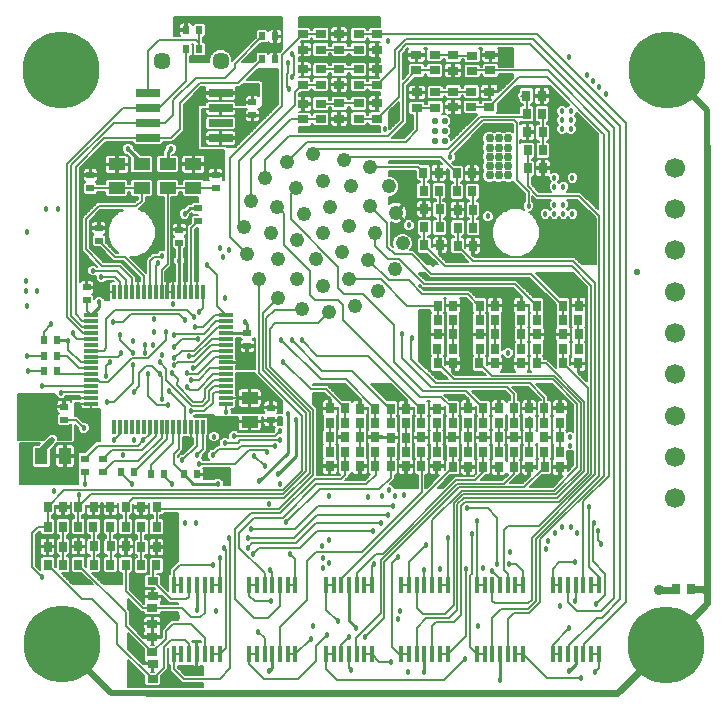
<source format=gbl>
G75*
%MOIN*%
%OFA0B0*%
%FSLAX24Y24*%
%IPPOS*%
%LPD*%
%AMOC8*
5,1,8,0,0,1.08239X$1,22.5*
%
%ADD10R,0.0276X0.0354*%
%ADD11R,0.0354X0.0276*%
%ADD12R,0.0394X0.0551*%
%ADD13R,0.0551X0.0394*%
%ADD14R,0.0256X0.0217*%
%ADD15R,0.0217X0.0256*%
%ADD16C,0.0571*%
%ADD17R,0.0140X0.0580*%
%ADD18R,0.0118X0.0472*%
%ADD19R,0.0472X0.0118*%
%ADD20R,0.0800X0.0260*%
%ADD21C,0.0300*%
%ADD22C,0.0480*%
%ADD23C,0.0669*%
%ADD24C,0.0180*%
%ADD25C,0.0050*%
%ADD26C,0.0100*%
%ADD27C,0.0080*%
%ADD28C,0.0354*%
%ADD29C,0.0240*%
%ADD30C,0.0200*%
%ADD31C,0.0230*%
%ADD32C,0.0060*%
%ADD33C,0.2565*%
D10*
X003623Y005454D03*
X004135Y005454D03*
X004643Y005465D03*
X005155Y005465D03*
X005717Y005461D03*
X006229Y005461D03*
X006738Y005442D03*
X007249Y005442D03*
X007257Y006050D03*
X006745Y006050D03*
X006236Y006068D03*
X005724Y006068D03*
X005163Y006070D03*
X004651Y006070D03*
X004136Y006063D03*
X003624Y006063D03*
X003623Y006726D03*
X004135Y006726D03*
X004641Y006728D03*
X005153Y006728D03*
X005714Y006728D03*
X006226Y006728D03*
X006746Y006720D03*
X007257Y006720D03*
X007256Y007387D03*
X006744Y007387D03*
X006231Y007392D03*
X005719Y007392D03*
X005158Y007392D03*
X004646Y007392D03*
X004135Y007390D03*
X003623Y007390D03*
X013026Y008748D03*
X013028Y009233D03*
X013029Y009713D03*
X013032Y010190D03*
X013033Y010668D03*
X013545Y010668D03*
X013544Y010190D03*
X013541Y009713D03*
X013540Y009233D03*
X013538Y008748D03*
X014039Y008754D03*
X014032Y009228D03*
X014031Y009710D03*
X014033Y010187D03*
X014031Y010663D03*
X014543Y010663D03*
X014544Y010187D03*
X014543Y009710D03*
X014543Y009228D03*
X014551Y008754D03*
X015059Y008742D03*
X015060Y009218D03*
X015058Y009699D03*
X015060Y010175D03*
X015058Y010660D03*
X015570Y010660D03*
X015572Y010175D03*
X016081Y010182D03*
X016080Y010665D03*
X016592Y010665D03*
X016593Y010182D03*
X016592Y009704D03*
X016597Y009224D03*
X016595Y008748D03*
X016083Y008748D03*
X015570Y008742D03*
X015571Y009218D03*
X016086Y009224D03*
X016080Y009704D03*
X015570Y009699D03*
X017119Y009703D03*
X017123Y010184D03*
X017121Y010668D03*
X017633Y010668D03*
X017635Y010184D03*
X017631Y009703D03*
X017643Y009210D03*
X017642Y008718D03*
X018150Y008724D03*
X018153Y009215D03*
X018146Y009705D03*
X018150Y010187D03*
X018152Y010675D03*
X018663Y010675D03*
X018662Y010187D03*
X018658Y009705D03*
X018665Y009215D03*
X018662Y008724D03*
X019166Y008722D03*
X019171Y009213D03*
X019167Y009704D03*
X019167Y010187D03*
X019165Y010675D03*
X019677Y010675D03*
X019679Y010187D03*
X019678Y009704D03*
X019683Y009213D03*
X019678Y008722D03*
X020188Y008723D03*
X020187Y009223D03*
X020183Y009707D03*
X020185Y010187D03*
X020186Y010676D03*
X020698Y010676D03*
X020697Y010187D03*
X020694Y009707D03*
X020699Y009223D03*
X020700Y008723D03*
X020803Y012171D03*
X020812Y012656D03*
X020814Y013138D03*
X020808Y013620D03*
X020809Y014094D03*
X021321Y014094D03*
X021320Y013620D03*
X021326Y013138D03*
X021324Y012656D03*
X021315Y012171D03*
X019924Y012171D03*
X019929Y012655D03*
X019931Y013138D03*
X019928Y013618D03*
X019927Y014094D03*
X019415Y014094D03*
X019416Y013618D03*
X019419Y013138D03*
X019418Y012655D03*
X019412Y012171D03*
X018530Y012172D03*
X018533Y012656D03*
X018534Y013137D03*
X018534Y013618D03*
X018534Y014094D03*
X018022Y014094D03*
X018022Y013618D03*
X018022Y013137D03*
X018021Y012656D03*
X018018Y012172D03*
X017133Y012177D03*
X016621Y012177D03*
X016620Y012657D03*
X017132Y012657D03*
X017133Y013139D03*
X017133Y013620D03*
X016621Y013620D03*
X016621Y013139D03*
X016622Y014092D03*
X017134Y014092D03*
X017294Y016096D03*
X017806Y016096D03*
X017806Y016689D03*
X017295Y016689D03*
X016695Y016706D03*
X016183Y016706D03*
X016184Y016105D03*
X016696Y016105D03*
X016689Y017312D03*
X016177Y017312D03*
X016159Y017919D03*
X016671Y017919D03*
X017270Y017903D03*
X017782Y017903D03*
X017800Y017295D03*
X017288Y017295D03*
X017259Y018513D03*
X017771Y018513D03*
X016661Y018522D03*
X016150Y018522D03*
X019624Y018678D03*
X020136Y018678D03*
X020135Y019274D03*
X019623Y019274D03*
X019614Y019878D03*
X020126Y019878D03*
X020107Y020485D03*
X019596Y020485D03*
X019587Y021091D03*
X020098Y021091D03*
X017131Y009210D03*
X017130Y008718D03*
X024574Y004640D03*
X025086Y004640D03*
D11*
X014600Y020332D03*
X014600Y020844D03*
X013989Y020839D03*
X013989Y020327D03*
X013340Y020325D03*
X013340Y020837D03*
X012735Y020833D03*
X012735Y020321D03*
X012144Y020309D03*
X012144Y020821D03*
X012127Y021463D03*
X012127Y021975D03*
X012127Y022633D03*
X012127Y023145D03*
X012734Y023145D03*
X012734Y022633D03*
X013343Y022633D03*
X013343Y023144D03*
X013991Y023140D03*
X013991Y022628D03*
X014596Y022628D03*
X014596Y023140D03*
X014596Y021967D03*
X014596Y021455D03*
X013988Y021455D03*
X013988Y021967D03*
X013341Y021971D03*
X013341Y021459D03*
X012732Y021461D03*
X012732Y021973D03*
X015920Y021937D03*
X015920Y022449D03*
X016524Y022448D03*
X016524Y021937D03*
X017140Y021931D03*
X017140Y022443D03*
X017773Y022433D03*
X017773Y021921D03*
X018381Y021935D03*
X018381Y022447D03*
X018346Y021233D03*
X018346Y020721D03*
X017749Y020720D03*
X017749Y021232D03*
X017144Y021226D03*
X017144Y020715D03*
X016539Y020700D03*
X016539Y021212D03*
X015934Y021201D03*
X015934Y020690D03*
X007126Y004915D03*
X007126Y004403D03*
X007117Y004011D03*
X007117Y003500D03*
X007118Y003058D03*
X007118Y002546D03*
X007121Y002160D03*
X007121Y001648D03*
D12*
X004207Y009081D03*
X003420Y009081D03*
D13*
X010358Y010230D03*
X010358Y011018D03*
X008486Y018022D03*
X008486Y018810D03*
X007627Y018813D03*
X007627Y018025D03*
X006761Y018019D03*
X006761Y018807D03*
X005934Y018803D03*
X005934Y018016D03*
D14*
X005053Y018014D03*
X005053Y018447D03*
X005329Y016687D03*
X005329Y016254D03*
X004926Y014701D03*
X004926Y014267D03*
X008011Y016193D03*
X008011Y016626D03*
X008628Y016907D03*
X008628Y017340D03*
X009223Y018021D03*
X009223Y018454D03*
X010451Y020441D03*
X010451Y020874D03*
X010278Y013183D03*
X010278Y012750D03*
X011067Y010700D03*
X011067Y010267D03*
X005456Y008976D03*
X005456Y008543D03*
X004859Y008559D03*
X004859Y008992D03*
X004173Y010295D03*
X004173Y010728D03*
D15*
X003937Y011907D03*
X003504Y011907D03*
X003505Y012423D03*
X003938Y012423D03*
X003940Y012953D03*
X003506Y012953D03*
X006075Y008551D03*
X006508Y008551D03*
X007081Y008470D03*
X007514Y008470D03*
X008178Y008472D03*
X008611Y008472D03*
X010771Y022312D03*
X011204Y022312D03*
X011207Y023068D03*
X010774Y023068D03*
X008678Y023288D03*
X008245Y023288D03*
X008244Y022637D03*
X008677Y022637D03*
D16*
X009391Y022245D03*
X007422Y022245D03*
D17*
X007825Y004775D03*
X008085Y004775D03*
X008335Y004775D03*
X008595Y004775D03*
X008855Y004775D03*
X009105Y004775D03*
X009365Y004775D03*
X010347Y004774D03*
X010607Y004774D03*
X010857Y004774D03*
X011117Y004774D03*
X011377Y004774D03*
X011627Y004774D03*
X011887Y004774D03*
X012897Y004772D03*
X013157Y004772D03*
X013407Y004772D03*
X013667Y004772D03*
X013927Y004772D03*
X014177Y004772D03*
X014437Y004772D03*
X015414Y004774D03*
X015674Y004774D03*
X015924Y004774D03*
X016184Y004774D03*
X016444Y004774D03*
X016694Y004774D03*
X016954Y004774D03*
X017937Y004771D03*
X018197Y004771D03*
X018447Y004771D03*
X018707Y004771D03*
X018967Y004771D03*
X019217Y004771D03*
X019477Y004771D03*
X020457Y004774D03*
X020717Y004774D03*
X020967Y004774D03*
X021227Y004774D03*
X021487Y004774D03*
X021737Y004774D03*
X021997Y004774D03*
X021997Y002474D03*
X021737Y002474D03*
X021487Y002474D03*
X021227Y002474D03*
X020967Y002474D03*
X020717Y002474D03*
X020457Y002474D03*
X019477Y002471D03*
X019217Y002471D03*
X018967Y002471D03*
X018707Y002471D03*
X018447Y002471D03*
X018197Y002471D03*
X017937Y002471D03*
X016954Y002474D03*
X016694Y002474D03*
X016444Y002474D03*
X016184Y002474D03*
X015924Y002474D03*
X015674Y002474D03*
X015414Y002474D03*
X014437Y002472D03*
X014177Y002472D03*
X013927Y002472D03*
X013667Y002472D03*
X013407Y002472D03*
X013157Y002472D03*
X012897Y002472D03*
X011887Y002474D03*
X011627Y002474D03*
X011377Y002474D03*
X011117Y002474D03*
X010857Y002474D03*
X010607Y002474D03*
X010347Y002474D03*
X009365Y002475D03*
X009105Y002475D03*
X008855Y002475D03*
X008595Y002475D03*
X008335Y002475D03*
X008085Y002475D03*
X007825Y002475D03*
D18*
X007815Y010055D03*
X008012Y010055D03*
X008208Y010055D03*
X008405Y010055D03*
X008602Y010055D03*
X008799Y010055D03*
X007618Y010055D03*
X007421Y010055D03*
X007224Y010055D03*
X007027Y010055D03*
X006830Y010055D03*
X006634Y010055D03*
X006437Y010055D03*
X006240Y010055D03*
X006043Y010055D03*
X005846Y010055D03*
X005846Y014543D03*
X006043Y014543D03*
X006240Y014543D03*
X006437Y014543D03*
X006634Y014543D03*
X006830Y014543D03*
X007027Y014543D03*
X007224Y014543D03*
X007421Y014543D03*
X007618Y014543D03*
X007815Y014543D03*
X008012Y014543D03*
X008208Y014543D03*
X008405Y014543D03*
X008602Y014543D03*
X008799Y014543D03*
D19*
X009567Y013776D03*
X009567Y013579D03*
X009567Y013382D03*
X009567Y013185D03*
X009567Y012988D03*
X009567Y012791D03*
X009567Y012594D03*
X009567Y012398D03*
X009567Y012201D03*
X009567Y012004D03*
X009567Y011807D03*
X009567Y011610D03*
X009567Y011413D03*
X009567Y011217D03*
X009567Y011020D03*
X009567Y010823D03*
X005078Y010823D03*
X005078Y011020D03*
X005078Y011217D03*
X005078Y011413D03*
X005078Y011610D03*
X005078Y011807D03*
X005078Y012004D03*
X005078Y012201D03*
X005078Y012398D03*
X005078Y012594D03*
X005078Y012791D03*
X005078Y012988D03*
X005078Y013185D03*
X005078Y013382D03*
X005078Y013579D03*
X005078Y013776D03*
D20*
X006972Y019684D03*
X006972Y020184D03*
X006972Y020684D03*
X006972Y021184D03*
X009392Y021184D03*
X009392Y020684D03*
X009392Y020184D03*
X009392Y019684D03*
D21*
X018354Y019675D03*
X018354Y019365D03*
X018354Y019055D03*
X018354Y018745D03*
X018664Y018745D03*
X018974Y018745D03*
X018974Y019055D03*
X018664Y019055D03*
X018664Y019365D03*
X018974Y019365D03*
X018974Y019675D03*
X018664Y019675D03*
X018664Y018435D03*
X018974Y018435D03*
X018354Y018435D03*
D22*
X015457Y016172D03*
X015196Y015303D03*
X014644Y014581D03*
X013887Y014093D03*
X013011Y013881D03*
X012113Y013973D03*
X011299Y014362D03*
X010663Y014999D03*
X011299Y015635D03*
X011936Y016271D03*
X012572Y015635D03*
X011936Y014999D03*
X012806Y014765D03*
X013682Y014977D03*
X014319Y015614D03*
X014545Y016505D03*
X015238Y017198D03*
X015005Y018067D03*
X014368Y017431D03*
X013732Y018067D03*
X014368Y018704D03*
X013499Y018937D03*
X012806Y018244D03*
X011915Y018018D03*
X011278Y017381D03*
X011066Y016505D03*
X010182Y016710D03*
X010394Y017587D03*
X010882Y018343D03*
X011603Y018895D03*
X012473Y019156D03*
X013039Y017374D03*
X013675Y016738D03*
X012806Y016505D03*
X013442Y015868D03*
X012169Y017141D03*
X010274Y015812D03*
D23*
X024544Y015937D03*
X024544Y014559D03*
X024544Y013181D03*
X024544Y011803D03*
X024544Y010425D03*
X024544Y009048D03*
X024544Y007670D03*
X024544Y017315D03*
X024544Y018693D03*
D24*
X022240Y021162D03*
X022020Y021382D03*
X021820Y021582D03*
X021620Y021782D03*
X021020Y022382D03*
X021070Y020582D03*
X021070Y020282D03*
X021070Y019982D03*
X020770Y019982D03*
X020770Y020282D03*
X020770Y020582D03*
X020600Y018682D03*
X020520Y018362D03*
X020520Y018062D03*
X020820Y018062D03*
X021120Y018362D03*
X020990Y018682D03*
X021785Y018060D03*
X021120Y017162D03*
X020820Y017162D03*
X020820Y017462D03*
X020520Y017462D03*
X020520Y017162D03*
X020220Y017162D03*
X019655Y017421D03*
X019150Y017852D03*
X018660Y017862D03*
X018160Y017862D03*
X018300Y017072D03*
X018240Y016362D03*
X018240Y015862D03*
X016470Y015482D03*
X015660Y016772D03*
X017030Y019046D03*
X015180Y020612D03*
X015030Y020282D03*
X014880Y019982D03*
X013029Y019976D03*
X012449Y019986D03*
X011655Y021311D03*
X011775Y021721D03*
X011645Y022181D03*
X011775Y022471D03*
X010980Y022692D03*
X010840Y023522D03*
X011200Y023522D03*
X010470Y023522D03*
X011020Y021682D03*
X011020Y021382D03*
X011020Y021082D03*
X011020Y020782D03*
X010560Y021362D03*
X010200Y021242D03*
X010080Y020882D03*
X010120Y020082D03*
X010120Y019782D03*
X008460Y020002D03*
X008480Y019352D03*
X008110Y019342D03*
X007740Y019322D03*
X006300Y019322D03*
X005940Y019382D03*
X005280Y018902D03*
X004860Y017522D03*
X005520Y017102D03*
X003960Y017312D03*
X003560Y017312D03*
X002940Y016562D03*
X002900Y014912D03*
X002900Y014592D03*
X003260Y014582D03*
X002935Y014081D03*
X003750Y013472D03*
X004468Y013200D03*
X004320Y012902D03*
X002937Y012425D03*
X002955Y011901D03*
X003438Y011422D03*
X004080Y011192D03*
X004860Y010472D03*
X004830Y010022D03*
X004980Y009722D03*
X004070Y009932D03*
X003750Y009962D03*
X003780Y009622D03*
X002955Y010271D03*
X002930Y008612D03*
X002930Y008312D03*
X003850Y007922D03*
X004460Y008262D03*
X004470Y008552D03*
X004860Y008162D03*
X004687Y007769D03*
X003322Y006393D03*
X003313Y005746D03*
X003431Y005042D03*
X004430Y005042D03*
X005640Y005052D03*
X005908Y004952D03*
X006660Y005022D03*
X006710Y004472D03*
X007620Y003722D03*
X007980Y003722D03*
X008593Y003936D03*
X009240Y003902D03*
X010652Y003222D03*
X011059Y004239D03*
X011040Y005282D03*
X010464Y005819D03*
X010290Y006032D03*
X010290Y006362D03*
X010410Y006662D03*
X009660Y006362D03*
X009510Y006032D03*
X009365Y005677D03*
X009134Y005449D03*
X008580Y006842D03*
X008220Y006842D03*
X007860Y006842D03*
X007620Y006372D03*
X007660Y005722D03*
X007775Y008151D03*
X008113Y008939D03*
X008220Y009302D03*
X008601Y009117D03*
X008665Y008821D03*
X009125Y009111D03*
X009013Y009367D03*
X009170Y009732D03*
X009390Y010082D03*
X009540Y009842D03*
X009690Y010082D03*
X009845Y009740D03*
X009546Y009522D03*
X010495Y009091D03*
X010935Y009211D03*
X011205Y009421D03*
X011385Y009601D03*
X011367Y009912D03*
X011635Y010481D03*
X011905Y010281D03*
X012670Y010782D03*
X012490Y011022D03*
X012790Y011082D03*
X013220Y011382D03*
X013520Y011382D03*
X013420Y011132D03*
X013720Y011132D03*
X014720Y011382D03*
X015020Y011382D03*
X015020Y011082D03*
X015320Y011082D03*
X015755Y013018D03*
X015438Y013140D03*
X016170Y013082D03*
X017570Y012732D03*
X017520Y013732D03*
X018970Y014082D03*
X018970Y012522D03*
X018970Y012182D03*
X018870Y011071D03*
X019415Y011120D03*
X019707Y011116D03*
X020469Y011111D03*
X021060Y010622D03*
X021060Y010322D03*
X021060Y010022D03*
X021040Y009712D03*
X021040Y009432D03*
X021668Y007392D03*
X021840Y006842D03*
X021960Y006572D03*
X022080Y006152D03*
X021270Y006512D03*
X021060Y006722D03*
X020772Y006719D03*
X020552Y006509D03*
X020310Y006262D03*
X020251Y005993D03*
X021210Y005552D03*
X021210Y004262D03*
X020720Y004082D03*
X021018Y003337D03*
X021900Y004142D03*
X021870Y001892D03*
X021420Y001682D03*
X021000Y001922D03*
X018720Y001622D03*
X017534Y002327D03*
X017970Y003422D03*
X018450Y005252D03*
X018620Y005482D03*
X019020Y005482D03*
X019033Y005895D03*
X018150Y005342D03*
X017580Y005312D03*
X016710Y005312D03*
X016170Y005282D03*
X016230Y006122D03*
X016954Y006336D03*
X017760Y006482D03*
X017938Y006921D03*
X017590Y007342D03*
X016800Y008102D03*
X017040Y008342D03*
X016320Y008282D03*
X015660Y008282D03*
X015360Y008282D03*
X015510Y007772D03*
X015210Y007742D03*
X015000Y007952D03*
X014760Y007742D03*
X014320Y007732D03*
X014970Y007112D03*
X015150Y007412D03*
X014730Y006842D03*
X014472Y006586D03*
X014520Y005492D03*
X015310Y005722D03*
X015360Y003932D03*
X015300Y003662D03*
X014220Y003062D03*
X013920Y003362D03*
X013680Y003062D03*
X013290Y003572D03*
X012937Y003126D03*
X012480Y003422D03*
X012390Y002977D03*
X011010Y001922D03*
X008640Y001922D03*
X007860Y001622D03*
X007560Y001712D03*
X006690Y002402D03*
X006420Y001982D03*
X011586Y006867D03*
X010989Y007498D03*
X011362Y008151D03*
X011305Y008471D03*
X010855Y008741D03*
X010685Y008241D03*
X009545Y008441D03*
X009300Y008162D03*
X009566Y010565D03*
X010050Y011492D03*
X010230Y011732D03*
X010260Y012062D03*
X010260Y012362D03*
X009990Y012212D03*
X010200Y013562D03*
X009540Y014342D03*
X008680Y013882D03*
X008499Y013717D03*
X008209Y013626D03*
X008548Y013370D03*
X008631Y012976D03*
X008339Y012417D03*
X008455Y012021D03*
X008279Y011836D03*
X008413Y011627D03*
X008279Y011382D03*
X007686Y011245D03*
X007453Y010968D03*
X007635Y010771D03*
X008394Y010577D03*
X007783Y011838D03*
X007849Y012104D03*
X007849Y012336D03*
X007849Y012713D03*
X007853Y013108D03*
X007559Y013201D03*
X007161Y013202D03*
X007158Y013642D03*
X007816Y014138D03*
X007800Y015422D03*
X008012Y015600D03*
X007432Y015752D03*
X007310Y015502D03*
X008610Y015452D03*
X008926Y015440D03*
X009480Y015722D03*
X009660Y015962D03*
X009360Y016022D03*
X008190Y017162D03*
X008040Y017522D03*
X005418Y015036D03*
X005136Y015263D03*
X004800Y015272D03*
X005340Y014222D03*
X005796Y013549D03*
X006033Y013109D03*
X006473Y012910D03*
X006471Y012503D03*
X006470Y012107D03*
X006073Y012517D03*
X005704Y012224D03*
X005577Y011737D03*
X005620Y010891D03*
X006491Y011232D03*
X006966Y011827D03*
X007356Y011818D03*
X007359Y012220D03*
X007425Y012444D03*
X007140Y012776D03*
X006883Y012786D03*
X006883Y012517D03*
X006520Y009632D03*
X006810Y009602D03*
X006140Y009112D03*
X005850Y009632D03*
X006425Y008161D03*
X011480Y012222D03*
X011420Y012942D03*
X011760Y012942D03*
X012100Y012942D03*
X012990Y007742D03*
X013015Y006291D03*
X012769Y006095D03*
X012790Y005682D03*
X013020Y005522D03*
X012810Y005342D03*
X011700Y005822D03*
X015060Y002222D03*
X015630Y001892D03*
X016170Y001892D03*
X013740Y001952D03*
X018609Y008341D03*
X020370Y012532D03*
X020370Y012832D03*
X021040Y014822D03*
X021340Y014812D03*
X021720Y015592D03*
X021120Y015952D03*
X021140Y016352D03*
X018785Y021492D03*
X018819Y022426D03*
X019104Y022420D03*
X017460Y021572D03*
X016810Y021572D03*
X015555Y021872D03*
X014972Y022907D03*
X013620Y023582D03*
X013270Y023582D03*
X012920Y023582D03*
X012570Y023582D03*
X012220Y023582D03*
D25*
X012000Y023567D02*
X014700Y023567D01*
X014700Y023615D02*
X012000Y023615D01*
X012000Y023664D02*
X014700Y023664D01*
X014700Y023711D02*
X014700Y023384D01*
X014375Y023384D01*
X014313Y023322D01*
X014313Y023271D01*
X014274Y023271D01*
X014274Y023322D01*
X014212Y023384D01*
X013770Y023384D01*
X013708Y023322D01*
X013708Y022958D01*
X013770Y022897D01*
X014212Y022897D01*
X014274Y022958D01*
X014274Y023009D01*
X014313Y023009D01*
X014313Y022959D01*
X014375Y022897D01*
X014700Y022897D01*
X014700Y022891D01*
X014621Y022891D01*
X014621Y022653D01*
X014571Y022653D01*
X014571Y022603D01*
X014621Y022603D01*
X014621Y022366D01*
X014700Y022366D01*
X014700Y022230D01*
X014621Y022230D01*
X014621Y021992D01*
X014571Y021992D01*
X014571Y022230D01*
X014402Y022230D01*
X014371Y022221D01*
X014342Y022205D01*
X014319Y022182D01*
X014302Y022153D01*
X014294Y022121D01*
X014294Y021992D01*
X014571Y021992D01*
X014571Y021942D01*
X014621Y021942D01*
X014621Y021704D01*
X014660Y021704D01*
X014655Y021699D01*
X014375Y021699D01*
X014313Y021637D01*
X014313Y021586D01*
X014271Y021586D01*
X014271Y021636D01*
X014209Y021698D01*
X013767Y021698D01*
X013706Y021636D01*
X013706Y021273D01*
X013767Y021211D01*
X014209Y021211D01*
X014271Y021273D01*
X014271Y021324D01*
X014313Y021324D01*
X014313Y021274D01*
X014375Y021212D01*
X014700Y021212D01*
X014700Y021107D01*
X014625Y021107D01*
X014625Y020869D01*
X014575Y020869D01*
X014575Y020819D01*
X014625Y020819D01*
X014625Y020581D01*
X014664Y020581D01*
X014659Y020576D01*
X014379Y020576D01*
X014317Y020514D01*
X014317Y020458D01*
X014272Y020458D01*
X014272Y020509D01*
X014210Y020571D01*
X013768Y020571D01*
X013706Y020509D01*
X013706Y020146D01*
X013768Y020084D01*
X014210Y020084D01*
X014272Y020146D01*
X014272Y020197D01*
X014317Y020197D01*
X014317Y020151D01*
X014379Y020089D01*
X014700Y020089D01*
X014700Y019877D01*
X012000Y019877D01*
X012000Y020066D01*
X012365Y020066D01*
X012427Y020128D01*
X012427Y020190D01*
X012452Y020190D01*
X012452Y020140D01*
X012514Y020078D01*
X012956Y020078D01*
X013018Y020140D01*
X013018Y020503D01*
X012956Y020565D01*
X012514Y020565D01*
X012452Y020503D01*
X012452Y020452D01*
X012427Y020452D01*
X012427Y020491D01*
X012365Y020553D01*
X012000Y020553D01*
X012000Y020558D01*
X012119Y020558D01*
X012119Y020796D01*
X012169Y020796D01*
X012169Y020558D01*
X012337Y020558D01*
X012369Y020567D01*
X012398Y020583D01*
X012421Y020607D01*
X012438Y020635D01*
X012446Y020667D01*
X012446Y020796D01*
X012169Y020796D01*
X012169Y020846D01*
X012446Y020846D01*
X012446Y020976D01*
X012438Y021007D01*
X012421Y021036D01*
X012398Y021059D01*
X012369Y021076D01*
X012337Y021084D01*
X012169Y021084D01*
X012169Y020846D01*
X012119Y020846D01*
X012119Y021084D01*
X012000Y021084D01*
X012000Y021160D01*
X012059Y021219D01*
X012348Y021219D01*
X012410Y021281D01*
X012410Y021330D01*
X012449Y021330D01*
X012449Y021279D01*
X012511Y021217D01*
X012953Y021217D01*
X013015Y021279D01*
X013015Y021642D01*
X012953Y021704D01*
X012511Y021704D01*
X012449Y021642D01*
X012449Y021591D01*
X012410Y021591D01*
X012410Y021644D01*
X012348Y021706D01*
X012000Y021706D01*
X012000Y021712D01*
X012102Y021712D01*
X012102Y021950D01*
X012152Y021950D01*
X012152Y022000D01*
X012102Y022000D01*
X012102Y022237D01*
X012000Y022237D01*
X012000Y022370D01*
X012102Y022370D01*
X012102Y022608D01*
X012152Y022608D01*
X012152Y022370D01*
X012321Y022370D01*
X012352Y022379D01*
X012381Y022395D01*
X012404Y022419D01*
X012421Y022447D01*
X012429Y022479D01*
X012429Y022608D01*
X012152Y022608D01*
X012152Y022658D01*
X012429Y022658D01*
X012429Y022788D01*
X012421Y022819D01*
X012404Y022848D01*
X012381Y022871D01*
X012352Y022888D01*
X012321Y022896D01*
X012152Y022896D01*
X012152Y022658D01*
X012102Y022658D01*
X012102Y022896D01*
X012061Y022896D01*
X012066Y022902D01*
X012348Y022902D01*
X012410Y022964D01*
X012410Y023014D01*
X012452Y023014D01*
X012452Y022963D01*
X012514Y022901D01*
X012955Y022901D01*
X013017Y022963D01*
X013017Y023326D01*
X012955Y023388D01*
X012514Y023388D01*
X012452Y023326D01*
X012452Y023276D01*
X012410Y023276D01*
X012410Y023327D01*
X012348Y023389D01*
X012000Y023389D01*
X012000Y023711D01*
X014700Y023711D01*
X014700Y023518D02*
X012000Y023518D01*
X012000Y023470D02*
X014700Y023470D01*
X014700Y023421D02*
X012000Y023421D01*
X012125Y023145D02*
X012127Y023145D01*
X012734Y023145D01*
X012734Y023145D01*
X013017Y023130D02*
X013318Y023130D01*
X013318Y023119D02*
X013041Y023119D01*
X013041Y022990D01*
X013049Y022958D01*
X013066Y022930D01*
X013089Y022907D01*
X013118Y022890D01*
X013149Y022882D01*
X013318Y022882D01*
X013318Y023119D01*
X013368Y023119D01*
X013368Y022882D01*
X013537Y022882D01*
X013568Y022890D01*
X013597Y022907D01*
X013620Y022930D01*
X013637Y022958D01*
X013645Y022990D01*
X013645Y023119D01*
X013368Y023119D01*
X013368Y023169D01*
X013645Y023169D01*
X013645Y023299D01*
X013637Y023330D01*
X013620Y023359D01*
X013597Y023382D01*
X013568Y023399D01*
X013537Y023407D01*
X013368Y023407D01*
X013368Y023169D01*
X013318Y023169D01*
X013318Y023119D01*
X013318Y023082D02*
X013368Y023082D01*
X013368Y023130D02*
X013708Y023130D01*
X013708Y023082D02*
X013645Y023082D01*
X013645Y023033D02*
X013708Y023033D01*
X013708Y022985D02*
X013644Y022985D01*
X013624Y022936D02*
X013731Y022936D01*
X013770Y022872D02*
X013708Y022810D01*
X013708Y022759D01*
X013626Y022759D01*
X013626Y022814D01*
X013564Y022876D01*
X013122Y022876D01*
X013060Y022814D01*
X013060Y022763D01*
X013017Y022763D01*
X013017Y022814D01*
X012955Y022876D01*
X012514Y022876D01*
X012452Y022814D01*
X012452Y022451D01*
X012422Y022451D01*
X012452Y022451D02*
X012514Y022389D01*
X012955Y022389D01*
X013017Y022451D01*
X013060Y022451D01*
X013122Y022389D01*
X013564Y022389D01*
X013626Y022451D01*
X013626Y022498D01*
X013708Y022498D01*
X013708Y022447D01*
X013770Y022385D01*
X014212Y022385D01*
X014274Y022447D01*
X014274Y022810D01*
X014212Y022872D01*
X013770Y022872D01*
X013737Y022839D02*
X013601Y022839D01*
X013626Y022791D02*
X013708Y022791D01*
X013559Y022888D02*
X014389Y022888D01*
X014402Y022891D02*
X014370Y022883D01*
X014342Y022866D01*
X014319Y022843D01*
X014302Y022814D01*
X014294Y022783D01*
X014294Y022653D01*
X014571Y022653D01*
X014571Y022891D01*
X014402Y022891D01*
X014336Y022936D02*
X014252Y022936D01*
X014274Y022985D02*
X014313Y022985D01*
X014316Y022839D02*
X014245Y022839D01*
X014274Y022791D02*
X014296Y022791D01*
X014294Y022742D02*
X014274Y022742D01*
X014274Y022694D02*
X014294Y022694D01*
X014274Y022645D02*
X014571Y022645D01*
X014571Y022603D02*
X014294Y022603D01*
X014294Y022474D01*
X014302Y022442D01*
X014319Y022414D01*
X014342Y022391D01*
X014370Y022374D01*
X014402Y022366D01*
X014571Y022366D01*
X014571Y022603D01*
X014571Y022597D02*
X014621Y022597D01*
X014621Y022548D02*
X014571Y022548D01*
X014571Y022500D02*
X014621Y022500D01*
X014621Y022451D02*
X014571Y022451D01*
X014571Y022403D02*
X014621Y022403D01*
X014700Y022354D02*
X012000Y022354D01*
X012000Y022306D02*
X014700Y022306D01*
X014700Y022257D02*
X012000Y022257D01*
X012102Y022209D02*
X012152Y022209D01*
X012152Y022237D02*
X012152Y022000D01*
X012429Y022000D01*
X012429Y022129D01*
X012421Y022161D01*
X012404Y022189D01*
X012381Y022212D01*
X012353Y022229D01*
X012321Y022237D01*
X012152Y022237D01*
X012152Y022160D02*
X012102Y022160D01*
X012102Y022112D02*
X012152Y022112D01*
X012152Y022063D02*
X012102Y022063D01*
X012102Y022015D02*
X012152Y022015D01*
X012152Y021966D02*
X012449Y021966D01*
X012429Y021950D02*
X012152Y021950D01*
X012152Y021712D01*
X012321Y021712D01*
X012353Y021720D01*
X012381Y021737D01*
X012404Y021760D01*
X012421Y021788D01*
X012429Y021820D01*
X012429Y021950D01*
X012429Y021918D02*
X012449Y021918D01*
X012449Y021869D02*
X012429Y021869D01*
X012429Y021821D02*
X012449Y021821D01*
X012449Y021791D02*
X012511Y021729D01*
X012953Y021729D01*
X013015Y021791D01*
X013015Y021842D01*
X013058Y021842D01*
X013058Y021789D01*
X013120Y021727D01*
X013562Y021727D01*
X013624Y021789D01*
X013624Y021840D01*
X013706Y021840D01*
X013706Y021785D01*
X013767Y021723D01*
X014209Y021723D01*
X014271Y021785D01*
X014271Y022148D01*
X014209Y022210D01*
X013767Y022210D01*
X013706Y022148D01*
X013706Y022101D01*
X013624Y022101D01*
X013624Y022152D01*
X013562Y022214D01*
X013120Y022214D01*
X013058Y022152D01*
X013058Y022103D01*
X013015Y022103D01*
X013015Y022154D01*
X012953Y022216D01*
X012511Y022216D01*
X012449Y022154D01*
X012449Y021791D01*
X012468Y021772D02*
X012411Y021772D01*
X012358Y021724D02*
X013767Y021724D01*
X013744Y021675D02*
X013616Y021675D01*
X013618Y021673D02*
X013595Y021697D01*
X013566Y021713D01*
X013534Y021722D01*
X013366Y021722D01*
X013366Y021484D01*
X013316Y021484D01*
X013316Y021722D01*
X013147Y021722D01*
X013115Y021713D01*
X013087Y021697D01*
X013064Y021673D01*
X013047Y021645D01*
X013039Y021613D01*
X013039Y021484D01*
X013316Y021484D01*
X013316Y021434D01*
X013366Y021434D01*
X013366Y021484D01*
X013643Y021484D01*
X013643Y021613D01*
X013634Y021645D01*
X013618Y021673D01*
X013639Y021627D02*
X013706Y021627D01*
X013706Y021578D02*
X013643Y021578D01*
X013643Y021530D02*
X013706Y021530D01*
X013706Y021481D02*
X013366Y021481D01*
X013366Y021434D02*
X013643Y021434D01*
X013643Y021304D01*
X013634Y021273D01*
X013618Y021244D01*
X013595Y021221D01*
X013566Y021204D01*
X013534Y021196D01*
X013366Y021196D01*
X013366Y021434D01*
X013366Y021433D02*
X013316Y021433D01*
X013316Y021434D02*
X013316Y021196D01*
X013147Y021196D01*
X013115Y021204D01*
X013087Y021221D01*
X013064Y021244D01*
X013047Y021273D01*
X013039Y021304D01*
X013039Y021434D01*
X013316Y021434D01*
X013316Y021481D02*
X013015Y021481D01*
X013015Y021433D02*
X013039Y021433D01*
X013039Y021384D02*
X013015Y021384D01*
X013015Y021336D02*
X013039Y021336D01*
X013043Y021287D02*
X013015Y021287D01*
X012974Y021239D02*
X013069Y021239D01*
X013119Y021080D02*
X013057Y021018D01*
X013057Y020964D01*
X013018Y020964D01*
X013018Y021015D01*
X012956Y021077D01*
X012514Y021077D01*
X012452Y021015D01*
X012452Y020651D01*
X012514Y020590D01*
X012956Y020590D01*
X013018Y020651D01*
X013018Y020702D01*
X013057Y020702D01*
X013057Y020655D01*
X013119Y020593D01*
X013561Y020593D01*
X013623Y020655D01*
X013623Y020706D01*
X013706Y020706D01*
X013706Y020657D01*
X013768Y020596D01*
X014210Y020596D01*
X014272Y020657D01*
X014272Y021021D01*
X014210Y021083D01*
X013768Y021083D01*
X013706Y021021D01*
X013706Y020967D01*
X013623Y020967D01*
X013623Y021018D01*
X013561Y021080D01*
X013119Y021080D01*
X013083Y021045D02*
X012988Y021045D01*
X013018Y020996D02*
X013057Y020996D01*
X013336Y020833D02*
X012735Y020833D01*
X012452Y020851D02*
X012446Y020851D01*
X012446Y020899D02*
X012452Y020899D01*
X012446Y020948D02*
X012452Y020948D01*
X012452Y020996D02*
X012441Y020996D01*
X012412Y021045D02*
X012482Y021045D01*
X012489Y021239D02*
X012367Y021239D01*
X012410Y021287D02*
X012449Y021287D01*
X012732Y021461D02*
X012129Y021461D01*
X012127Y021463D01*
X012118Y021463D01*
X011858Y021203D01*
X011858Y020768D01*
X010001Y018912D01*
X010001Y016891D01*
X010182Y016710D01*
X009703Y016382D02*
X009703Y019022D01*
X011446Y020765D01*
X011446Y022466D01*
X012125Y023145D01*
X012102Y022888D02*
X012152Y022888D01*
X012152Y022839D02*
X012102Y022839D01*
X012102Y022791D02*
X012152Y022791D01*
X012152Y022742D02*
X012102Y022742D01*
X012102Y022694D02*
X012152Y022694D01*
X012152Y022645D02*
X012452Y022645D01*
X012452Y022597D02*
X012429Y022597D01*
X012429Y022548D02*
X012452Y022548D01*
X012452Y022500D02*
X012429Y022500D01*
X012388Y022403D02*
X012500Y022403D01*
X012503Y022209D02*
X012385Y022209D01*
X012421Y022160D02*
X012455Y022160D01*
X012449Y022112D02*
X012429Y022112D01*
X012429Y022063D02*
X012449Y022063D01*
X012449Y022015D02*
X012429Y022015D01*
X012152Y021918D02*
X012102Y021918D01*
X012102Y021869D02*
X012152Y021869D01*
X012152Y021821D02*
X012102Y021821D01*
X012102Y021772D02*
X012152Y021772D01*
X012152Y021724D02*
X012102Y021724D01*
X011835Y021781D02*
X011775Y021721D01*
X011835Y021781D02*
X011835Y022411D01*
X011775Y022471D01*
X011645Y022181D02*
X011645Y021861D01*
X011595Y021811D01*
X011595Y021371D01*
X011655Y021311D01*
X012000Y021142D02*
X014700Y021142D01*
X014700Y021190D02*
X012030Y021190D01*
X012000Y021093D02*
X014365Y021093D01*
X014375Y021098D02*
X014346Y021082D01*
X014323Y021059D01*
X014306Y021030D01*
X014298Y020998D01*
X014298Y020869D01*
X014575Y020869D01*
X014575Y021107D01*
X014406Y021107D01*
X014375Y021098D01*
X014315Y021045D02*
X014248Y021045D01*
X014272Y020996D02*
X014298Y020996D01*
X014298Y020948D02*
X014272Y020948D01*
X014272Y020899D02*
X014298Y020899D01*
X014272Y020851D02*
X014575Y020851D01*
X014575Y020819D02*
X014298Y020819D01*
X014298Y020690D01*
X014306Y020658D01*
X014323Y020630D01*
X014346Y020606D01*
X014375Y020590D01*
X014406Y020581D01*
X014575Y020581D01*
X014575Y020819D01*
X014575Y020802D02*
X014625Y020802D01*
X014625Y020754D02*
X014575Y020754D01*
X014575Y020705D02*
X014625Y020705D01*
X014625Y020657D02*
X014575Y020657D01*
X014575Y020608D02*
X014625Y020608D01*
X014363Y020560D02*
X014221Y020560D01*
X014223Y020608D02*
X014344Y020608D01*
X014307Y020657D02*
X014271Y020657D01*
X014272Y020705D02*
X014298Y020705D01*
X014298Y020754D02*
X014272Y020754D01*
X014272Y020802D02*
X014298Y020802D01*
X014317Y020511D02*
X014270Y020511D01*
X014272Y020463D02*
X014317Y020463D01*
X014317Y020172D02*
X014272Y020172D01*
X014249Y020123D02*
X014345Y020123D01*
X014595Y020327D02*
X013989Y020327D01*
X013757Y020560D02*
X013597Y020560D01*
X013594Y020563D02*
X013565Y020579D01*
X013533Y020588D01*
X013365Y020588D01*
X013365Y020350D01*
X013642Y020350D01*
X013642Y020479D01*
X013634Y020511D01*
X013617Y020539D01*
X013594Y020563D01*
X013576Y020608D02*
X013756Y020608D01*
X013707Y020657D02*
X013623Y020657D01*
X013623Y020705D02*
X013706Y020705D01*
X013709Y020511D02*
X013633Y020511D01*
X013642Y020463D02*
X013706Y020463D01*
X013706Y020414D02*
X013642Y020414D01*
X013642Y020366D02*
X013706Y020366D01*
X013706Y020317D02*
X013365Y020317D01*
X013365Y020300D02*
X013365Y020350D01*
X013315Y020350D01*
X013315Y020588D01*
X013146Y020588D01*
X013114Y020579D01*
X013086Y020563D01*
X013063Y020539D01*
X013046Y020511D01*
X013038Y020479D01*
X013038Y020350D01*
X013315Y020350D01*
X013315Y020300D01*
X013365Y020300D01*
X013642Y020300D01*
X013642Y020171D01*
X013634Y020139D01*
X013617Y020110D01*
X013594Y020087D01*
X013565Y020071D01*
X013533Y020062D01*
X013365Y020062D01*
X013365Y020300D01*
X013365Y020269D02*
X013315Y020269D01*
X013315Y020300D02*
X013315Y020062D01*
X013146Y020062D01*
X013114Y020071D01*
X013086Y020087D01*
X013063Y020110D01*
X013046Y020139D01*
X013038Y020171D01*
X013038Y020300D01*
X013315Y020300D01*
X013315Y020317D02*
X013018Y020317D01*
X013018Y020269D02*
X013038Y020269D01*
X013038Y020220D02*
X013018Y020220D01*
X013018Y020172D02*
X013038Y020172D01*
X013055Y020123D02*
X013001Y020123D01*
X013108Y020075D02*
X012373Y020075D01*
X012422Y020123D02*
X012469Y020123D01*
X012452Y020172D02*
X012427Y020172D01*
X012427Y020463D02*
X012452Y020463D01*
X012460Y020511D02*
X012407Y020511D01*
X012341Y020560D02*
X012509Y020560D01*
X012495Y020608D02*
X012422Y020608D01*
X012443Y020657D02*
X012452Y020657D01*
X012446Y020705D02*
X012452Y020705D01*
X012446Y020754D02*
X012452Y020754D01*
X012452Y020802D02*
X012169Y020802D01*
X012169Y020754D02*
X012119Y020754D01*
X012119Y020705D02*
X012169Y020705D01*
X012169Y020657D02*
X012119Y020657D01*
X012119Y020608D02*
X012169Y020608D01*
X012169Y020560D02*
X012119Y020560D01*
X012156Y020321D02*
X012144Y020309D01*
X012138Y020316D01*
X011742Y020316D01*
X010394Y018968D01*
X010394Y017587D01*
X010882Y018343D02*
X010882Y018963D01*
X011665Y019746D01*
X014978Y019746D01*
X015469Y020237D01*
X015469Y021486D01*
X015920Y021937D01*
X015920Y021937D01*
X016524Y021937D01*
X016807Y021918D02*
X017115Y021918D01*
X017115Y021906D02*
X016838Y021906D01*
X016838Y021777D01*
X016846Y021745D01*
X016863Y021716D01*
X016886Y021693D01*
X016914Y021677D01*
X016946Y021668D01*
X017115Y021668D01*
X017115Y021906D01*
X017165Y021906D01*
X017165Y021956D01*
X017115Y021956D01*
X017115Y022194D01*
X016946Y022194D01*
X016914Y022185D01*
X016886Y022169D01*
X016863Y022145D01*
X016846Y022117D01*
X016838Y022085D01*
X016838Y021956D01*
X017115Y021956D01*
X017115Y021906D01*
X017115Y021869D02*
X017165Y021869D01*
X017165Y021906D02*
X017165Y021668D01*
X017333Y021668D01*
X017365Y021677D01*
X017394Y021693D01*
X017417Y021716D01*
X017433Y021745D01*
X017442Y021777D01*
X017442Y021906D01*
X017165Y021906D01*
X017165Y021918D02*
X017491Y021918D01*
X017491Y021966D02*
X017442Y021966D01*
X017442Y021956D02*
X017442Y022085D01*
X017433Y022117D01*
X017417Y022145D01*
X017394Y022169D01*
X017365Y022185D01*
X017333Y022194D01*
X017165Y022194D01*
X017165Y021956D01*
X017442Y021956D01*
X017442Y022015D02*
X017491Y022015D01*
X017491Y022063D02*
X017442Y022063D01*
X017435Y022112D02*
X017500Y022112D01*
X017491Y022102D02*
X017491Y021739D01*
X017553Y021677D01*
X017994Y021677D01*
X018056Y021739D01*
X018056Y021804D01*
X018098Y021804D01*
X018098Y021754D01*
X018160Y021692D01*
X018602Y021692D01*
X018664Y021754D01*
X018664Y021804D01*
X019140Y021804D01*
X019140Y021700D01*
X018648Y021208D01*
X018371Y021208D01*
X018371Y020970D01*
X018410Y020970D01*
X018405Y020965D01*
X018125Y020965D01*
X018063Y020903D01*
X018063Y020852D01*
X018032Y020852D01*
X018032Y020902D01*
X017970Y020963D01*
X017528Y020963D01*
X017466Y020902D01*
X017466Y020538D01*
X017528Y020476D01*
X017949Y020476D01*
X017922Y020450D01*
X017080Y019608D01*
X017080Y019684D01*
X017007Y019757D01*
X017080Y019831D01*
X017080Y020014D01*
X017007Y020087D01*
X017080Y020161D01*
X017080Y020344D01*
X016972Y020452D01*
X017119Y020452D01*
X017119Y020690D01*
X016842Y020690D01*
X016842Y020560D01*
X016851Y020529D01*
X016867Y020500D01*
X016891Y020477D01*
X016897Y020473D01*
X016777Y020473D01*
X016822Y020519D01*
X016822Y020882D01*
X016760Y020944D01*
X016319Y020944D01*
X016257Y020882D01*
X016257Y020831D01*
X016216Y020831D01*
X016216Y020871D01*
X016154Y020933D01*
X015713Y020933D01*
X015651Y020871D01*
X015651Y020508D01*
X015713Y020446D01*
X015803Y020446D01*
X015803Y019989D01*
X015507Y019693D01*
X015109Y019693D01*
X015523Y020106D01*
X015599Y020183D01*
X015599Y021432D01*
X015600Y021432D01*
X015673Y021432D01*
X015656Y021416D01*
X015640Y021387D01*
X015631Y021356D01*
X015631Y021226D01*
X015909Y021226D01*
X015909Y021176D01*
X015959Y021176D01*
X015959Y021226D01*
X016236Y021226D01*
X016236Y021356D01*
X016227Y021387D01*
X016211Y021416D01*
X016195Y021432D01*
X016295Y021432D01*
X016257Y021394D01*
X016257Y021030D01*
X016319Y020968D01*
X016760Y020968D01*
X016822Y021030D01*
X016822Y021096D01*
X016862Y021096D01*
X016862Y021045D01*
X016924Y020983D01*
X017365Y020983D01*
X017427Y021045D01*
X017427Y021101D01*
X017466Y021101D01*
X017466Y021050D01*
X017528Y020988D01*
X017970Y020988D01*
X018032Y021050D01*
X018032Y021413D01*
X018013Y021432D01*
X018060Y021432D01*
X018053Y021419D01*
X018044Y021387D01*
X018044Y021258D01*
X018321Y021258D01*
X018321Y021208D01*
X018371Y021208D01*
X018371Y020970D01*
X018410Y020970D01*
X018405Y020965D01*
X018125Y020965D01*
X018063Y020903D01*
X018063Y020852D01*
X018032Y020852D01*
X018032Y020902D01*
X017970Y020963D01*
X017528Y020963D01*
X017466Y020902D01*
X017466Y020538D01*
X017528Y020476D01*
X017949Y020476D01*
X017922Y020450D01*
X017875Y020402D01*
X017022Y020402D01*
X016972Y020452D01*
X017119Y020452D01*
X017119Y020690D01*
X017119Y020740D01*
X016842Y020740D01*
X016842Y020869D01*
X016851Y020901D01*
X016867Y020929D01*
X016891Y020952D01*
X016919Y020969D01*
X016951Y020977D01*
X017119Y020977D01*
X017119Y020740D01*
X017119Y020690D01*
X016842Y020690D01*
X016842Y020560D01*
X016851Y020529D01*
X016867Y020500D01*
X016891Y020477D01*
X016897Y020473D01*
X016777Y020473D01*
X016822Y020519D01*
X016822Y020882D01*
X016760Y020944D01*
X016319Y020944D01*
X016257Y020882D01*
X016257Y020831D01*
X016216Y020831D01*
X016216Y020871D01*
X016154Y020933D01*
X015713Y020933D01*
X015651Y020871D01*
X015651Y020508D01*
X015713Y020446D01*
X015803Y020446D01*
X015803Y020402D01*
X015599Y020402D01*
X015599Y021432D01*
X015861Y021693D01*
X016141Y021693D01*
X016203Y021755D01*
X016203Y021806D01*
X016241Y021806D01*
X016241Y021755D01*
X016303Y021693D01*
X016745Y021693D01*
X016807Y021755D01*
X016807Y022118D01*
X016745Y022180D01*
X016303Y022180D01*
X016241Y022118D01*
X016241Y022067D01*
X016203Y022067D01*
X016203Y022119D01*
X016141Y022180D01*
X015699Y022180D01*
X015637Y022119D01*
X015637Y021839D01*
X015458Y021660D01*
X015458Y022493D01*
X015639Y022674D01*
X015653Y022674D01*
X015642Y022663D01*
X015626Y022635D01*
X015618Y022603D01*
X015618Y022474D01*
X015895Y022474D01*
X015895Y022424D01*
X015945Y022424D01*
X015945Y022474D01*
X016222Y022474D01*
X016222Y022603D01*
X016213Y022635D01*
X016197Y022663D01*
X016186Y022674D01*
X016285Y022674D01*
X016241Y022630D01*
X016241Y022267D01*
X016303Y022205D01*
X016745Y022205D01*
X016807Y022267D01*
X016807Y022312D01*
X016857Y022312D01*
X016857Y022261D01*
X016919Y022199D01*
X017361Y022199D01*
X017423Y022261D01*
X017423Y022302D01*
X017491Y022302D01*
X017491Y022251D01*
X017553Y022189D01*
X017994Y022189D01*
X018056Y022251D01*
X018056Y022614D01*
X017997Y022674D01*
X018116Y022674D01*
X018104Y022662D01*
X018088Y022633D01*
X018079Y022601D01*
X018079Y022472D01*
X018356Y022472D01*
X018356Y022422D01*
X018079Y022422D01*
X018079Y022293D01*
X018088Y022261D01*
X018104Y022232D01*
X018127Y022209D01*
X018156Y022193D01*
X018188Y022184D01*
X018356Y022184D01*
X018356Y022422D01*
X018406Y022422D01*
X018406Y022184D01*
X018575Y022184D01*
X018607Y022193D01*
X018635Y022209D01*
X018659Y022232D01*
X018675Y022261D01*
X018683Y022293D01*
X018683Y022422D01*
X018406Y022422D01*
X018406Y022472D01*
X018683Y022472D01*
X018683Y022601D01*
X018675Y022633D01*
X018659Y022662D01*
X018646Y022674D01*
X019140Y022674D01*
X019140Y022066D01*
X018664Y022066D01*
X018664Y022117D01*
X018602Y022179D01*
X018160Y022179D01*
X018098Y022117D01*
X018098Y022066D01*
X018056Y022066D01*
X018056Y022102D01*
X017994Y022164D01*
X017553Y022164D01*
X017491Y022102D01*
X017548Y022160D02*
X017402Y022160D01*
X017370Y022209D02*
X017533Y022209D01*
X017491Y022257D02*
X017419Y022257D01*
X017165Y022160D02*
X017115Y022160D01*
X017115Y022112D02*
X017165Y022112D01*
X017165Y022063D02*
X017115Y022063D01*
X017115Y022015D02*
X017165Y022015D01*
X017165Y021966D02*
X017115Y021966D01*
X017115Y021821D02*
X017165Y021821D01*
X017165Y021772D02*
X017115Y021772D01*
X017115Y021724D02*
X017165Y021724D01*
X017165Y021675D02*
X017115Y021675D01*
X016920Y021675D02*
X015843Y021675D01*
X015794Y021627D02*
X019067Y021627D01*
X019115Y021675D02*
X017360Y021675D01*
X017421Y021724D02*
X017506Y021724D01*
X017491Y021772D02*
X017441Y021772D01*
X017442Y021821D02*
X017491Y021821D01*
X017491Y021869D02*
X017442Y021869D01*
X017773Y021921D02*
X017788Y021935D01*
X018381Y021935D01*
X020294Y021935D01*
X022335Y019894D01*
X022335Y008417D01*
X021487Y007570D01*
X021487Y004774D01*
X021737Y004774D02*
X021997Y004774D01*
X021997Y005064D01*
X021668Y005394D01*
X021668Y007392D01*
X021840Y006842D02*
X021790Y006792D01*
X021790Y005572D01*
X022200Y005162D01*
X022200Y004442D01*
X021900Y004142D01*
X022080Y003902D02*
X022515Y004337D01*
X022515Y020004D01*
X019714Y022805D01*
X015585Y022805D01*
X015327Y022547D01*
X015327Y021060D01*
X014600Y020332D01*
X014595Y020327D01*
X014700Y020075D02*
X013572Y020075D01*
X013624Y020123D02*
X013729Y020123D01*
X013706Y020172D02*
X013642Y020172D01*
X013642Y020220D02*
X013706Y020220D01*
X013706Y020269D02*
X013642Y020269D01*
X013365Y020220D02*
X013315Y020220D01*
X013315Y020172D02*
X013365Y020172D01*
X013365Y020123D02*
X013315Y020123D01*
X013315Y020075D02*
X013365Y020075D01*
X013365Y020366D02*
X013315Y020366D01*
X013315Y020414D02*
X013365Y020414D01*
X013365Y020463D02*
X013315Y020463D01*
X013315Y020511D02*
X013365Y020511D01*
X013365Y020560D02*
X013315Y020560D01*
X013104Y020608D02*
X012974Y020608D01*
X012961Y020560D02*
X013083Y020560D01*
X013046Y020511D02*
X013010Y020511D01*
X013018Y020463D02*
X013038Y020463D01*
X013038Y020414D02*
X013018Y020414D01*
X013018Y020366D02*
X013038Y020366D01*
X013018Y020657D02*
X013057Y020657D01*
X013336Y020833D02*
X013340Y020837D01*
X013987Y020837D01*
X013989Y020839D01*
X013730Y021045D02*
X013597Y021045D01*
X013623Y020996D02*
X013706Y020996D01*
X013740Y021239D02*
X013612Y021239D01*
X013638Y021287D02*
X013706Y021287D01*
X013706Y021336D02*
X013643Y021336D01*
X013643Y021384D02*
X013706Y021384D01*
X013706Y021433D02*
X013643Y021433D01*
X013366Y021384D02*
X013316Y021384D01*
X013316Y021336D02*
X013366Y021336D01*
X013366Y021287D02*
X013316Y021287D01*
X013316Y021239D02*
X013366Y021239D01*
X013366Y021530D02*
X013316Y021530D01*
X013316Y021578D02*
X013366Y021578D01*
X013366Y021627D02*
X013316Y021627D01*
X013316Y021675D02*
X013366Y021675D01*
X013607Y021772D02*
X013719Y021772D01*
X013706Y021821D02*
X013624Y021821D01*
X013624Y022112D02*
X013706Y022112D01*
X013717Y022160D02*
X013616Y022160D01*
X013567Y022209D02*
X013766Y022209D01*
X013752Y022403D02*
X013577Y022403D01*
X013626Y022451D02*
X013708Y022451D01*
X013991Y022628D02*
X013347Y022628D01*
X013343Y022633D01*
X012735Y022633D01*
X012734Y022633D01*
X012452Y022694D02*
X012429Y022694D01*
X012429Y022742D02*
X012452Y022742D01*
X012452Y022791D02*
X012428Y022791D01*
X012409Y022839D02*
X012476Y022839D01*
X012479Y022936D02*
X012382Y022936D01*
X012410Y022985D02*
X012452Y022985D01*
X012352Y022888D02*
X013127Y022888D01*
X013085Y022839D02*
X012993Y022839D01*
X013017Y022791D02*
X013060Y022791D01*
X013062Y022936D02*
X012990Y022936D01*
X013017Y022985D02*
X013042Y022985D01*
X013041Y023033D02*
X013017Y023033D01*
X013017Y023082D02*
X013041Y023082D01*
X013041Y023169D02*
X013041Y023299D01*
X013049Y023330D01*
X013066Y023359D01*
X013089Y023382D01*
X013118Y023399D01*
X013149Y023407D01*
X013318Y023407D01*
X013318Y023169D01*
X013041Y023169D01*
X013041Y023179D02*
X013017Y023179D01*
X013017Y023227D02*
X013041Y023227D01*
X013041Y023276D02*
X013017Y023276D01*
X013017Y023324D02*
X013048Y023324D01*
X013079Y023373D02*
X012971Y023373D01*
X013318Y023373D02*
X013368Y023373D01*
X013368Y023324D02*
X013318Y023324D01*
X013318Y023276D02*
X013368Y023276D01*
X013368Y023227D02*
X013318Y023227D01*
X013318Y023179D02*
X013368Y023179D01*
X013368Y023033D02*
X013318Y023033D01*
X013318Y022985D02*
X013368Y022985D01*
X013368Y022936D02*
X013318Y022936D01*
X013318Y022888D02*
X013368Y022888D01*
X013645Y023179D02*
X013708Y023179D01*
X013708Y023227D02*
X013645Y023227D01*
X013645Y023276D02*
X013708Y023276D01*
X013711Y023324D02*
X013638Y023324D01*
X013607Y023373D02*
X013759Y023373D01*
X013991Y023140D02*
X014596Y023140D01*
X014596Y023140D01*
X019930Y023140D01*
X022899Y020171D01*
X022899Y004212D01*
X021491Y002803D01*
X021491Y002478D01*
X021487Y002474D01*
X021737Y002474D02*
X021997Y002474D01*
X021997Y002020D01*
X021870Y001892D01*
X021420Y001682D02*
X020265Y001682D01*
X019477Y002471D01*
X019217Y002471D01*
X018967Y002471D02*
X018967Y003639D01*
X019170Y003842D01*
X019680Y003842D01*
X020040Y004202D01*
X020040Y006302D01*
X022155Y008417D01*
X022155Y019815D01*
X022108Y019862D01*
X022110Y019863D01*
X020262Y021711D01*
X019336Y021711D01*
X018346Y020721D01*
X017751Y020721D01*
X017749Y020720D01*
X017466Y020705D02*
X017169Y020705D01*
X017466Y020705D01*
X017447Y020690D02*
X017169Y020690D01*
X017169Y020452D01*
X017338Y020452D01*
X017370Y020460D01*
X017398Y020477D01*
X017422Y020500D01*
X017438Y020529D01*
X017447Y020560D01*
X017447Y020690D01*
X017169Y020690D01*
X017119Y020690D01*
X017169Y020690D01*
X017169Y020452D01*
X017338Y020452D01*
X017370Y020460D01*
X017398Y020477D01*
X017422Y020500D01*
X017438Y020529D01*
X017447Y020560D01*
X017447Y020690D01*
X017447Y020657D02*
X017466Y020657D01*
X017447Y020657D01*
X017447Y020608D02*
X017466Y020608D01*
X017447Y020608D01*
X017446Y020560D02*
X017466Y020560D01*
X017446Y020560D01*
X017428Y020511D02*
X017494Y020511D01*
X017428Y020511D01*
X017374Y020463D02*
X017935Y020463D01*
X017374Y020463D01*
X017169Y020463D02*
X017119Y020463D01*
X017169Y020463D01*
X017169Y020511D02*
X017119Y020511D01*
X017169Y020511D01*
X017169Y020560D02*
X017119Y020560D01*
X017169Y020560D01*
X017169Y020608D02*
X017119Y020608D01*
X017169Y020608D01*
X017169Y020657D02*
X017119Y020657D01*
X017169Y020657D01*
X017169Y020690D02*
X017169Y020740D01*
X017119Y020740D01*
X016842Y020740D01*
X016842Y020869D01*
X016851Y020901D01*
X016867Y020929D01*
X016891Y020952D01*
X016919Y020969D01*
X016951Y020977D01*
X017119Y020977D01*
X017119Y020740D01*
X017169Y020740D01*
X017169Y020977D01*
X017338Y020977D01*
X017370Y020969D01*
X017398Y020952D01*
X017422Y020929D01*
X017438Y020901D01*
X017447Y020869D01*
X017447Y020740D01*
X017169Y020740D01*
X017169Y020977D01*
X017338Y020977D01*
X017370Y020969D01*
X017398Y020952D01*
X017422Y020929D01*
X017438Y020901D01*
X017447Y020869D01*
X017447Y020740D01*
X017169Y020740D01*
X017169Y020690D01*
X017119Y020705D02*
X016822Y020705D01*
X017119Y020705D01*
X017119Y020754D02*
X017169Y020754D01*
X017119Y020754D01*
X017119Y020802D02*
X017169Y020802D01*
X017119Y020802D01*
X017119Y020851D02*
X017169Y020851D01*
X017119Y020851D01*
X017119Y020899D02*
X017169Y020899D01*
X017119Y020899D01*
X017119Y020948D02*
X017169Y020948D01*
X017119Y020948D01*
X016924Y020983D02*
X016862Y021045D01*
X016862Y021096D01*
X016822Y021096D01*
X016822Y021030D01*
X016760Y020968D01*
X016319Y020968D01*
X016257Y021030D01*
X016257Y021394D01*
X016319Y021455D01*
X016760Y021455D01*
X016822Y021394D01*
X016822Y021357D01*
X016862Y021357D01*
X016862Y021408D01*
X016924Y021470D01*
X017365Y021470D01*
X017427Y021408D01*
X017427Y021362D01*
X017466Y021362D01*
X017466Y021413D01*
X017528Y021475D01*
X017970Y021475D01*
X018032Y021413D01*
X018032Y021050D01*
X017970Y020988D01*
X017528Y020988D01*
X017466Y021050D01*
X017466Y021101D01*
X017427Y021101D01*
X017427Y021045D01*
X017365Y020983D01*
X016924Y020983D01*
X016910Y020996D02*
X016788Y020996D01*
X016910Y020996D01*
X016886Y020948D02*
X016160Y020948D01*
X016886Y020948D01*
X016850Y020899D02*
X016805Y020899D01*
X016850Y020899D01*
X016842Y020851D02*
X016822Y020851D01*
X016842Y020851D01*
X016842Y020802D02*
X016822Y020802D01*
X016842Y020802D01*
X016842Y020754D02*
X016822Y020754D01*
X016842Y020754D01*
X016842Y020657D02*
X016822Y020657D01*
X016842Y020657D01*
X016842Y020608D02*
X016822Y020608D01*
X016842Y020608D01*
X016843Y020560D02*
X016822Y020560D01*
X016843Y020560D01*
X016861Y020511D02*
X016815Y020511D01*
X016861Y020511D01*
X017010Y020414D02*
X017887Y020414D01*
X017010Y020414D01*
X017058Y020366D02*
X017838Y020366D01*
X017790Y020317D02*
X017080Y020317D01*
X017080Y020269D02*
X017741Y020269D01*
X017693Y020220D02*
X017080Y020220D01*
X017080Y020172D02*
X017644Y020172D01*
X017596Y020123D02*
X017043Y020123D01*
X017019Y020075D02*
X017547Y020075D01*
X017499Y020026D02*
X017068Y020026D01*
X017080Y019978D02*
X017450Y019978D01*
X017402Y019929D02*
X017080Y019929D01*
X017080Y019881D02*
X017353Y019881D01*
X017305Y019832D02*
X017080Y019832D01*
X017033Y019784D02*
X017256Y019784D01*
X017208Y019735D02*
X017029Y019735D01*
X017077Y019687D02*
X017159Y019687D01*
X017111Y019638D02*
X017080Y019638D01*
X016986Y019329D02*
X018053Y020396D01*
X019506Y020396D01*
X019506Y020395D02*
X019524Y020397D01*
X019540Y020402D01*
X019556Y020410D01*
X019570Y020421D01*
X019581Y020435D01*
X019589Y020451D01*
X019594Y020467D01*
X019596Y020485D01*
X019596Y021082D01*
X019587Y021091D01*
X019399Y021091D01*
X019310Y020996D02*
X018806Y020996D01*
X018854Y021045D02*
X019268Y021045D01*
X019268Y021037D02*
X019343Y020963D01*
X019343Y020870D01*
X019405Y020809D01*
X019465Y020809D01*
X019465Y020768D01*
X019414Y020768D01*
X019352Y020706D01*
X019352Y020526D01*
X018616Y020526D01*
X018629Y020540D01*
X018629Y020819D01*
X019242Y021432D01*
X020356Y021432D01*
X021010Y020778D01*
X020989Y020778D01*
X020920Y020709D01*
X020851Y020778D01*
X020689Y020778D01*
X020574Y020663D01*
X020574Y020501D01*
X020643Y020432D01*
X020574Y020363D01*
X020574Y020201D01*
X020643Y020132D01*
X020574Y020063D01*
X020574Y019901D01*
X020689Y019786D01*
X020851Y019786D01*
X020920Y019855D01*
X020989Y019786D01*
X021151Y019786D01*
X021265Y019901D01*
X021265Y020063D01*
X021196Y020132D01*
X021265Y020201D01*
X021265Y020363D01*
X021196Y020432D01*
X021265Y020501D01*
X021265Y020523D01*
X021970Y019819D01*
X021970Y017307D01*
X021384Y017893D01*
X020927Y017893D01*
X021015Y017981D01*
X021015Y018143D01*
X020901Y018258D01*
X020739Y018258D01*
X020670Y018189D01*
X020646Y018212D01*
X020715Y018281D01*
X020715Y018443D01*
X020601Y018558D01*
X020439Y018558D01*
X020399Y018518D01*
X020399Y018653D01*
X020161Y018653D01*
X020161Y018703D01*
X020399Y018703D01*
X020399Y018872D01*
X020390Y018904D01*
X020374Y018932D01*
X020350Y018955D01*
X020322Y018972D01*
X020290Y018980D01*
X020161Y018980D01*
X020161Y018703D01*
X020111Y018703D01*
X020111Y018653D01*
X020161Y018653D01*
X020161Y018376D01*
X020290Y018376D01*
X020322Y018385D01*
X020324Y018386D01*
X020324Y018281D01*
X020393Y018212D01*
X020324Y018143D01*
X020324Y017981D01*
X020412Y017893D01*
X020004Y017893D01*
X019755Y018142D01*
X019755Y018395D01*
X019805Y018395D01*
X019867Y018457D01*
X019867Y018899D01*
X019805Y018961D01*
X019755Y018961D01*
X019755Y018991D01*
X019804Y018991D01*
X019866Y019053D01*
X019866Y019495D01*
X019804Y019557D01*
X019441Y019557D01*
X019386Y019501D01*
X019386Y019615D01*
X019400Y019601D01*
X019428Y019585D01*
X019460Y019576D01*
X019589Y019576D01*
X019589Y019853D01*
X019639Y019853D01*
X019639Y019576D01*
X019769Y019576D01*
X019800Y019585D01*
X019829Y019601D01*
X019852Y019625D01*
X019869Y019653D01*
X019877Y019685D01*
X019877Y019853D01*
X019639Y019853D01*
X019639Y019903D01*
X019877Y019903D01*
X019877Y020072D01*
X019869Y020104D01*
X019852Y020132D01*
X019829Y020156D01*
X019800Y020172D01*
X019769Y020181D01*
X019639Y020181D01*
X019639Y019903D01*
X019589Y019903D01*
X019589Y020181D01*
X019460Y020181D01*
X019428Y020172D01*
X019400Y020156D01*
X019386Y020141D01*
X019386Y020231D01*
X019414Y020202D01*
X019777Y020202D01*
X019839Y020264D01*
X019839Y020706D01*
X019777Y020768D01*
X019726Y020768D01*
X019726Y020809D01*
X019768Y020809D01*
X019830Y020870D01*
X019830Y021312D01*
X019768Y021374D01*
X019405Y021374D01*
X019343Y021312D01*
X019343Y021220D01*
X019268Y021146D01*
X019268Y021037D01*
X019268Y021093D02*
X018903Y021093D01*
X018951Y021142D02*
X019268Y021142D01*
X019313Y021190D02*
X019000Y021190D01*
X019048Y021239D02*
X019343Y021239D01*
X019343Y021287D02*
X019097Y021287D01*
X019145Y021336D02*
X019366Y021336D01*
X019194Y021384D02*
X019911Y021384D01*
X019912Y021385D02*
X019884Y021369D01*
X019861Y021345D01*
X019844Y021317D01*
X019836Y021285D01*
X019836Y021116D01*
X020073Y021116D01*
X020073Y021066D01*
X019836Y021066D01*
X019836Y020898D01*
X019844Y020866D01*
X019861Y020838D01*
X019884Y020814D01*
X019912Y020798D01*
X019944Y020789D01*
X020073Y020789D01*
X020073Y021066D01*
X020123Y021066D01*
X020123Y020789D01*
X020253Y020789D01*
X020284Y020798D01*
X020313Y020814D01*
X020336Y020838D01*
X020353Y020866D01*
X020361Y020898D01*
X020361Y021066D01*
X020123Y021066D01*
X020123Y021116D01*
X020361Y021116D01*
X020361Y021285D01*
X020353Y021317D01*
X020336Y021345D01*
X020313Y021369D01*
X020284Y021385D01*
X020253Y021394D01*
X020123Y021394D01*
X020123Y021116D01*
X020073Y021116D01*
X020073Y021394D01*
X019944Y021394D01*
X019912Y021385D01*
X019855Y021336D02*
X019807Y021336D01*
X019830Y021287D02*
X019836Y021287D01*
X019830Y021239D02*
X019836Y021239D01*
X019830Y021190D02*
X019836Y021190D01*
X019830Y021142D02*
X019836Y021142D01*
X019830Y021093D02*
X020073Y021093D01*
X020073Y021045D02*
X020123Y021045D01*
X020123Y021093D02*
X020695Y021093D01*
X020647Y021142D02*
X020361Y021142D01*
X020361Y021190D02*
X020598Y021190D01*
X020550Y021239D02*
X020361Y021239D01*
X020361Y021287D02*
X020501Y021287D01*
X020453Y021336D02*
X020342Y021336D01*
X020286Y021384D02*
X020404Y021384D01*
X020123Y021384D02*
X020073Y021384D01*
X020073Y021336D02*
X020123Y021336D01*
X020123Y021287D02*
X020073Y021287D01*
X020073Y021239D02*
X020123Y021239D01*
X020123Y021190D02*
X020073Y021190D01*
X020073Y021142D02*
X020123Y021142D01*
X020123Y020996D02*
X020073Y020996D01*
X020073Y020948D02*
X020123Y020948D01*
X020123Y020899D02*
X020073Y020899D01*
X020073Y020851D02*
X020123Y020851D01*
X020123Y020802D02*
X020073Y020802D01*
X019926Y020768D02*
X020289Y020768D01*
X020351Y020706D01*
X020351Y020264D01*
X020289Y020202D01*
X020257Y020202D01*
X020257Y020161D01*
X020308Y020161D01*
X020370Y020099D01*
X020370Y019658D01*
X020308Y019596D01*
X020265Y019596D01*
X020265Y019557D01*
X020316Y019557D01*
X020378Y019495D01*
X020378Y019053D01*
X020316Y018991D01*
X019953Y018991D01*
X019891Y019053D01*
X019891Y019495D01*
X019953Y019557D01*
X020004Y019557D01*
X020004Y019596D01*
X019945Y019596D01*
X019883Y019658D01*
X019883Y020099D01*
X019945Y020161D01*
X019995Y020161D01*
X019995Y020202D01*
X019926Y020202D01*
X019864Y020264D01*
X019864Y020706D01*
X019926Y020768D01*
X019911Y020754D02*
X019792Y020754D01*
X019839Y020705D02*
X019864Y020705D01*
X019864Y020657D02*
X019839Y020657D01*
X019839Y020608D02*
X019864Y020608D01*
X019864Y020560D02*
X019839Y020560D01*
X019839Y020511D02*
X019864Y020511D01*
X019864Y020463D02*
X019839Y020463D01*
X019839Y020414D02*
X019864Y020414D01*
X019864Y020366D02*
X019839Y020366D01*
X019839Y020317D02*
X019864Y020317D01*
X019864Y020269D02*
X019839Y020269D01*
X019795Y020220D02*
X019908Y020220D01*
X019906Y020123D02*
X019858Y020123D01*
X019876Y020075D02*
X019883Y020075D01*
X019877Y020026D02*
X019883Y020026D01*
X019877Y019978D02*
X019883Y019978D01*
X019877Y019929D02*
X019883Y019929D01*
X019883Y019881D02*
X019639Y019881D01*
X019639Y019929D02*
X019589Y019929D01*
X019589Y019978D02*
X019639Y019978D01*
X019639Y020026D02*
X019589Y020026D01*
X019589Y020075D02*
X019639Y020075D01*
X019639Y020123D02*
X019589Y020123D01*
X019589Y020172D02*
X019639Y020172D01*
X019801Y020172D02*
X019995Y020172D01*
X020257Y020172D02*
X020604Y020172D01*
X020574Y020220D02*
X020307Y020220D01*
X020351Y020269D02*
X020574Y020269D01*
X020574Y020317D02*
X020351Y020317D01*
X020351Y020366D02*
X020576Y020366D01*
X020625Y020414D02*
X020351Y020414D01*
X020351Y020463D02*
X020613Y020463D01*
X020574Y020511D02*
X020351Y020511D01*
X020351Y020560D02*
X020574Y020560D01*
X020574Y020608D02*
X020351Y020608D01*
X020351Y020657D02*
X020574Y020657D01*
X020616Y020705D02*
X020351Y020705D01*
X020303Y020754D02*
X020664Y020754D01*
X020875Y020754D02*
X020964Y020754D01*
X020986Y020802D02*
X020292Y020802D01*
X020344Y020851D02*
X020938Y020851D01*
X020889Y020899D02*
X020361Y020899D01*
X020361Y020948D02*
X020841Y020948D01*
X020792Y020996D02*
X020361Y020996D01*
X020361Y021045D02*
X020744Y021045D01*
X021265Y020511D02*
X021277Y020511D01*
X021326Y020463D02*
X021227Y020463D01*
X021215Y020414D02*
X021374Y020414D01*
X021423Y020366D02*
X021263Y020366D01*
X021265Y020317D02*
X021471Y020317D01*
X021520Y020269D02*
X021265Y020269D01*
X021265Y020220D02*
X021568Y020220D01*
X021617Y020172D02*
X021236Y020172D01*
X021206Y020123D02*
X021665Y020123D01*
X021714Y020075D02*
X021254Y020075D01*
X021265Y020026D02*
X021762Y020026D01*
X021811Y019978D02*
X021265Y019978D01*
X021265Y019929D02*
X021859Y019929D01*
X021908Y019881D02*
X021245Y019881D01*
X021196Y019832D02*
X021956Y019832D01*
X021970Y019784D02*
X020370Y019784D01*
X020370Y019832D02*
X020643Y019832D01*
X020595Y019881D02*
X020370Y019881D01*
X020370Y019929D02*
X020574Y019929D01*
X020574Y019978D02*
X020370Y019978D01*
X020370Y020026D02*
X020574Y020026D01*
X020585Y020075D02*
X020370Y020075D01*
X020346Y020123D02*
X020634Y020123D01*
X020896Y019832D02*
X020943Y019832D01*
X020370Y019735D02*
X021970Y019735D01*
X021970Y019687D02*
X020370Y019687D01*
X020350Y019638D02*
X021970Y019638D01*
X021970Y019590D02*
X020265Y019590D01*
X020332Y019541D02*
X021970Y019541D01*
X021970Y019493D02*
X020378Y019493D01*
X020378Y019444D02*
X021970Y019444D01*
X021970Y019396D02*
X020378Y019396D01*
X020378Y019347D02*
X021970Y019347D01*
X021970Y019299D02*
X020378Y019299D01*
X020378Y019250D02*
X021970Y019250D01*
X021970Y019202D02*
X020378Y019202D01*
X020378Y019153D02*
X021970Y019153D01*
X021970Y019105D02*
X020378Y019105D01*
X020378Y019056D02*
X021970Y019056D01*
X021970Y019008D02*
X020333Y019008D01*
X020344Y018959D02*
X021970Y018959D01*
X021970Y018911D02*
X020386Y018911D01*
X020399Y018862D02*
X021970Y018862D01*
X021970Y018814D02*
X020399Y018814D01*
X020399Y018765D02*
X021970Y018765D01*
X021970Y018717D02*
X020399Y018717D01*
X020399Y018620D02*
X021970Y018620D01*
X021970Y018668D02*
X020161Y018668D01*
X020161Y018620D02*
X020111Y018620D01*
X020111Y018653D02*
X020111Y018376D01*
X019981Y018376D01*
X019950Y018385D01*
X019921Y018401D01*
X019898Y018424D01*
X019881Y018453D01*
X019873Y018485D01*
X019873Y018653D01*
X020111Y018653D01*
X020111Y018668D02*
X019867Y018668D01*
X019873Y018703D02*
X020111Y018703D01*
X020111Y018980D01*
X019981Y018980D01*
X019950Y018972D01*
X019921Y018955D01*
X019898Y018932D01*
X019881Y018904D01*
X019873Y018872D01*
X019873Y018703D01*
X019873Y018717D02*
X019867Y018717D01*
X019867Y018765D02*
X019873Y018765D01*
X019867Y018814D02*
X019873Y018814D01*
X019867Y018862D02*
X019873Y018862D01*
X019885Y018911D02*
X019856Y018911D01*
X019808Y018959D02*
X019927Y018959D01*
X019937Y019008D02*
X019821Y019008D01*
X019866Y019056D02*
X019891Y019056D01*
X019891Y019105D02*
X019866Y019105D01*
X019866Y019153D02*
X019891Y019153D01*
X019891Y019202D02*
X019866Y019202D01*
X019866Y019250D02*
X019891Y019250D01*
X019891Y019299D02*
X019866Y019299D01*
X019866Y019347D02*
X019891Y019347D01*
X019891Y019396D02*
X019866Y019396D01*
X019866Y019444D02*
X019891Y019444D01*
X019891Y019493D02*
X019866Y019493D01*
X019820Y019541D02*
X019937Y019541D01*
X020004Y019590D02*
X019809Y019590D01*
X019860Y019638D02*
X019902Y019638D01*
X019883Y019687D02*
X019877Y019687D01*
X019877Y019735D02*
X019883Y019735D01*
X019877Y019784D02*
X019883Y019784D01*
X019877Y019832D02*
X019883Y019832D01*
X019639Y019832D02*
X019589Y019832D01*
X019589Y019784D02*
X019639Y019784D01*
X019639Y019735D02*
X019589Y019735D01*
X019589Y019687D02*
X019639Y019687D01*
X019639Y019638D02*
X019589Y019638D01*
X019589Y019590D02*
X019639Y019590D01*
X019420Y019590D02*
X019386Y019590D01*
X019386Y019541D02*
X019425Y019541D01*
X019623Y019274D02*
X019624Y019273D01*
X019624Y018678D01*
X019624Y018088D01*
X019950Y017762D01*
X021330Y017762D01*
X022020Y017072D01*
X022020Y008432D01*
X019920Y006332D01*
X019920Y004262D01*
X019650Y003992D01*
X018750Y003992D01*
X018447Y003689D01*
X018447Y002471D01*
X018197Y002471D02*
X017937Y002471D01*
X017700Y002708D01*
X017700Y005102D01*
X017760Y005162D01*
X017760Y006482D01*
X017937Y006920D02*
X017938Y006921D01*
X017937Y006920D02*
X017937Y004771D01*
X018197Y004771D01*
X018447Y004771D02*
X018447Y004265D01*
X018540Y004172D01*
X019650Y004172D01*
X019770Y004292D01*
X019770Y006362D01*
X021885Y008477D01*
X021885Y014837D01*
X021150Y015572D01*
X017817Y015572D01*
X017294Y016096D01*
X017294Y016688D01*
X017295Y016689D01*
X017538Y016680D02*
X017563Y016680D01*
X017563Y016728D02*
X017538Y016728D01*
X017538Y016777D02*
X017563Y016777D01*
X017563Y016825D02*
X017538Y016825D01*
X017538Y016874D02*
X017563Y016874D01*
X017563Y016910D02*
X017563Y016468D01*
X017625Y016406D01*
X017988Y016406D01*
X018050Y016468D01*
X018050Y016910D01*
X017988Y016972D01*
X017931Y016972D01*
X017931Y017012D01*
X017982Y017012D01*
X018044Y017074D01*
X018044Y017516D01*
X017982Y017578D01*
X017931Y017578D01*
X017931Y017620D01*
X017963Y017620D01*
X018025Y017682D01*
X018025Y018124D01*
X017963Y018186D01*
X017600Y018186D01*
X017538Y018124D01*
X017538Y017682D01*
X017600Y017620D01*
X017669Y017620D01*
X017669Y017578D01*
X017619Y017578D01*
X017557Y017516D01*
X017557Y017074D01*
X017619Y017012D01*
X017669Y017012D01*
X017669Y016972D01*
X017625Y016972D01*
X017563Y016910D01*
X017575Y016922D02*
X017526Y016922D01*
X017538Y016910D02*
X017476Y016972D01*
X017113Y016972D01*
X017051Y016910D01*
X017051Y016468D01*
X017113Y016406D01*
X017163Y016406D01*
X017163Y016379D01*
X017112Y016379D01*
X017050Y016317D01*
X017050Y015875D01*
X017112Y015813D01*
X017392Y015813D01*
X017652Y015553D01*
X016921Y015553D01*
X016671Y015803D01*
X016671Y016079D01*
X016721Y016079D01*
X016721Y015802D01*
X016850Y015802D01*
X016882Y015811D01*
X016911Y015827D01*
X016934Y015851D01*
X016950Y015879D01*
X016959Y015911D01*
X016959Y016080D01*
X016721Y016080D01*
X016721Y016130D01*
X016671Y016130D01*
X016671Y016407D01*
X016542Y016407D01*
X016510Y016398D01*
X016481Y016382D01*
X016458Y016358D01*
X016442Y016330D01*
X016433Y016298D01*
X016433Y016130D01*
X016671Y016130D01*
X016671Y016080D01*
X016433Y016080D01*
X016433Y016040D01*
X016428Y016046D01*
X016428Y016325D01*
X016366Y016387D01*
X016315Y016387D01*
X016315Y016423D01*
X016365Y016423D01*
X016427Y016485D01*
X016427Y016927D01*
X016365Y016989D01*
X016001Y016989D01*
X015939Y016927D01*
X015939Y016485D01*
X016001Y016423D01*
X016053Y016423D01*
X016053Y016387D01*
X016003Y016387D01*
X015941Y016325D01*
X015941Y015884D01*
X016003Y015822D01*
X016282Y015822D01*
X016622Y015482D01*
X016276Y015482D01*
X015816Y015942D01*
X015716Y015942D01*
X015750Y015977D01*
X015803Y016104D01*
X015803Y016241D01*
X015750Y016368D01*
X015653Y016465D01*
X015526Y016518D01*
X015388Y016518D01*
X015261Y016465D01*
X015164Y016368D01*
X015111Y016241D01*
X015111Y016104D01*
X015132Y016055D01*
X015069Y016118D01*
X015069Y016873D01*
X015132Y016847D01*
X015202Y016833D01*
X015274Y016833D01*
X015344Y016847D01*
X015411Y016874D01*
X015471Y016914D01*
X015478Y016922D01*
X015533Y016922D01*
X015514Y016957D02*
X015522Y016965D01*
X015561Y017025D01*
X015589Y017091D01*
X015603Y017162D01*
X015603Y017234D01*
X015589Y017304D01*
X015561Y017371D01*
X015522Y017430D01*
X015514Y017438D01*
X015273Y017198D01*
X015238Y017233D01*
X015478Y017473D01*
X015471Y017481D01*
X015411Y017521D01*
X015344Y017549D01*
X015274Y017563D01*
X015202Y017563D01*
X015132Y017549D01*
X015065Y017521D01*
X015020Y017491D01*
X015020Y017722D01*
X015073Y017722D01*
X015200Y017774D01*
X015298Y017872D01*
X015350Y017999D01*
X015350Y018136D01*
X015298Y018263D01*
X015200Y018360D01*
X015073Y018413D01*
X015020Y018413D01*
X015020Y018573D01*
X015906Y018573D01*
X015906Y018301D01*
X015968Y018239D01*
X016028Y018239D01*
X016028Y018201D01*
X015977Y018201D01*
X015916Y018140D01*
X015916Y017698D01*
X015020Y017698D01*
X015020Y017650D02*
X015964Y017650D01*
X015977Y017636D02*
X016341Y017636D01*
X016403Y017698D01*
X016427Y017698D01*
X016489Y017636D01*
X016558Y017636D01*
X016558Y017595D01*
X016507Y017595D01*
X016445Y017533D01*
X016445Y017091D01*
X016507Y017029D01*
X016564Y017029D01*
X016564Y016989D01*
X016513Y016989D01*
X016451Y016927D01*
X016451Y016485D01*
X016513Y016423D01*
X016876Y016423D01*
X016938Y016485D01*
X016938Y016927D01*
X016876Y016989D01*
X016826Y016989D01*
X016826Y017029D01*
X016870Y017029D01*
X016932Y017091D01*
X016932Y017533D01*
X016870Y017595D01*
X016819Y017595D01*
X016819Y017636D01*
X016852Y017636D01*
X016914Y017698D01*
X017026Y017698D01*
X017026Y017682D02*
X017088Y017620D01*
X017451Y017620D01*
X017513Y017682D01*
X017513Y018124D01*
X017451Y018186D01*
X017400Y018186D01*
X017400Y018230D01*
X017440Y018230D01*
X017502Y018292D01*
X017502Y018734D01*
X017440Y018796D01*
X017161Y018796D01*
X017107Y018850D01*
X017111Y018850D01*
X017226Y018964D01*
X017226Y019127D01*
X017198Y019154D01*
X018184Y020140D01*
X019124Y020140D01*
X019124Y019886D01*
X019118Y019892D01*
X019024Y019931D01*
X018923Y019931D01*
X018829Y019892D01*
X018819Y019882D01*
X018808Y019892D01*
X018714Y019931D01*
X018613Y019931D01*
X018519Y019892D01*
X018509Y019882D01*
X018498Y019892D01*
X018404Y019931D01*
X018303Y019931D01*
X018209Y019892D01*
X018137Y019820D01*
X018098Y019726D01*
X018098Y019625D01*
X018137Y019531D01*
X018147Y019520D01*
X018137Y019510D01*
X018098Y019416D01*
X018098Y019315D01*
X018137Y019221D01*
X018147Y019210D01*
X018137Y019200D01*
X018098Y019106D01*
X018098Y019005D01*
X018137Y018911D01*
X018147Y018900D01*
X018137Y018890D01*
X018098Y018796D01*
X018098Y018695D01*
X018137Y018601D01*
X018147Y018590D01*
X018137Y018580D01*
X018098Y018486D01*
X018098Y018385D01*
X018137Y018291D01*
X018209Y018219D01*
X018303Y018180D01*
X018404Y018180D01*
X018498Y018219D01*
X018509Y018229D01*
X018519Y018219D01*
X018613Y018180D01*
X018714Y018180D01*
X018808Y018219D01*
X018819Y018229D01*
X018829Y018219D01*
X018923Y018180D01*
X019024Y018180D01*
X019118Y018219D01*
X019124Y018224D01*
X019124Y018216D01*
X019524Y017816D01*
X019524Y017567D01*
X019459Y017502D01*
X019459Y017339D01*
X019509Y017290D01*
X019393Y017338D01*
X019073Y017338D01*
X018777Y017215D01*
X018551Y016989D01*
X018428Y016693D01*
X018428Y016373D01*
X018551Y016077D01*
X018777Y015851D01*
X019073Y015728D01*
X019393Y015728D01*
X019689Y015851D01*
X019916Y016077D01*
X020038Y016373D01*
X020038Y016693D01*
X019916Y016989D01*
X019689Y017215D01*
X019666Y017225D01*
X019736Y017225D01*
X019851Y017339D01*
X019851Y017502D01*
X019786Y017567D01*
X019786Y017741D01*
X019819Y017708D01*
X019896Y017631D01*
X020412Y017631D01*
X020324Y017543D01*
X020324Y017381D01*
X020393Y017312D01*
X020370Y017289D01*
X020301Y017358D01*
X020139Y017358D01*
X020024Y017243D01*
X020024Y017081D01*
X020139Y016966D01*
X020301Y016966D01*
X020370Y017035D01*
X020439Y016966D01*
X020601Y016966D01*
X020670Y017035D01*
X020739Y016966D01*
X020901Y016966D01*
X020970Y017035D01*
X021039Y016966D01*
X021201Y016966D01*
X021315Y017081D01*
X021315Y017243D01*
X021201Y017358D01*
X021039Y017358D01*
X020970Y017289D01*
X020946Y017312D01*
X021015Y017381D01*
X021015Y017543D01*
X020927Y017631D01*
X021276Y017631D01*
X021889Y017018D01*
X021889Y015482D01*
X021425Y015482D01*
X021204Y015703D01*
X017871Y015703D01*
X017781Y015794D01*
X017781Y016071D01*
X017543Y016071D01*
X017543Y016031D01*
X017537Y016037D01*
X017537Y016317D01*
X017475Y016379D01*
X017425Y016379D01*
X017425Y016406D01*
X017476Y016406D01*
X017538Y016468D01*
X017538Y016910D01*
X017477Y016971D02*
X017624Y016971D01*
X017612Y017019D02*
X017504Y017019D01*
X017503Y017018D02*
X017526Y017041D01*
X017543Y017069D01*
X017551Y017101D01*
X017551Y017270D01*
X017313Y017270D01*
X017313Y016993D01*
X017443Y016993D01*
X017474Y017001D01*
X017503Y017018D01*
X017542Y017068D02*
X017563Y017068D01*
X017557Y017116D02*
X017551Y017116D01*
X017551Y017165D02*
X017557Y017165D01*
X017551Y017213D02*
X017557Y017213D01*
X017551Y017262D02*
X017557Y017262D01*
X017557Y017310D02*
X017313Y017310D01*
X017313Y017320D02*
X017551Y017320D01*
X017551Y017488D01*
X017543Y017520D01*
X017526Y017549D01*
X017503Y017572D01*
X017474Y017588D01*
X017443Y017597D01*
X017313Y017597D01*
X017313Y017320D01*
X017263Y017320D01*
X017263Y017270D01*
X017026Y017270D01*
X017026Y017101D01*
X017034Y017069D01*
X017051Y017041D01*
X017074Y017018D01*
X017102Y017001D01*
X017134Y016993D01*
X017263Y016993D01*
X017263Y017270D01*
X017313Y017270D01*
X017313Y017320D01*
X017313Y017359D02*
X017263Y017359D01*
X017263Y017320D02*
X017263Y017597D01*
X017134Y017597D01*
X017102Y017588D01*
X017074Y017572D01*
X017051Y017549D01*
X017034Y017520D01*
X017026Y017488D01*
X017026Y017320D01*
X017263Y017320D01*
X017263Y017310D02*
X016932Y017310D01*
X016932Y017262D02*
X017026Y017262D01*
X017026Y017213D02*
X016932Y017213D01*
X016932Y017165D02*
X017026Y017165D01*
X017026Y017116D02*
X016932Y017116D01*
X016908Y017068D02*
X017035Y017068D01*
X017072Y017019D02*
X016826Y017019D01*
X016895Y016971D02*
X017112Y016971D01*
X017063Y016922D02*
X016938Y016922D01*
X016938Y016874D02*
X017051Y016874D01*
X017051Y016825D02*
X016938Y016825D01*
X016938Y016777D02*
X017051Y016777D01*
X017051Y016728D02*
X016938Y016728D01*
X016938Y016680D02*
X017051Y016680D01*
X017051Y016631D02*
X016938Y016631D01*
X016938Y016583D02*
X017051Y016583D01*
X017051Y016534D02*
X016938Y016534D01*
X016938Y016486D02*
X017051Y016486D01*
X017082Y016437D02*
X016890Y016437D01*
X016882Y016398D02*
X016850Y016407D01*
X016721Y016407D01*
X016721Y016130D01*
X016959Y016130D01*
X016959Y016298D01*
X016950Y016330D01*
X016934Y016358D01*
X016911Y016382D01*
X016882Y016398D01*
X016899Y016389D02*
X017163Y016389D01*
X017074Y016340D02*
X016944Y016340D01*
X016959Y016292D02*
X017050Y016292D01*
X017050Y016243D02*
X016959Y016243D01*
X016959Y016195D02*
X017050Y016195D01*
X017050Y016146D02*
X016959Y016146D01*
X016959Y016049D02*
X017050Y016049D01*
X017050Y016001D02*
X016959Y016001D01*
X016959Y015952D02*
X017050Y015952D01*
X017050Y015904D02*
X016957Y015904D01*
X016936Y015855D02*
X017070Y015855D01*
X016866Y015807D02*
X017398Y015807D01*
X017447Y015758D02*
X016716Y015758D01*
X016721Y015807D02*
X016671Y015807D01*
X016671Y015855D02*
X016721Y015855D01*
X016721Y015904D02*
X016671Y015904D01*
X016671Y015952D02*
X016721Y015952D01*
X016721Y016001D02*
X016671Y016001D01*
X016671Y016049D02*
X016721Y016049D01*
X016721Y016098D02*
X017050Y016098D01*
X016721Y016146D02*
X016671Y016146D01*
X016671Y016098D02*
X016428Y016098D01*
X016428Y016146D02*
X016433Y016146D01*
X016428Y016195D02*
X016433Y016195D01*
X016428Y016243D02*
X016433Y016243D01*
X016428Y016292D02*
X016433Y016292D01*
X016448Y016340D02*
X016413Y016340D01*
X016493Y016389D02*
X016315Y016389D01*
X016378Y016437D02*
X016500Y016437D01*
X016451Y016486D02*
X016427Y016486D01*
X016427Y016534D02*
X016451Y016534D01*
X016451Y016583D02*
X016427Y016583D01*
X016427Y016631D02*
X016451Y016631D01*
X016451Y016680D02*
X016427Y016680D01*
X016427Y016728D02*
X016451Y016728D01*
X016451Y016777D02*
X016427Y016777D01*
X016427Y016825D02*
X016451Y016825D01*
X016451Y016874D02*
X016427Y016874D01*
X016427Y016922D02*
X016451Y016922D01*
X016495Y016971D02*
X016383Y016971D01*
X016363Y017019D02*
X016391Y017035D01*
X016415Y017058D01*
X016431Y017087D01*
X016440Y017119D01*
X016440Y017287D01*
X016202Y017287D01*
X016202Y017337D01*
X016440Y017337D01*
X016440Y017506D01*
X016431Y017538D01*
X016415Y017566D01*
X016391Y017589D01*
X016363Y017606D01*
X016331Y017614D01*
X016202Y017614D01*
X016202Y017337D01*
X016152Y017337D01*
X016152Y017287D01*
X016202Y017287D01*
X016202Y017010D01*
X016331Y017010D01*
X016363Y017019D01*
X016564Y017019D01*
X016469Y017068D02*
X016420Y017068D01*
X016439Y017116D02*
X016445Y017116D01*
X016440Y017165D02*
X016445Y017165D01*
X016440Y017213D02*
X016445Y017213D01*
X016440Y017262D02*
X016445Y017262D01*
X016445Y017310D02*
X016202Y017310D01*
X016202Y017262D02*
X016152Y017262D01*
X016152Y017287D02*
X016152Y017010D01*
X016023Y017010D01*
X015991Y017019D01*
X015962Y017035D01*
X015939Y017058D01*
X015923Y017087D01*
X015914Y017119D01*
X015914Y017287D01*
X016152Y017287D01*
X016152Y017310D02*
X015587Y017310D01*
X015597Y017262D02*
X015914Y017262D01*
X015914Y017213D02*
X015603Y017213D01*
X015603Y017165D02*
X015914Y017165D01*
X015915Y017116D02*
X015594Y017116D01*
X015579Y017068D02*
X015934Y017068D01*
X015990Y017019D02*
X015558Y017019D01*
X015579Y016968D02*
X015464Y016853D01*
X015464Y016691D01*
X015579Y016576D01*
X015741Y016576D01*
X015855Y016691D01*
X015855Y016853D01*
X015741Y016968D01*
X015579Y016968D01*
X015525Y016971D02*
X015983Y016971D01*
X015939Y016922D02*
X015787Y016922D01*
X015835Y016874D02*
X015939Y016874D01*
X015939Y016825D02*
X015855Y016825D01*
X015855Y016777D02*
X015939Y016777D01*
X015939Y016728D02*
X015855Y016728D01*
X015844Y016680D02*
X015939Y016680D01*
X015939Y016631D02*
X015795Y016631D01*
X015747Y016583D02*
X015939Y016583D01*
X015939Y016534D02*
X015069Y016534D01*
X015069Y016486D02*
X015310Y016486D01*
X015233Y016437D02*
X015069Y016437D01*
X015069Y016389D02*
X015184Y016389D01*
X015152Y016340D02*
X015069Y016340D01*
X015069Y016292D02*
X015132Y016292D01*
X015112Y016243D02*
X015069Y016243D01*
X015069Y016195D02*
X015111Y016195D01*
X015111Y016146D02*
X015069Y016146D01*
X015089Y016098D02*
X015114Y016098D01*
X014938Y016063D02*
X015190Y015811D01*
X015762Y015811D01*
X016411Y015162D01*
X019741Y015162D01*
X020809Y014094D01*
X020809Y013621D01*
X020808Y013620D01*
X020565Y013624D02*
X020172Y013624D01*
X020172Y013576D02*
X020565Y013576D01*
X020565Y013527D02*
X020172Y013527D01*
X020172Y013479D02*
X020565Y013479D01*
X020565Y013430D02*
X020172Y013430D01*
X020172Y013397D02*
X020172Y013839D01*
X020154Y013856D01*
X020171Y013873D01*
X020171Y014315D01*
X020109Y014377D01*
X019829Y014377D01*
X019252Y014954D01*
X019144Y014954D01*
X016223Y014954D01*
X016020Y015157D01*
X016020Y015182D01*
X016206Y015182D01*
X016281Y015108D01*
X016281Y015108D01*
X016357Y015031D01*
X019687Y015031D01*
X020566Y014152D01*
X020566Y013873D01*
X020581Y013858D01*
X020565Y013841D01*
X020565Y013399D01*
X020575Y013389D01*
X020559Y013363D01*
X020551Y013331D01*
X020551Y013163D01*
X020789Y013163D01*
X020789Y013113D01*
X020551Y013113D01*
X020551Y012944D01*
X020559Y012912D01*
X020576Y012884D01*
X020576Y012884D01*
X020569Y012876D01*
X020569Y012435D01*
X020586Y012418D01*
X020560Y012392D01*
X020560Y012019D01*
X020278Y012302D01*
X020167Y012302D01*
X020167Y012392D01*
X020149Y012410D01*
X020173Y012434D01*
X020173Y012876D01*
X020167Y012882D01*
X020169Y012884D01*
X020185Y012913D01*
X020194Y012944D01*
X020194Y013113D01*
X019956Y013113D01*
X019956Y013163D01*
X020194Y013163D01*
X020194Y013332D01*
X020185Y013363D01*
X020169Y013392D01*
X020168Y013393D01*
X020172Y013397D01*
X020175Y013382D02*
X020570Y013382D01*
X020551Y013333D02*
X020193Y013333D01*
X020194Y013285D02*
X020551Y013285D01*
X020551Y013236D02*
X020194Y013236D01*
X020194Y013188D02*
X020551Y013188D01*
X020551Y013090D02*
X020194Y013090D01*
X020194Y013042D02*
X020551Y013042D01*
X020551Y012993D02*
X020194Y012993D01*
X020194Y012945D02*
X020551Y012945D01*
X020568Y012896D02*
X020176Y012896D01*
X020173Y012848D02*
X020569Y012848D01*
X020569Y012799D02*
X020173Y012799D01*
X020173Y012751D02*
X020569Y012751D01*
X020569Y012702D02*
X020173Y012702D01*
X020173Y012654D02*
X020569Y012654D01*
X020569Y012605D02*
X020173Y012605D01*
X020173Y012557D02*
X020569Y012557D01*
X020569Y012508D02*
X020173Y012508D01*
X020173Y012460D02*
X020569Y012460D01*
X020580Y012411D02*
X020151Y012411D01*
X020167Y012363D02*
X020560Y012363D01*
X020560Y012314D02*
X020167Y012314D01*
X020224Y012171D02*
X019924Y012171D01*
X019924Y012649D01*
X019929Y012655D01*
X019686Y012654D02*
X019661Y012654D01*
X019661Y012702D02*
X019686Y012702D01*
X019686Y012751D02*
X019661Y012751D01*
X019661Y012799D02*
X019686Y012799D01*
X019686Y012848D02*
X019661Y012848D01*
X019661Y012876D02*
X019661Y012434D01*
X019651Y012423D01*
X019666Y012396D01*
X019675Y012365D01*
X019675Y012196D01*
X019437Y012196D01*
X019437Y012146D01*
X019675Y012146D01*
X019675Y011977D01*
X019666Y011946D01*
X019650Y011917D01*
X019626Y011894D01*
X019625Y011893D01*
X019737Y011893D01*
X019680Y011950D01*
X019680Y012392D01*
X019704Y012416D01*
X019686Y012434D01*
X019686Y012876D01*
X019694Y012884D01*
X019693Y012884D01*
X019677Y012913D01*
X019668Y012944D01*
X019668Y013113D01*
X019906Y013113D01*
X019906Y013163D01*
X019668Y013163D01*
X019668Y013332D01*
X019677Y013363D01*
X019692Y013390D01*
X019685Y013397D01*
X019685Y013839D01*
X019701Y013855D01*
X019684Y013873D01*
X019684Y014152D01*
X019678Y014158D01*
X019678Y014119D01*
X019440Y014119D01*
X019390Y014119D01*
X019390Y014069D01*
X019153Y014069D01*
X019153Y013900D01*
X019161Y013868D01*
X019176Y013842D01*
X019173Y013839D01*
X019173Y013397D01*
X019193Y013377D01*
X019176Y013359D01*
X019176Y012917D01*
X019196Y012897D01*
X019174Y012876D01*
X019174Y012434D01*
X019179Y012429D01*
X019174Y012425D01*
X019157Y012396D01*
X019149Y012365D01*
X019149Y012196D01*
X019387Y012196D01*
X019387Y012146D01*
X019149Y012146D01*
X019149Y011977D01*
X019157Y011946D01*
X019174Y011917D01*
X019197Y011894D01*
X019199Y011893D01*
X018742Y011893D01*
X018745Y011894D01*
X018768Y011918D01*
X018784Y011946D01*
X018793Y011978D01*
X018793Y012147D01*
X018555Y012147D01*
X018555Y012197D01*
X018793Y012197D01*
X018793Y012365D01*
X018784Y012397D01*
X018768Y012426D01*
X018767Y012426D01*
X018776Y012435D01*
X018776Y012439D01*
X018889Y012326D01*
X019051Y012326D01*
X019165Y012441D01*
X019165Y012603D01*
X019051Y012718D01*
X018889Y012718D01*
X018776Y012605D01*
X018776Y012877D01*
X018757Y012896D01*
X018777Y012916D01*
X018777Y013358D01*
X018758Y013378D01*
X018777Y013397D01*
X018777Y013839D01*
X018773Y013843D01*
X018788Y013868D01*
X018796Y013900D01*
X018796Y014069D01*
X018559Y014069D01*
X018559Y014119D01*
X018796Y014119D01*
X018796Y014287D01*
X018788Y014319D01*
X018771Y014348D01*
X018748Y014371D01*
X018720Y014387D01*
X018688Y014396D01*
X018559Y014396D01*
X018559Y014119D01*
X018509Y014119D01*
X018509Y014396D01*
X018379Y014396D01*
X018347Y014387D01*
X018319Y014371D01*
X018296Y014348D01*
X018279Y014319D01*
X018271Y014287D01*
X018271Y014119D01*
X018509Y014119D01*
X018509Y014069D01*
X018271Y014069D01*
X018271Y013900D01*
X018279Y013868D01*
X018294Y013843D01*
X018290Y013839D01*
X018290Y013397D01*
X018309Y013378D01*
X018290Y013358D01*
X018290Y012916D01*
X018309Y012897D01*
X018289Y012877D01*
X018289Y012435D01*
X018296Y012429D01*
X018292Y012426D01*
X018276Y012397D01*
X018267Y012365D01*
X018267Y012197D01*
X018505Y012197D01*
X018505Y012147D01*
X018267Y012147D01*
X018267Y012107D01*
X018262Y012113D01*
X018262Y012393D01*
X018242Y012413D01*
X018264Y012435D01*
X018264Y012877D01*
X018259Y012883D01*
X018260Y012883D01*
X018276Y012912D01*
X018285Y012944D01*
X018285Y013112D01*
X018047Y013112D01*
X018047Y013162D01*
X018285Y013162D01*
X018285Y013331D01*
X018276Y013363D01*
X018260Y013391D01*
X018265Y013397D01*
X018265Y013839D01*
X018248Y013856D01*
X018265Y013873D01*
X018265Y014315D01*
X018203Y014377D01*
X017921Y014377D01*
X017692Y014605D01*
X016174Y014605D01*
X016020Y014760D01*
X016020Y014787D01*
X016038Y014769D01*
X016115Y014692D01*
X019144Y014692D01*
X019440Y014396D01*
X019440Y014119D01*
X019440Y014069D01*
X019678Y014069D01*
X019678Y013900D01*
X019670Y013868D01*
X019655Y013843D01*
X019660Y013839D01*
X019660Y013397D01*
X019642Y013379D01*
X019663Y013359D01*
X019663Y012917D01*
X019641Y012896D01*
X019661Y012876D01*
X019642Y012896D02*
X019686Y012896D01*
X019668Y012945D02*
X019663Y012945D01*
X019663Y012993D02*
X019668Y012993D01*
X019663Y013042D02*
X019668Y013042D01*
X019663Y013090D02*
X019668Y013090D01*
X019663Y013139D02*
X019906Y013139D01*
X019956Y013139D02*
X020789Y013139D01*
X020839Y013139D02*
X021082Y013139D01*
X021077Y013163D02*
X021077Y013331D01*
X021068Y013363D01*
X021052Y013391D01*
X021048Y013395D01*
X021052Y013399D01*
X021052Y013841D01*
X021036Y013856D01*
X021053Y013873D01*
X021053Y014315D01*
X020991Y014377D01*
X020711Y014377D01*
X019906Y015182D01*
X021145Y015182D01*
X021617Y014710D01*
X021617Y011582D01*
X021577Y011582D01*
X021290Y011869D01*
X021290Y012146D01*
X021052Y012146D01*
X021052Y012107D01*
X021047Y012112D01*
X021047Y012392D01*
X021030Y012409D01*
X021056Y012435D01*
X021056Y012876D01*
X021050Y012882D01*
X021052Y012884D01*
X021068Y012912D01*
X021077Y012944D01*
X021077Y013113D01*
X020839Y013113D01*
X020839Y013163D01*
X021077Y013163D01*
X021077Y013188D02*
X021082Y013188D01*
X021077Y013236D02*
X021082Y013236D01*
X021077Y013285D02*
X021082Y013285D01*
X021076Y013333D02*
X021082Y013333D01*
X021082Y013359D02*
X021082Y012917D01*
X021101Y012897D01*
X021081Y012876D01*
X021081Y012435D01*
X021084Y012431D01*
X021077Y012425D01*
X021061Y012396D01*
X021052Y012364D01*
X021052Y012196D01*
X021290Y012196D01*
X021290Y012146D01*
X021340Y012146D01*
X021340Y011869D01*
X021470Y011869D01*
X021501Y011877D01*
X021530Y011894D01*
X021553Y011917D01*
X021570Y011945D01*
X021578Y011977D01*
X021578Y012146D01*
X021340Y012146D01*
X021340Y012196D01*
X021578Y012196D01*
X021578Y012364D01*
X021570Y012396D01*
X021555Y012422D01*
X021568Y012435D01*
X021568Y012876D01*
X021548Y012896D01*
X021569Y012917D01*
X021569Y013359D01*
X021546Y013382D01*
X021563Y013399D01*
X021563Y013841D01*
X021561Y013844D01*
X021575Y013868D01*
X021584Y013900D01*
X021584Y014069D01*
X021346Y014069D01*
X021346Y014119D01*
X021296Y014119D01*
X021296Y014396D01*
X021167Y014396D01*
X021135Y014387D01*
X021106Y014371D01*
X021083Y014348D01*
X021067Y014319D01*
X021058Y014287D01*
X021058Y014119D01*
X021296Y014119D01*
X021296Y014069D01*
X021058Y014069D01*
X021058Y013900D01*
X021067Y013868D01*
X021080Y013845D01*
X021076Y013841D01*
X021076Y013399D01*
X021100Y013376D01*
X021082Y013359D01*
X021094Y013382D02*
X021057Y013382D01*
X021052Y013430D02*
X021076Y013430D01*
X021076Y013479D02*
X021052Y013479D01*
X021052Y013527D02*
X021076Y013527D01*
X021076Y013576D02*
X021052Y013576D01*
X021052Y013624D02*
X021076Y013624D01*
X021076Y013673D02*
X021052Y013673D01*
X021052Y013721D02*
X021076Y013721D01*
X021076Y013770D02*
X021052Y013770D01*
X021052Y013818D02*
X021076Y013818D01*
X021068Y013867D02*
X021046Y013867D01*
X021053Y013915D02*
X021058Y013915D01*
X021053Y013964D02*
X021058Y013964D01*
X021053Y014012D02*
X021058Y014012D01*
X021053Y014061D02*
X021058Y014061D01*
X021053Y014109D02*
X021296Y014109D01*
X021296Y014158D02*
X021346Y014158D01*
X021346Y014119D02*
X021346Y014396D01*
X021475Y014396D01*
X021507Y014387D01*
X021536Y014371D01*
X021559Y014348D01*
X021575Y014319D01*
X021584Y014287D01*
X021584Y014119D01*
X021346Y014119D01*
X021346Y014109D02*
X021617Y014109D01*
X021617Y014061D02*
X021584Y014061D01*
X021584Y014012D02*
X021617Y014012D01*
X021617Y013964D02*
X021584Y013964D01*
X021584Y013915D02*
X021617Y013915D01*
X021617Y013867D02*
X021574Y013867D01*
X021563Y013818D02*
X021617Y013818D01*
X021617Y013770D02*
X021563Y013770D01*
X021563Y013721D02*
X021617Y013721D01*
X021617Y013673D02*
X021563Y013673D01*
X021563Y013624D02*
X021617Y013624D01*
X021617Y013576D02*
X021563Y013576D01*
X021563Y013527D02*
X021617Y013527D01*
X021617Y013479D02*
X021563Y013479D01*
X021563Y013430D02*
X021617Y013430D01*
X021617Y013382D02*
X021546Y013382D01*
X021569Y013333D02*
X021617Y013333D01*
X021617Y013285D02*
X021569Y013285D01*
X021569Y013236D02*
X021617Y013236D01*
X021617Y013188D02*
X021569Y013188D01*
X021569Y013139D02*
X021617Y013139D01*
X021617Y013090D02*
X021569Y013090D01*
X021569Y013042D02*
X021617Y013042D01*
X021617Y012993D02*
X021569Y012993D01*
X021569Y012945D02*
X021617Y012945D01*
X021617Y012896D02*
X021549Y012896D01*
X021568Y012848D02*
X021617Y012848D01*
X021617Y012799D02*
X021568Y012799D01*
X021568Y012751D02*
X021617Y012751D01*
X021617Y012702D02*
X021568Y012702D01*
X021568Y012654D02*
X021617Y012654D01*
X021617Y012605D02*
X021568Y012605D01*
X021568Y012557D02*
X021617Y012557D01*
X021617Y012508D02*
X021568Y012508D01*
X021568Y012460D02*
X021617Y012460D01*
X021617Y012411D02*
X021561Y012411D01*
X021578Y012363D02*
X021617Y012363D01*
X021617Y012314D02*
X021578Y012314D01*
X021578Y012266D02*
X021617Y012266D01*
X021617Y012217D02*
X021578Y012217D01*
X021617Y012169D02*
X021340Y012169D01*
X021340Y012120D02*
X021290Y012120D01*
X021290Y012072D02*
X021340Y012072D01*
X021340Y012023D02*
X021290Y012023D01*
X021290Y011975D02*
X021340Y011975D01*
X021340Y011926D02*
X021290Y011926D01*
X021290Y011878D02*
X021340Y011878D01*
X021330Y011829D02*
X021617Y011829D01*
X021617Y011781D02*
X021378Y011781D01*
X021427Y011732D02*
X021617Y011732D01*
X021617Y011684D02*
X021475Y011684D01*
X021524Y011635D02*
X021617Y011635D01*
X021617Y011587D02*
X021572Y011587D01*
X021630Y011345D02*
X021630Y008522D01*
X020670Y007562D01*
X017550Y007562D01*
X017400Y007412D01*
X017400Y003782D01*
X017160Y003542D01*
X016560Y003542D01*
X016444Y003426D01*
X016444Y002474D01*
X016694Y002474D02*
X016954Y002474D01*
X017362Y002882D01*
X017370Y002882D01*
X017580Y003092D01*
X017580Y005312D01*
X016954Y004774D02*
X016694Y004774D01*
X016444Y004774D02*
X016444Y006936D01*
X017430Y007922D01*
X020520Y007922D01*
X021270Y008732D01*
X021270Y010832D01*
X020460Y011642D01*
X017156Y011642D01*
X016621Y012177D01*
X016621Y012656D01*
X016620Y012657D01*
X016377Y012654D02*
X016020Y012654D01*
X016020Y012702D02*
X016377Y012702D01*
X016377Y012751D02*
X016020Y012751D01*
X016020Y012799D02*
X016377Y012799D01*
X016377Y012848D02*
X016020Y012848D01*
X016020Y012896D02*
X016377Y012896D01*
X016383Y012885D02*
X016384Y012885D01*
X016377Y012878D01*
X016377Y012436D01*
X016396Y012416D01*
X016378Y012398D01*
X016378Y011956D01*
X016440Y011894D01*
X016719Y011894D01*
X016969Y011644D01*
X016623Y011644D01*
X016020Y012247D01*
X016020Y013961D01*
X016378Y013961D01*
X016378Y013871D01*
X016393Y013856D01*
X016378Y013841D01*
X016378Y013399D01*
X016384Y013394D01*
X016383Y013393D01*
X016367Y013365D01*
X016358Y013333D01*
X016020Y013333D01*
X016020Y013285D02*
X016358Y013285D01*
X016358Y013333D02*
X016358Y013164D01*
X016596Y013164D01*
X016596Y013114D01*
X016358Y013114D01*
X016358Y012946D01*
X016367Y012914D01*
X016383Y012885D01*
X016358Y012945D02*
X016020Y012945D01*
X016020Y012993D02*
X016358Y012993D01*
X016358Y013042D02*
X016020Y013042D01*
X016020Y013090D02*
X016358Y013090D01*
X016358Y013188D02*
X016020Y013188D01*
X016020Y013236D02*
X016358Y013236D01*
X016377Y013382D02*
X016020Y013382D01*
X016020Y013430D02*
X016378Y013430D01*
X016378Y013479D02*
X016020Y013479D01*
X016020Y013527D02*
X016378Y013527D01*
X016378Y013576D02*
X016020Y013576D01*
X016020Y013624D02*
X016378Y013624D01*
X016378Y013673D02*
X016020Y013673D01*
X016020Y013721D02*
X016378Y013721D01*
X016378Y013770D02*
X016020Y013770D01*
X016020Y013818D02*
X016378Y013818D01*
X016383Y013867D02*
X016020Y013867D01*
X016020Y013915D02*
X016378Y013915D01*
X016617Y014097D02*
X016622Y014092D01*
X015620Y014092D01*
X014735Y014977D01*
X013682Y014977D01*
X013320Y014672D02*
X013500Y014492D01*
X014130Y014492D01*
X015180Y013442D01*
X015180Y012212D01*
X016140Y011252D01*
X017575Y011252D01*
X018152Y010675D01*
X018152Y010187D01*
X018150Y010187D01*
X017907Y010180D02*
X017878Y010180D01*
X017878Y010132D02*
X017907Y010132D01*
X017907Y010083D02*
X017878Y010083D01*
X017878Y010035D02*
X017907Y010035D01*
X017907Y009986D02*
X017878Y009986D01*
X017878Y009963D02*
X017878Y010405D01*
X017870Y010413D01*
X017871Y010414D01*
X017887Y010442D01*
X017896Y010474D01*
X017896Y010643D01*
X017658Y010643D01*
X017658Y010693D01*
X017608Y010693D01*
X017608Y010970D01*
X017479Y010970D01*
X017447Y010962D01*
X017418Y010945D01*
X017395Y010922D01*
X017379Y010893D01*
X017370Y010862D01*
X017370Y010693D01*
X017608Y010693D01*
X017608Y010643D01*
X017370Y010643D01*
X017370Y010474D01*
X017379Y010442D01*
X017395Y010414D01*
X017398Y010411D01*
X017391Y010405D01*
X017391Y009963D01*
X017409Y009945D01*
X017387Y009924D01*
X017387Y009482D01*
X017419Y009451D01*
X017400Y009431D01*
X017400Y008989D01*
X017411Y008978D01*
X017404Y008972D01*
X017388Y008943D01*
X017379Y008911D01*
X017379Y008743D01*
X017617Y008743D01*
X017617Y008693D01*
X017379Y008693D01*
X017379Y008524D01*
X017388Y008492D01*
X017404Y008464D01*
X017427Y008441D01*
X017456Y008424D01*
X017488Y008416D01*
X017617Y008416D01*
X017617Y008693D01*
X017667Y008693D01*
X017667Y008743D01*
X017905Y008743D01*
X017905Y008911D01*
X017896Y008943D01*
X017880Y008972D01*
X017874Y008977D01*
X017887Y008989D01*
X017887Y009431D01*
X017855Y009463D01*
X017874Y009482D01*
X017874Y009924D01*
X017857Y009942D01*
X017878Y009963D01*
X017907Y009967D02*
X017911Y009962D01*
X017908Y009959D01*
X017892Y009931D01*
X017883Y009899D01*
X017883Y009730D01*
X018121Y009730D01*
X018121Y009680D01*
X017883Y009680D01*
X017883Y009512D01*
X017892Y009480D01*
X017908Y009452D01*
X017917Y009443D01*
X017910Y009436D01*
X017910Y008995D01*
X017933Y008971D01*
X017906Y008945D01*
X017906Y008503D01*
X017911Y008498D01*
X017884Y008471D01*
X017896Y008492D01*
X017905Y008524D01*
X017905Y008693D01*
X017667Y008693D01*
X017667Y008416D01*
X017796Y008416D01*
X017828Y008424D01*
X017849Y008436D01*
X017826Y008413D01*
X017196Y008413D01*
X016815Y008032D01*
X016629Y008032D01*
X017032Y008435D01*
X017312Y008435D01*
X017373Y008497D01*
X017373Y008939D01*
X017349Y008963D01*
X017375Y008989D01*
X017375Y009431D01*
X017357Y009449D01*
X017357Y009449D01*
X017373Y009478D01*
X017382Y009510D01*
X017382Y009678D01*
X017144Y009678D01*
X017144Y009728D01*
X017382Y009728D01*
X017382Y009897D01*
X017373Y009929D01*
X017358Y009955D01*
X017366Y009963D01*
X017366Y010405D01*
X017344Y010427D01*
X017365Y010447D01*
X017365Y010889D01*
X017303Y010951D01*
X017023Y010951D01*
X016852Y011121D01*
X017520Y011121D01*
X017672Y010970D01*
X017658Y010970D01*
X017658Y010693D01*
X017896Y010693D01*
X017896Y010746D01*
X017908Y010734D01*
X017908Y010454D01*
X017930Y010432D01*
X017907Y010408D01*
X017907Y009967D01*
X017896Y009938D02*
X017861Y009938D01*
X017874Y009889D02*
X017883Y009889D01*
X017874Y009841D02*
X017883Y009841D01*
X017874Y009792D02*
X017883Y009792D01*
X017874Y009744D02*
X017883Y009744D01*
X017874Y009695D02*
X018121Y009695D01*
X018171Y009695D02*
X018414Y009695D01*
X018409Y009680D02*
X018171Y009680D01*
X018171Y009730D01*
X018409Y009730D01*
X018409Y009899D01*
X018400Y009931D01*
X018385Y009958D01*
X018394Y009967D01*
X018394Y010408D01*
X018372Y010431D01*
X018395Y010454D01*
X018395Y010896D01*
X018333Y010958D01*
X018054Y010958D01*
X017770Y011241D01*
X018876Y011241D01*
X019035Y011082D01*
X019035Y010958D01*
X018984Y010958D01*
X018922Y010896D01*
X018922Y010885D01*
X018918Y010901D01*
X018901Y010929D01*
X018878Y010952D01*
X018849Y010969D01*
X018818Y010977D01*
X018688Y010977D01*
X018688Y010700D01*
X018638Y010700D01*
X018638Y010650D01*
X018401Y010650D01*
X018401Y010481D01*
X018409Y010450D01*
X018426Y010421D01*
X018428Y010418D01*
X018418Y010408D01*
X018418Y009967D01*
X018437Y009948D01*
X018414Y009926D01*
X018414Y009485D01*
X018442Y009457D01*
X018422Y009436D01*
X018422Y008995D01*
X018431Y008985D01*
X018424Y008978D01*
X018407Y008949D01*
X018399Y008918D01*
X018399Y008749D01*
X018637Y008749D01*
X018637Y008699D01*
X018687Y008699D01*
X018687Y008422D01*
X018816Y008422D01*
X018848Y008430D01*
X018876Y008447D01*
X018899Y008470D01*
X018916Y008499D01*
X018922Y008522D01*
X018922Y008501D01*
X018958Y008465D01*
X018786Y008293D01*
X018075Y008293D01*
X018223Y008441D01*
X018331Y008441D01*
X018393Y008503D01*
X018393Y008945D01*
X018370Y008968D01*
X018397Y008995D01*
X018397Y009436D01*
X018383Y009450D01*
X018384Y009452D01*
X018400Y009480D01*
X018409Y009512D01*
X018409Y009680D01*
X018409Y009647D02*
X018414Y009647D01*
X018409Y009598D02*
X018414Y009598D01*
X018409Y009550D02*
X018414Y009550D01*
X018406Y009501D02*
X018414Y009501D01*
X018438Y009453D02*
X018385Y009453D01*
X018397Y009404D02*
X018422Y009404D01*
X018422Y009356D02*
X018397Y009356D01*
X018397Y009307D02*
X018422Y009307D01*
X018422Y009259D02*
X018397Y009259D01*
X018397Y009210D02*
X018422Y009210D01*
X018422Y009162D02*
X018397Y009162D01*
X018397Y009113D02*
X018422Y009113D01*
X018422Y009065D02*
X018397Y009065D01*
X018397Y009016D02*
X018422Y009016D01*
X018418Y008968D02*
X018370Y008968D01*
X018393Y008919D02*
X018399Y008919D01*
X018393Y008871D02*
X018399Y008871D01*
X018393Y008822D02*
X018399Y008822D01*
X018393Y008774D02*
X018399Y008774D01*
X018393Y008725D02*
X018637Y008725D01*
X018637Y008699D02*
X018399Y008699D01*
X018399Y008530D01*
X018407Y008499D01*
X018424Y008470D01*
X018447Y008447D01*
X018476Y008430D01*
X018507Y008422D01*
X018637Y008422D01*
X018637Y008699D01*
X018637Y008677D02*
X018687Y008677D01*
X018687Y008628D02*
X018637Y008628D01*
X018637Y008580D02*
X018687Y008580D01*
X018687Y008531D02*
X018637Y008531D01*
X018637Y008483D02*
X018687Y008483D01*
X018687Y008434D02*
X018637Y008434D01*
X018468Y008434D02*
X018217Y008434D01*
X018168Y008386D02*
X018879Y008386D01*
X018855Y008434D02*
X018927Y008434D01*
X018940Y008483D02*
X018907Y008483D01*
X018830Y008337D02*
X018120Y008337D01*
X018150Y008552D02*
X017880Y008282D01*
X017250Y008282D01*
X014790Y005822D01*
X014580Y005822D01*
X013927Y005169D01*
X013927Y004772D01*
X014177Y004772D02*
X014437Y004772D01*
X014437Y005409D01*
X014520Y005492D01*
X014730Y005612D02*
X017280Y008162D01*
X018840Y008162D01*
X019170Y008492D01*
X019170Y008718D01*
X019166Y008722D01*
X019166Y009213D01*
X019171Y009213D01*
X018928Y009210D02*
X018909Y009210D01*
X018909Y009162D02*
X018928Y009162D01*
X018928Y009113D02*
X018909Y009113D01*
X018909Y009065D02*
X018928Y009065D01*
X018928Y009016D02*
X018909Y009016D01*
X018909Y008995D02*
X018909Y009436D01*
X018881Y009464D01*
X018901Y009485D01*
X018901Y009926D01*
X018883Y009945D01*
X018905Y009967D01*
X018905Y010408D01*
X018897Y010417D01*
X018901Y010421D01*
X018918Y010450D01*
X018922Y010465D01*
X018922Y010454D01*
X018946Y010430D01*
X018923Y010407D01*
X018923Y009966D01*
X018930Y009959D01*
X018929Y009958D01*
X018912Y009930D01*
X018904Y009898D01*
X018904Y009729D01*
X019142Y009729D01*
X019142Y009679D01*
X018904Y009679D01*
X018904Y009511D01*
X018912Y009479D01*
X018929Y009450D01*
X018936Y009443D01*
X018928Y009434D01*
X018928Y008992D01*
X018950Y008970D01*
X018922Y008943D01*
X018922Y008926D01*
X018916Y008949D01*
X018899Y008978D01*
X018896Y008982D01*
X018909Y008995D01*
X018905Y008968D02*
X018947Y008968D01*
X018928Y009259D02*
X018909Y009259D01*
X018909Y009307D02*
X018928Y009307D01*
X018928Y009356D02*
X018909Y009356D01*
X018909Y009404D02*
X018928Y009404D01*
X018927Y009453D02*
X018892Y009453D01*
X018901Y009501D02*
X018906Y009501D01*
X018901Y009550D02*
X018904Y009550D01*
X018901Y009598D02*
X018904Y009598D01*
X018901Y009647D02*
X018904Y009647D01*
X018901Y009695D02*
X019142Y009695D01*
X019192Y009695D02*
X019435Y009695D01*
X019429Y009679D02*
X019192Y009679D01*
X019192Y009729D01*
X019429Y009729D01*
X019429Y009898D01*
X019421Y009930D01*
X019404Y009958D01*
X019404Y009959D01*
X019410Y009966D01*
X019410Y010407D01*
X019386Y010431D01*
X019409Y010454D01*
X019409Y010896D01*
X019347Y010958D01*
X019296Y010958D01*
X019296Y011191D01*
X019219Y011267D01*
X019104Y011382D01*
X019635Y011382D01*
X020055Y010962D01*
X020055Y010959D01*
X020004Y010959D01*
X019942Y010897D01*
X019942Y010455D01*
X019966Y010432D01*
X019942Y010408D01*
X019942Y009966D01*
X019946Y009962D01*
X019945Y009961D01*
X019928Y009932D01*
X019922Y009908D01*
X019922Y009925D01*
X019902Y009945D01*
X019922Y009966D01*
X019922Y010407D01*
X019912Y010418D01*
X019915Y010421D01*
X019931Y010449D01*
X019940Y010481D01*
X019940Y010650D01*
X019702Y010650D01*
X019702Y010700D01*
X019652Y010700D01*
X019652Y010977D01*
X019523Y010977D01*
X019491Y010968D01*
X019463Y010952D01*
X019439Y010929D01*
X019423Y010900D01*
X019414Y010868D01*
X019414Y010700D01*
X019652Y010700D01*
X019652Y010650D01*
X019414Y010650D01*
X019414Y010481D01*
X019423Y010449D01*
X019439Y010421D01*
X019444Y010416D01*
X019435Y010407D01*
X019435Y009966D01*
X019455Y009946D01*
X019435Y009925D01*
X019435Y009483D01*
X019462Y009456D01*
X019440Y009434D01*
X019440Y008992D01*
X019448Y008984D01*
X019440Y008976D01*
X019423Y008947D01*
X019415Y008915D01*
X019415Y008747D01*
X019653Y008747D01*
X019653Y008697D01*
X019703Y008697D01*
X019703Y008747D01*
X019940Y008747D01*
X019940Y008915D01*
X019932Y008947D01*
X019915Y008976D01*
X019913Y008978D01*
X019927Y008992D01*
X019927Y009434D01*
X019900Y009461D01*
X019922Y009483D01*
X019922Y009506D01*
X019928Y009481D01*
X019945Y009453D01*
X019908Y009453D01*
X019945Y009453D02*
X019949Y009449D01*
X019944Y009444D01*
X019944Y009002D01*
X019973Y008973D01*
X019944Y008944D01*
X019944Y008664D01*
X019940Y008660D01*
X019940Y008697D01*
X019703Y008697D01*
X019703Y008422D01*
X019453Y008173D01*
X019035Y008173D01*
X019300Y008438D01*
X019300Y008439D01*
X019347Y008439D01*
X019409Y008501D01*
X019409Y008943D01*
X019387Y008965D01*
X019415Y008992D01*
X019415Y009434D01*
X019402Y009448D01*
X019404Y009450D01*
X019421Y009479D01*
X019429Y009511D01*
X019429Y009679D01*
X019429Y009647D02*
X019435Y009647D01*
X019429Y009598D02*
X019435Y009598D01*
X019429Y009550D02*
X019435Y009550D01*
X019427Y009501D02*
X019435Y009501D01*
X019458Y009453D02*
X019406Y009453D01*
X019415Y009404D02*
X019440Y009404D01*
X019440Y009356D02*
X019415Y009356D01*
X019415Y009307D02*
X019440Y009307D01*
X019440Y009259D02*
X019415Y009259D01*
X019415Y009210D02*
X019440Y009210D01*
X019440Y009162D02*
X019415Y009162D01*
X019415Y009113D02*
X019440Y009113D01*
X019440Y009065D02*
X019415Y009065D01*
X019415Y009016D02*
X019440Y009016D01*
X019435Y008968D02*
X019390Y008968D01*
X019409Y008919D02*
X019416Y008919D01*
X019409Y008871D02*
X019415Y008871D01*
X019409Y008822D02*
X019415Y008822D01*
X019409Y008774D02*
X019415Y008774D01*
X019409Y008725D02*
X019653Y008725D01*
X019653Y008697D02*
X019415Y008697D01*
X019415Y008528D01*
X019423Y008496D01*
X019440Y008468D01*
X019463Y008445D01*
X019492Y008428D01*
X019523Y008420D01*
X019653Y008420D01*
X019653Y008697D01*
X019653Y008677D02*
X019703Y008677D01*
X019703Y008725D02*
X019944Y008725D01*
X019940Y008677D02*
X019944Y008677D01*
X019940Y008774D02*
X019944Y008774D01*
X019940Y008822D02*
X019944Y008822D01*
X019940Y008871D02*
X019944Y008871D01*
X019939Y008919D02*
X019944Y008919D01*
X019920Y008968D02*
X019969Y008968D01*
X019944Y009016D02*
X019927Y009016D01*
X019927Y009065D02*
X019944Y009065D01*
X019944Y009113D02*
X019927Y009113D01*
X019927Y009162D02*
X019944Y009162D01*
X019944Y009210D02*
X019927Y009210D01*
X019927Y009259D02*
X019944Y009259D01*
X019944Y009307D02*
X019927Y009307D01*
X019927Y009356D02*
X019944Y009356D01*
X019944Y009404D02*
X019927Y009404D01*
X019922Y009501D02*
X019923Y009501D01*
X019720Y009704D02*
X019720Y010382D01*
X019679Y010382D01*
X019679Y010187D01*
X019922Y010180D02*
X019942Y010180D01*
X019942Y010132D02*
X019922Y010132D01*
X019922Y010083D02*
X019942Y010083D01*
X019942Y010035D02*
X019922Y010035D01*
X019922Y009986D02*
X019942Y009986D01*
X019932Y009938D02*
X019909Y009938D01*
X019922Y010229D02*
X019942Y010229D01*
X019942Y010277D02*
X019922Y010277D01*
X019922Y010326D02*
X019942Y010326D01*
X019942Y010374D02*
X019922Y010374D01*
X019916Y010423D02*
X019956Y010423D01*
X019942Y010471D02*
X019937Y010471D01*
X019940Y010520D02*
X019942Y010520D01*
X019940Y010568D02*
X019942Y010568D01*
X019940Y010617D02*
X019942Y010617D01*
X019942Y010665D02*
X019702Y010665D01*
X019702Y010700D02*
X019940Y010700D01*
X019940Y010868D01*
X019931Y010900D01*
X019915Y010929D01*
X019892Y010952D01*
X019863Y010968D01*
X019831Y010977D01*
X019702Y010977D01*
X019702Y010700D01*
X019702Y010714D02*
X019652Y010714D01*
X019652Y010762D02*
X019702Y010762D01*
X019702Y010811D02*
X019652Y010811D01*
X019652Y010859D02*
X019702Y010859D01*
X019702Y010908D02*
X019652Y010908D01*
X019652Y010956D02*
X019702Y010956D01*
X019884Y010956D02*
X020002Y010956D01*
X020012Y011005D02*
X019296Y011005D01*
X019296Y011053D02*
X019964Y011053D01*
X019915Y011102D02*
X019296Y011102D01*
X019296Y011150D02*
X019867Y011150D01*
X019818Y011199D02*
X019288Y011199D01*
X019239Y011247D02*
X019770Y011247D01*
X019721Y011296D02*
X019191Y011296D01*
X019142Y011344D02*
X019673Y011344D01*
X019689Y011513D02*
X020186Y011016D01*
X020186Y010676D01*
X020186Y010187D01*
X020185Y010187D01*
X020429Y010180D02*
X020453Y010180D01*
X020453Y010132D02*
X020429Y010132D01*
X020429Y010083D02*
X020453Y010083D01*
X020453Y010035D02*
X020429Y010035D01*
X020429Y009986D02*
X020453Y009986D01*
X020453Y009966D02*
X020472Y009948D01*
X020451Y009928D01*
X020451Y009486D01*
X020474Y009462D01*
X020456Y009444D01*
X020456Y009002D01*
X020471Y008986D01*
X020462Y008977D01*
X020445Y008948D01*
X020437Y008916D01*
X020437Y008748D01*
X020675Y008748D01*
X020675Y008698D01*
X020725Y008698D01*
X020725Y008748D01*
X020962Y008748D01*
X020962Y008916D01*
X020954Y008948D01*
X020937Y008977D01*
X020927Y008987D01*
X020943Y009002D01*
X020943Y009252D01*
X020959Y009236D01*
X021121Y009236D01*
X021139Y009255D01*
X021139Y008783D01*
X020962Y008593D01*
X020962Y008698D01*
X020725Y008698D01*
X020725Y008420D01*
X020803Y008420D01*
X020463Y008053D01*
X019703Y008053D01*
X020090Y008440D01*
X020369Y008440D01*
X020431Y008502D01*
X020431Y008944D01*
X020402Y008973D01*
X020431Y009002D01*
X020431Y009444D01*
X020421Y009454D01*
X020437Y009481D01*
X020445Y009513D01*
X020445Y009682D01*
X020208Y009682D01*
X020208Y009732D01*
X020445Y009732D01*
X020445Y009900D01*
X020437Y009932D01*
X020421Y009959D01*
X020429Y009966D01*
X020429Y010408D01*
X020406Y010431D01*
X020429Y010455D01*
X020429Y010897D01*
X020368Y010959D01*
X020317Y010959D01*
X020317Y011070D01*
X020240Y011147D01*
X019905Y011482D01*
X020435Y011482D01*
X021139Y010778D01*
X021139Y009890D01*
X021121Y009908D01*
X020959Y009908D01*
X020938Y009887D01*
X020938Y009928D01*
X020920Y009946D01*
X020940Y009966D01*
X020940Y010408D01*
X020931Y010418D01*
X020936Y010422D01*
X020952Y010451D01*
X020961Y010483D01*
X020961Y010651D01*
X020723Y010651D01*
X020723Y010701D01*
X020961Y010701D01*
X020961Y010870D01*
X020952Y010902D01*
X020936Y010930D01*
X020912Y010953D01*
X020884Y010970D01*
X020852Y010978D01*
X020723Y010978D01*
X020723Y010701D01*
X020673Y010701D01*
X020673Y010651D01*
X020435Y010651D01*
X020435Y010483D01*
X020444Y010451D01*
X020460Y010422D01*
X020464Y010419D01*
X020453Y010408D01*
X020453Y009966D01*
X020461Y009938D02*
X020433Y009938D01*
X020445Y009889D02*
X020451Y009889D01*
X020445Y009841D02*
X020451Y009841D01*
X020445Y009792D02*
X020451Y009792D01*
X020445Y009744D02*
X020451Y009744D01*
X020451Y009695D02*
X020208Y009695D01*
X020445Y009647D02*
X020451Y009647D01*
X020445Y009598D02*
X020451Y009598D01*
X020445Y009550D02*
X020451Y009550D01*
X020442Y009501D02*
X020451Y009501D01*
X020465Y009453D02*
X020422Y009453D01*
X020431Y009404D02*
X020456Y009404D01*
X020456Y009356D02*
X020431Y009356D01*
X020431Y009307D02*
X020456Y009307D01*
X020456Y009259D02*
X020431Y009259D01*
X020431Y009210D02*
X020456Y009210D01*
X020456Y009162D02*
X020431Y009162D01*
X020431Y009113D02*
X020456Y009113D01*
X020456Y009065D02*
X020431Y009065D01*
X020431Y009016D02*
X020456Y009016D01*
X020457Y008968D02*
X020407Y008968D01*
X020431Y008919D02*
X020438Y008919D01*
X020431Y008871D02*
X020437Y008871D01*
X020431Y008822D02*
X020437Y008822D01*
X020431Y008774D02*
X020437Y008774D01*
X020431Y008725D02*
X020675Y008725D01*
X020675Y008698D02*
X020437Y008698D01*
X020437Y008529D01*
X020445Y008497D01*
X020462Y008469D01*
X020485Y008445D01*
X020514Y008429D01*
X020545Y008420D01*
X020675Y008420D01*
X020675Y008698D01*
X020675Y008677D02*
X020725Y008677D01*
X020725Y008725D02*
X021085Y008725D01*
X021040Y008677D02*
X020962Y008677D01*
X020962Y008628D02*
X020996Y008628D01*
X020962Y008774D02*
X021130Y008774D01*
X021139Y008822D02*
X020962Y008822D01*
X020962Y008871D02*
X021139Y008871D01*
X021139Y008919D02*
X020962Y008919D01*
X020942Y008968D02*
X021139Y008968D01*
X021139Y009016D02*
X020943Y009016D01*
X020943Y009065D02*
X021139Y009065D01*
X021139Y009113D02*
X020943Y009113D01*
X020943Y009162D02*
X021139Y009162D01*
X021139Y009210D02*
X020943Y009210D01*
X020699Y009223D02*
X020699Y009707D01*
X020694Y009707D01*
X020694Y010187D01*
X020697Y010187D01*
X020940Y010180D02*
X021139Y010180D01*
X021139Y010132D02*
X020940Y010132D01*
X020940Y010083D02*
X021139Y010083D01*
X021139Y010035D02*
X020940Y010035D01*
X020940Y009986D02*
X021139Y009986D01*
X021139Y009938D02*
X020928Y009938D01*
X020938Y009889D02*
X020940Y009889D01*
X020940Y010229D02*
X021139Y010229D01*
X021139Y010277D02*
X020940Y010277D01*
X020940Y010326D02*
X021139Y010326D01*
X021139Y010374D02*
X020940Y010374D01*
X020936Y010423D02*
X021139Y010423D01*
X021139Y010471D02*
X020958Y010471D01*
X020961Y010520D02*
X021139Y010520D01*
X021139Y010568D02*
X020961Y010568D01*
X020961Y010617D02*
X021139Y010617D01*
X021139Y010665D02*
X020723Y010665D01*
X020723Y010714D02*
X020673Y010714D01*
X020673Y010701D02*
X020673Y010978D01*
X020544Y010978D01*
X020512Y010970D01*
X020483Y010953D01*
X020460Y010930D01*
X020444Y010902D01*
X020435Y010870D01*
X020435Y010701D01*
X020673Y010701D01*
X020673Y010665D02*
X020429Y010665D01*
X020429Y010617D02*
X020435Y010617D01*
X020429Y010568D02*
X020435Y010568D01*
X020429Y010520D02*
X020435Y010520D01*
X020429Y010471D02*
X020438Y010471D01*
X020460Y010423D02*
X020414Y010423D01*
X020429Y010374D02*
X020453Y010374D01*
X020453Y010326D02*
X020429Y010326D01*
X020429Y010277D02*
X020453Y010277D01*
X020453Y010229D02*
X020429Y010229D01*
X020429Y010714D02*
X020435Y010714D01*
X020429Y010762D02*
X020435Y010762D01*
X020429Y010811D02*
X020435Y010811D01*
X020429Y010859D02*
X020435Y010859D01*
X020447Y010908D02*
X020419Y010908D01*
X020370Y010956D02*
X020489Y010956D01*
X020317Y011005D02*
X020912Y011005D01*
X020907Y010956D02*
X020961Y010956D01*
X020948Y010908D02*
X021009Y010908D01*
X020961Y010859D02*
X021058Y010859D01*
X021106Y010811D02*
X020961Y010811D01*
X020961Y010762D02*
X021139Y010762D01*
X021139Y010714D02*
X020961Y010714D01*
X020723Y010762D02*
X020673Y010762D01*
X020673Y010811D02*
X020723Y010811D01*
X020723Y010859D02*
X020673Y010859D01*
X020673Y010908D02*
X020723Y010908D01*
X020723Y010956D02*
X020673Y010956D01*
X020815Y011102D02*
X020285Y011102D01*
X020317Y011053D02*
X020864Y011053D01*
X020767Y011150D02*
X020236Y011150D01*
X020188Y011199D02*
X020718Y011199D01*
X020670Y011247D02*
X020139Y011247D01*
X020091Y011296D02*
X020621Y011296D01*
X020573Y011344D02*
X020042Y011344D01*
X019994Y011393D02*
X020524Y011393D01*
X020476Y011441D02*
X019945Y011441D01*
X019689Y011513D02*
X016569Y011513D01*
X015751Y012331D01*
X015751Y013014D01*
X015755Y013018D01*
X016020Y013139D02*
X016596Y013139D01*
X016646Y013139D02*
X016889Y013139D01*
X016884Y013114D02*
X016646Y013114D01*
X016646Y013164D01*
X016884Y013164D01*
X016884Y013333D01*
X016889Y013333D01*
X016884Y013333D02*
X016875Y013365D01*
X016859Y013393D01*
X016859Y013393D01*
X016865Y013399D01*
X016865Y013841D01*
X016850Y013856D01*
X016865Y013871D01*
X016865Y014313D01*
X016834Y014344D01*
X016895Y014344D01*
X016879Y014317D01*
X016871Y014286D01*
X016871Y014117D01*
X017109Y014117D01*
X017109Y014067D01*
X016871Y014067D01*
X016871Y013898D01*
X016879Y013867D01*
X016892Y013844D01*
X016890Y013841D01*
X016890Y013399D01*
X016909Y013380D01*
X016889Y013360D01*
X016889Y012918D01*
X016909Y012898D01*
X016889Y012878D01*
X016889Y012436D01*
X016895Y012430D01*
X016879Y012402D01*
X016870Y012370D01*
X016870Y012202D01*
X017108Y012202D01*
X017108Y012152D01*
X016870Y012152D01*
X016870Y012112D01*
X016865Y012118D01*
X016865Y012398D01*
X016845Y012417D01*
X016864Y012436D01*
X016864Y012878D01*
X016857Y012884D01*
X016859Y012885D01*
X016875Y012914D01*
X016884Y012946D01*
X016884Y013114D01*
X016884Y013090D02*
X016889Y013090D01*
X016884Y013042D02*
X016889Y013042D01*
X016884Y012993D02*
X016889Y012993D01*
X016884Y012945D02*
X016889Y012945D01*
X016907Y012896D02*
X016865Y012896D01*
X016864Y012848D02*
X016889Y012848D01*
X016889Y012799D02*
X016864Y012799D01*
X016864Y012751D02*
X016889Y012751D01*
X016889Y012702D02*
X016864Y012702D01*
X016864Y012654D02*
X016889Y012654D01*
X016889Y012605D02*
X016864Y012605D01*
X016864Y012557D02*
X016889Y012557D01*
X016889Y012508D02*
X016864Y012508D01*
X016864Y012460D02*
X016889Y012460D01*
X016884Y012411D02*
X016851Y012411D01*
X016865Y012363D02*
X016870Y012363D01*
X016865Y012314D02*
X016870Y012314D01*
X016865Y012266D02*
X016870Y012266D01*
X016865Y012217D02*
X016870Y012217D01*
X016865Y012169D02*
X017108Y012169D01*
X017108Y012152D02*
X017158Y012152D01*
X017158Y012202D01*
X017396Y012202D01*
X017396Y012370D01*
X017387Y012402D01*
X017371Y012431D01*
X017376Y012436D01*
X017376Y012878D01*
X017356Y012897D01*
X017376Y012918D01*
X017376Y013360D01*
X017357Y013380D01*
X017377Y013399D01*
X017377Y013841D01*
X017375Y013843D01*
X017388Y013867D01*
X017396Y013898D01*
X017396Y014067D01*
X017159Y014067D01*
X017159Y014117D01*
X017396Y014117D01*
X017396Y014286D01*
X017388Y014317D01*
X017373Y014344D01*
X017584Y014344D01*
X017778Y014150D01*
X017778Y013873D01*
X017795Y013856D01*
X017778Y013839D01*
X017778Y013397D01*
X017784Y013391D01*
X017768Y013363D01*
X017759Y013331D01*
X017759Y013162D01*
X017997Y013162D01*
X017997Y013112D01*
X017759Y013112D01*
X017759Y012944D01*
X017768Y012912D01*
X017784Y012884D01*
X017777Y012877D01*
X017777Y012435D01*
X017797Y012415D01*
X017775Y012393D01*
X017775Y011951D01*
X017837Y011889D01*
X018116Y011889D01*
X018232Y011773D01*
X017210Y011773D01*
X017108Y011875D01*
X017108Y012152D01*
X017108Y012120D02*
X017158Y012120D01*
X017158Y012152D02*
X017158Y011874D01*
X017287Y011874D01*
X017319Y011883D01*
X017348Y011899D01*
X017371Y011923D01*
X017387Y011951D01*
X017396Y011983D01*
X017396Y012152D01*
X017158Y012152D01*
X017158Y012169D02*
X017775Y012169D01*
X017775Y012217D02*
X017396Y012217D01*
X017396Y012266D02*
X017775Y012266D01*
X017775Y012314D02*
X017396Y012314D01*
X017396Y012363D02*
X017775Y012363D01*
X017794Y012411D02*
X017382Y012411D01*
X017371Y012431D02*
X017371Y012431D01*
X017376Y012460D02*
X017777Y012460D01*
X017777Y012508D02*
X017376Y012508D01*
X017376Y012557D02*
X017777Y012557D01*
X017777Y012605D02*
X017376Y012605D01*
X017376Y012654D02*
X017777Y012654D01*
X017777Y012702D02*
X017376Y012702D01*
X017376Y012751D02*
X017777Y012751D01*
X017777Y012799D02*
X017376Y012799D01*
X017376Y012848D02*
X017777Y012848D01*
X017776Y012896D02*
X017357Y012896D01*
X017376Y012945D02*
X017759Y012945D01*
X017759Y012993D02*
X017376Y012993D01*
X017376Y013042D02*
X017759Y013042D01*
X017759Y013090D02*
X017376Y013090D01*
X017376Y013139D02*
X017997Y013139D01*
X018047Y013139D02*
X018290Y013139D01*
X018285Y013188D02*
X018290Y013188D01*
X018285Y013236D02*
X018290Y013236D01*
X018285Y013285D02*
X018290Y013285D01*
X018284Y013333D02*
X018290Y013333D01*
X018306Y013382D02*
X018265Y013382D01*
X018265Y013430D02*
X018290Y013430D01*
X018290Y013479D02*
X018265Y013479D01*
X018265Y013527D02*
X018290Y013527D01*
X018290Y013576D02*
X018265Y013576D01*
X018265Y013624D02*
X018290Y013624D01*
X018290Y013673D02*
X018265Y013673D01*
X018265Y013721D02*
X018290Y013721D01*
X018290Y013770D02*
X018265Y013770D01*
X018265Y013818D02*
X018290Y013818D01*
X018280Y013867D02*
X018259Y013867D01*
X018265Y013915D02*
X018271Y013915D01*
X018265Y013964D02*
X018271Y013964D01*
X018265Y014012D02*
X018271Y014012D01*
X018265Y014061D02*
X018271Y014061D01*
X018265Y014109D02*
X018509Y014109D01*
X018509Y014158D02*
X018559Y014158D01*
X018559Y014206D02*
X018509Y014206D01*
X018509Y014255D02*
X018559Y014255D01*
X018559Y014303D02*
X018509Y014303D01*
X018509Y014352D02*
X018559Y014352D01*
X018768Y014352D02*
X019181Y014352D01*
X019178Y014348D02*
X019161Y014319D01*
X019153Y014287D01*
X019153Y014119D01*
X019390Y014119D01*
X019390Y014396D01*
X019261Y014396D01*
X019229Y014387D01*
X019201Y014371D01*
X019178Y014348D01*
X019157Y014303D02*
X018792Y014303D01*
X018796Y014255D02*
X019153Y014255D01*
X019153Y014206D02*
X018796Y014206D01*
X018796Y014158D02*
X019153Y014158D01*
X019153Y014061D02*
X018796Y014061D01*
X018796Y014012D02*
X019153Y014012D01*
X019153Y013964D02*
X018796Y013964D01*
X018796Y013915D02*
X019153Y013915D01*
X019162Y013867D02*
X018787Y013867D01*
X018777Y013818D02*
X019173Y013818D01*
X019173Y013770D02*
X018777Y013770D01*
X018777Y013721D02*
X019173Y013721D01*
X019173Y013673D02*
X018777Y013673D01*
X018777Y013624D02*
X019173Y013624D01*
X019173Y013576D02*
X018777Y013576D01*
X018777Y013527D02*
X019173Y013527D01*
X019173Y013479D02*
X018777Y013479D01*
X018777Y013430D02*
X019173Y013430D01*
X019188Y013382D02*
X018762Y013382D01*
X018777Y013333D02*
X019176Y013333D01*
X019176Y013285D02*
X018777Y013285D01*
X018777Y013236D02*
X019176Y013236D01*
X019176Y013188D02*
X018777Y013188D01*
X018777Y013139D02*
X019176Y013139D01*
X019176Y013090D02*
X018777Y013090D01*
X018777Y013042D02*
X019176Y013042D01*
X019176Y012993D02*
X018777Y012993D01*
X018777Y012945D02*
X019176Y012945D01*
X019195Y012896D02*
X018757Y012896D01*
X018776Y012848D02*
X019174Y012848D01*
X019174Y012799D02*
X018776Y012799D01*
X018776Y012751D02*
X019174Y012751D01*
X019174Y012702D02*
X019066Y012702D01*
X019115Y012654D02*
X019174Y012654D01*
X019174Y012605D02*
X019163Y012605D01*
X019165Y012557D02*
X019174Y012557D01*
X019165Y012508D02*
X019174Y012508D01*
X019165Y012460D02*
X019174Y012460D01*
X019166Y012411D02*
X019136Y012411D01*
X019149Y012363D02*
X019087Y012363D01*
X019149Y012314D02*
X018793Y012314D01*
X018793Y012266D02*
X019149Y012266D01*
X019149Y012217D02*
X018793Y012217D01*
X018793Y012120D02*
X019149Y012120D01*
X019149Y012072D02*
X018793Y012072D01*
X018793Y012023D02*
X019149Y012023D01*
X019150Y011975D02*
X018792Y011975D01*
X018773Y011926D02*
X019168Y011926D01*
X019387Y012169D02*
X018555Y012169D01*
X018505Y012169D02*
X018262Y012169D01*
X018262Y012217D02*
X018267Y012217D01*
X018262Y012266D02*
X018267Y012266D01*
X018262Y012314D02*
X018267Y012314D01*
X018262Y012363D02*
X018267Y012363D01*
X018284Y012411D02*
X018243Y012411D01*
X018264Y012460D02*
X018289Y012460D01*
X018289Y012508D02*
X018264Y012508D01*
X018264Y012557D02*
X018289Y012557D01*
X018289Y012605D02*
X018264Y012605D01*
X018264Y012654D02*
X018289Y012654D01*
X018289Y012702D02*
X018264Y012702D01*
X018264Y012751D02*
X018289Y012751D01*
X018289Y012799D02*
X018264Y012799D01*
X018264Y012848D02*
X018289Y012848D01*
X018308Y012896D02*
X018267Y012896D01*
X018285Y012945D02*
X018290Y012945D01*
X018285Y012993D02*
X018290Y012993D01*
X018285Y013042D02*
X018290Y013042D01*
X018285Y013090D02*
X018290Y013090D01*
X018533Y013136D02*
X018533Y012656D01*
X018776Y012654D02*
X018825Y012654D01*
X018873Y012702D02*
X018776Y012702D01*
X018776Y012605D02*
X018776Y012605D01*
X018776Y012411D02*
X018804Y012411D01*
X018793Y012363D02*
X018852Y012363D01*
X019437Y012169D02*
X019680Y012169D01*
X019675Y012217D02*
X019680Y012217D01*
X019675Y012266D02*
X019680Y012266D01*
X019675Y012314D02*
X019680Y012314D01*
X019675Y012363D02*
X019680Y012363D01*
X019700Y012411D02*
X019657Y012411D01*
X019661Y012460D02*
X019686Y012460D01*
X019686Y012508D02*
X019661Y012508D01*
X019661Y012557D02*
X019686Y012557D01*
X019686Y012605D02*
X019661Y012605D01*
X019418Y012655D02*
X019418Y013136D01*
X019419Y013138D01*
X019419Y013615D01*
X019416Y013618D01*
X019660Y013624D02*
X019685Y013624D01*
X019685Y013576D02*
X019660Y013576D01*
X019660Y013527D02*
X019685Y013527D01*
X019685Y013479D02*
X019660Y013479D01*
X019660Y013430D02*
X019685Y013430D01*
X019687Y013382D02*
X019645Y013382D01*
X019663Y013333D02*
X019669Y013333D01*
X019663Y013285D02*
X019668Y013285D01*
X019663Y013236D02*
X019668Y013236D01*
X019663Y013188D02*
X019668Y013188D01*
X019928Y013618D02*
X019928Y014093D01*
X019927Y014094D01*
X019198Y014823D01*
X016169Y014823D01*
X015335Y015656D01*
X014967Y015656D01*
X014545Y016079D01*
X014545Y016505D01*
X014938Y016861D02*
X014938Y016063D01*
X015069Y016583D02*
X015573Y016583D01*
X015524Y016631D02*
X015069Y016631D01*
X015069Y016680D02*
X015476Y016680D01*
X015464Y016728D02*
X015069Y016728D01*
X015069Y016777D02*
X015464Y016777D01*
X015464Y016825D02*
X015069Y016825D01*
X014938Y016861D02*
X014368Y017431D01*
X015020Y017504D02*
X015040Y017504D01*
X015020Y017553D02*
X015151Y017553D01*
X015020Y017601D02*
X015982Y017601D01*
X015991Y017606D02*
X015962Y017589D01*
X015939Y017566D01*
X015923Y017538D01*
X015914Y017506D01*
X015914Y017337D01*
X016152Y017337D01*
X016152Y017614D01*
X016023Y017614D01*
X015991Y017606D01*
X015977Y017636D02*
X015916Y017698D01*
X015916Y017747D02*
X015133Y017747D01*
X015221Y017795D02*
X015916Y017795D01*
X015916Y017844D02*
X015270Y017844D01*
X015306Y017892D02*
X015916Y017892D01*
X015916Y017941D02*
X015326Y017941D01*
X015346Y017989D02*
X015916Y017989D01*
X015916Y018038D02*
X015350Y018038D01*
X015350Y018086D02*
X015916Y018086D01*
X015916Y018135D02*
X015350Y018135D01*
X015331Y018183D02*
X015959Y018183D01*
X016028Y018232D02*
X015311Y018232D01*
X015281Y018280D02*
X015927Y018280D01*
X015906Y018329D02*
X015232Y018329D01*
X015160Y018377D02*
X015906Y018377D01*
X015906Y018426D02*
X015020Y018426D01*
X015020Y018474D02*
X015906Y018474D01*
X015906Y018523D02*
X015020Y018523D01*
X015020Y018571D02*
X015906Y018571D01*
X015967Y018704D02*
X016150Y018522D01*
X016159Y018512D01*
X016159Y017919D01*
X016403Y017941D02*
X016427Y017941D01*
X016427Y017989D02*
X016403Y017989D01*
X016403Y018038D02*
X016427Y018038D01*
X016427Y018086D02*
X016403Y018086D01*
X016403Y018135D02*
X016427Y018135D01*
X016427Y018140D02*
X016427Y017698D01*
X016403Y017698D02*
X016403Y018140D01*
X016341Y018201D01*
X016290Y018201D01*
X016290Y018239D01*
X016331Y018239D01*
X016393Y018301D01*
X016393Y018743D01*
X016331Y018805D01*
X016051Y018805D01*
X016022Y018834D01*
X015020Y018834D01*
X015020Y018918D01*
X016669Y018918D01*
X016763Y018824D01*
X016686Y018824D01*
X016686Y018547D01*
X016636Y018547D01*
X016636Y018824D01*
X016507Y018824D01*
X016475Y018815D01*
X016447Y018799D01*
X016423Y018776D01*
X016407Y018747D01*
X016399Y018715D01*
X016399Y018547D01*
X016636Y018547D01*
X016636Y018497D01*
X016399Y018497D01*
X016399Y018328D01*
X016407Y018296D01*
X016423Y018268D01*
X016447Y018245D01*
X016475Y018228D01*
X016507Y018220D01*
X016636Y018220D01*
X016636Y018497D01*
X016686Y018497D01*
X016686Y018220D01*
X016816Y018220D01*
X016847Y018228D01*
X016876Y018245D01*
X016899Y018268D01*
X016916Y018296D01*
X016924Y018328D01*
X016924Y018497D01*
X016686Y018497D01*
X016686Y018547D01*
X016924Y018547D01*
X016924Y018663D01*
X017015Y018572D01*
X017015Y018292D01*
X017077Y018230D01*
X017139Y018230D01*
X017139Y018186D01*
X017088Y018186D01*
X017026Y018124D01*
X017026Y017682D01*
X017059Y017650D02*
X016866Y017650D01*
X016819Y017601D02*
X017669Y017601D01*
X017593Y017553D02*
X017522Y017553D01*
X017547Y017504D02*
X017557Y017504D01*
X017551Y017456D02*
X017557Y017456D01*
X017551Y017407D02*
X017557Y017407D01*
X017551Y017359D02*
X017557Y017359D01*
X017313Y017407D02*
X017263Y017407D01*
X017263Y017456D02*
X017313Y017456D01*
X017313Y017504D02*
X017263Y017504D01*
X017263Y017553D02*
X017313Y017553D01*
X017481Y017650D02*
X017570Y017650D01*
X017538Y017698D02*
X017513Y017698D01*
X017513Y017747D02*
X017538Y017747D01*
X017538Y017795D02*
X017513Y017795D01*
X017513Y017844D02*
X017538Y017844D01*
X017538Y017892D02*
X017513Y017892D01*
X017513Y017941D02*
X017538Y017941D01*
X017538Y017989D02*
X017513Y017989D01*
X017513Y018038D02*
X017538Y018038D01*
X017538Y018086D02*
X017513Y018086D01*
X017503Y018135D02*
X017549Y018135D01*
X017597Y018183D02*
X017454Y018183D01*
X017442Y018232D02*
X017564Y018232D01*
X017556Y018236D02*
X017585Y018219D01*
X017616Y018211D01*
X017746Y018211D01*
X017746Y018488D01*
X017796Y018488D01*
X017796Y018538D01*
X018033Y018538D01*
X018033Y018707D01*
X018025Y018739D01*
X018008Y018767D01*
X017985Y018790D01*
X017957Y018807D01*
X017925Y018815D01*
X017796Y018815D01*
X017796Y018538D01*
X017746Y018538D01*
X017746Y018815D01*
X017616Y018815D01*
X017585Y018807D01*
X017556Y018790D01*
X017533Y018767D01*
X017516Y018739D01*
X017508Y018707D01*
X017508Y018538D01*
X017746Y018538D01*
X017746Y018488D01*
X017508Y018488D01*
X017508Y018320D01*
X017516Y018288D01*
X017533Y018259D01*
X017556Y018236D01*
X017521Y018280D02*
X017490Y018280D01*
X017502Y018329D02*
X017508Y018329D01*
X017502Y018377D02*
X017508Y018377D01*
X017502Y018426D02*
X017508Y018426D01*
X017502Y018474D02*
X017508Y018474D01*
X017502Y018523D02*
X017746Y018523D01*
X017746Y018571D02*
X017796Y018571D01*
X017796Y018523D02*
X018113Y018523D01*
X018098Y018474D02*
X018033Y018474D01*
X018033Y018488D02*
X017796Y018488D01*
X017796Y018211D01*
X017925Y018211D01*
X017957Y018219D01*
X017985Y018236D01*
X018008Y018259D01*
X018025Y018288D01*
X018033Y018320D01*
X018033Y018488D01*
X018033Y018426D02*
X018098Y018426D01*
X018101Y018377D02*
X018033Y018377D01*
X018033Y018329D02*
X018121Y018329D01*
X018147Y018280D02*
X018020Y018280D01*
X017978Y018232D02*
X018196Y018232D01*
X018295Y018183D02*
X017966Y018183D01*
X018014Y018135D02*
X019206Y018135D01*
X019158Y018183D02*
X019032Y018183D01*
X018915Y018183D02*
X018722Y018183D01*
X018605Y018183D02*
X018412Y018183D01*
X018025Y018086D02*
X019255Y018086D01*
X019303Y018038D02*
X018025Y018038D01*
X018025Y017989D02*
X019352Y017989D01*
X019400Y017941D02*
X018025Y017941D01*
X018025Y017892D02*
X019449Y017892D01*
X019497Y017844D02*
X018025Y017844D01*
X018025Y017795D02*
X019524Y017795D01*
X019524Y017747D02*
X018025Y017747D01*
X018025Y017698D02*
X019524Y017698D01*
X019524Y017650D02*
X017993Y017650D01*
X017931Y017601D02*
X019524Y017601D01*
X019510Y017553D02*
X018007Y017553D01*
X018044Y017504D02*
X019462Y017504D01*
X019459Y017456D02*
X018044Y017456D01*
X018044Y017407D02*
X019459Y017407D01*
X019459Y017359D02*
X018044Y017359D01*
X018044Y017310D02*
X019006Y017310D01*
X018889Y017262D02*
X018387Y017262D01*
X018381Y017268D02*
X018219Y017268D01*
X018104Y017153D01*
X018104Y016991D01*
X018219Y016876D01*
X018381Y016876D01*
X018495Y016991D01*
X018495Y017153D01*
X018381Y017268D01*
X018436Y017213D02*
X018775Y017213D01*
X018726Y017165D02*
X018484Y017165D01*
X018495Y017116D02*
X018678Y017116D01*
X018629Y017068D02*
X018495Y017068D01*
X018495Y017019D02*
X018581Y017019D01*
X018543Y016971D02*
X018475Y016971D01*
X018523Y016922D02*
X018426Y016922D01*
X018503Y016874D02*
X018050Y016874D01*
X018050Y016825D02*
X018483Y016825D01*
X018463Y016777D02*
X018050Y016777D01*
X018050Y016728D02*
X018443Y016728D01*
X018428Y016680D02*
X018050Y016680D01*
X018050Y016631D02*
X018428Y016631D01*
X018428Y016583D02*
X018050Y016583D01*
X018050Y016534D02*
X018428Y016534D01*
X018428Y016486D02*
X018050Y016486D01*
X018019Y016437D02*
X018428Y016437D01*
X018428Y016389D02*
X017993Y016389D01*
X017992Y016389D02*
X017960Y016398D01*
X017831Y016398D01*
X017831Y016121D01*
X017781Y016121D01*
X017781Y016398D01*
X017651Y016398D01*
X017620Y016389D01*
X017591Y016373D01*
X017568Y016350D01*
X017551Y016321D01*
X017543Y016289D01*
X017543Y016121D01*
X017781Y016121D01*
X017781Y016071D01*
X017831Y016071D01*
X017831Y016121D01*
X018068Y016121D01*
X018068Y016289D01*
X018060Y016321D01*
X018044Y016350D01*
X018020Y016373D01*
X017992Y016389D01*
X018049Y016340D02*
X018442Y016340D01*
X018462Y016292D02*
X018068Y016292D01*
X018068Y016243D02*
X018482Y016243D01*
X018502Y016195D02*
X018068Y016195D01*
X018068Y016146D02*
X018522Y016146D01*
X018542Y016098D02*
X017831Y016098D01*
X017831Y016071D02*
X018068Y016071D01*
X018068Y015902D01*
X018060Y015870D01*
X018044Y015842D01*
X018020Y015818D01*
X017992Y015802D01*
X017960Y015793D01*
X017831Y015793D01*
X017831Y016071D01*
X017831Y016049D02*
X017781Y016049D01*
X017781Y016001D02*
X017831Y016001D01*
X017831Y015952D02*
X017781Y015952D01*
X017781Y015904D02*
X017831Y015904D01*
X017831Y015855D02*
X017781Y015855D01*
X017781Y015807D02*
X017831Y015807D01*
X017816Y015758D02*
X019001Y015758D01*
X018884Y015807D02*
X018000Y015807D01*
X018051Y015855D02*
X018773Y015855D01*
X018724Y015904D02*
X018068Y015904D01*
X018068Y015952D02*
X018676Y015952D01*
X018627Y016001D02*
X018068Y016001D01*
X018068Y016049D02*
X018579Y016049D01*
X017831Y016146D02*
X017781Y016146D01*
X017781Y016098D02*
X017537Y016098D01*
X017537Y016146D02*
X017543Y016146D01*
X017537Y016195D02*
X017543Y016195D01*
X017537Y016243D02*
X017543Y016243D01*
X017537Y016292D02*
X017544Y016292D01*
X017562Y016340D02*
X017514Y016340D01*
X017507Y016437D02*
X017594Y016437D01*
X017618Y016389D02*
X017425Y016389D01*
X017538Y016486D02*
X017563Y016486D01*
X017563Y016534D02*
X017538Y016534D01*
X017538Y016583D02*
X017563Y016583D01*
X017563Y016631D02*
X017538Y016631D01*
X017800Y016695D02*
X017800Y017295D01*
X017800Y017884D01*
X017782Y017903D01*
X017796Y018232D02*
X017746Y018232D01*
X017746Y018280D02*
X017796Y018280D01*
X017796Y018329D02*
X017746Y018329D01*
X017746Y018377D02*
X017796Y018377D01*
X017796Y018426D02*
X017746Y018426D01*
X017746Y018474D02*
X017796Y018474D01*
X017796Y018620D02*
X017746Y018620D01*
X017746Y018668D02*
X017796Y018668D01*
X017796Y018717D02*
X017746Y018717D01*
X017746Y018765D02*
X017796Y018765D01*
X017796Y018814D02*
X017746Y018814D01*
X017610Y018814D02*
X017143Y018814D01*
X017123Y018862D02*
X018125Y018862D01*
X018137Y018911D02*
X017172Y018911D01*
X017220Y018959D02*
X018117Y018959D01*
X018098Y019008D02*
X017226Y019008D01*
X017226Y019056D02*
X018098Y019056D01*
X018098Y019105D02*
X017226Y019105D01*
X017199Y019153D02*
X018117Y019153D01*
X018138Y019202D02*
X017246Y019202D01*
X017294Y019250D02*
X018125Y019250D01*
X018105Y019299D02*
X017343Y019299D01*
X017391Y019347D02*
X018098Y019347D01*
X018098Y019396D02*
X017440Y019396D01*
X017488Y019444D02*
X018109Y019444D01*
X018129Y019493D02*
X017537Y019493D01*
X017585Y019541D02*
X018132Y019541D01*
X018112Y019590D02*
X017634Y019590D01*
X017682Y019638D02*
X018098Y019638D01*
X018098Y019687D02*
X017731Y019687D01*
X017779Y019735D02*
X018102Y019735D01*
X018122Y019784D02*
X017828Y019784D01*
X017876Y019832D02*
X018149Y019832D01*
X018197Y019881D02*
X017925Y019881D01*
X017973Y019929D02*
X018298Y019929D01*
X018410Y019929D02*
X018608Y019929D01*
X018720Y019929D02*
X018918Y019929D01*
X019030Y019929D02*
X019124Y019929D01*
X019124Y019978D02*
X018022Y019978D01*
X018070Y020026D02*
X019124Y020026D01*
X019124Y020075D02*
X018119Y020075D01*
X018167Y020123D02*
X019124Y020123D01*
X019255Y020196D02*
X019180Y020271D01*
X018130Y020271D01*
X017030Y019171D01*
X017030Y019046D01*
X016986Y019329D02*
X012646Y019329D01*
X012473Y019156D01*
X012271Y019562D02*
X015561Y019562D01*
X015934Y019935D01*
X015934Y020690D01*
X015944Y020700D01*
X016539Y020700D01*
X016257Y020851D02*
X016216Y020851D01*
X016257Y020851D01*
X016274Y020899D02*
X016189Y020899D01*
X016274Y020899D01*
X016291Y020996D02*
X016216Y020996D01*
X016291Y020996D01*
X016257Y021045D02*
X016235Y021045D01*
X016257Y021045D01*
X016236Y021047D02*
X016236Y021176D01*
X015959Y021176D01*
X015959Y021226D01*
X016236Y021226D01*
X016236Y021356D01*
X016227Y021387D01*
X016211Y021416D01*
X016187Y021439D01*
X016159Y021456D01*
X016127Y021464D01*
X015959Y021464D01*
X015959Y021226D01*
X015909Y021226D01*
X015909Y021176D01*
X015909Y020939D01*
X015740Y020939D01*
X015708Y020947D01*
X015680Y020964D01*
X015656Y020987D01*
X015640Y021015D01*
X015631Y021047D01*
X015631Y021176D01*
X015909Y021176D01*
X015959Y021176D01*
X016236Y021176D01*
X016236Y021047D01*
X016227Y021015D01*
X016211Y020987D01*
X016187Y020964D01*
X016159Y020947D01*
X016127Y020939D01*
X015959Y020939D01*
X015959Y021176D01*
X015959Y020939D01*
X016127Y020939D01*
X016159Y020947D01*
X016187Y020964D01*
X016211Y020987D01*
X016227Y021015D01*
X016236Y021047D01*
X016236Y021093D02*
X016257Y021093D01*
X016236Y021093D01*
X016236Y021142D02*
X016257Y021142D01*
X016236Y021142D01*
X016257Y021190D02*
X015959Y021190D01*
X016257Y021190D01*
X016257Y021239D02*
X016236Y021239D01*
X016257Y021239D01*
X016257Y021287D02*
X016236Y021287D01*
X016257Y021287D01*
X016257Y021336D02*
X016236Y021336D01*
X016257Y021336D01*
X016257Y021384D02*
X016228Y021384D01*
X016257Y021384D01*
X016296Y021433D02*
X016194Y021433D01*
X015959Y021433D02*
X015909Y021433D01*
X015909Y021464D02*
X015740Y021464D01*
X015708Y021456D01*
X015680Y021439D01*
X015656Y021416D01*
X015640Y021387D01*
X015631Y021356D01*
X015631Y021226D01*
X015909Y021226D01*
X015909Y021464D01*
X015909Y021384D02*
X015959Y021384D01*
X015959Y021336D02*
X015909Y021336D01*
X015909Y021287D02*
X015959Y021287D01*
X015959Y021239D02*
X015909Y021239D01*
X015909Y021190D02*
X015599Y021190D01*
X015909Y021190D01*
X015909Y021176D02*
X015631Y021176D01*
X015631Y021047D01*
X015640Y021015D01*
X015656Y020987D01*
X015680Y020964D01*
X015708Y020947D01*
X015740Y020939D01*
X015909Y020939D01*
X015909Y021176D01*
X015909Y021142D02*
X015959Y021142D01*
X015909Y021142D01*
X015909Y021093D02*
X015959Y021093D01*
X015909Y021093D01*
X015909Y021045D02*
X015959Y021045D01*
X015909Y021045D01*
X015909Y020996D02*
X015959Y020996D01*
X015909Y020996D01*
X015909Y020948D02*
X015959Y020948D01*
X015909Y020948D01*
X015707Y020948D02*
X015599Y020948D01*
X015707Y020948D01*
X015679Y020899D02*
X015599Y020899D01*
X015679Y020899D01*
X015651Y020851D02*
X015599Y020851D01*
X015651Y020851D01*
X015651Y020802D02*
X015599Y020802D01*
X015651Y020802D01*
X015651Y020754D02*
X015599Y020754D01*
X015651Y020754D01*
X015651Y020705D02*
X015599Y020705D01*
X015651Y020705D01*
X015651Y020657D02*
X015599Y020657D01*
X015651Y020657D01*
X015651Y020608D02*
X015599Y020608D01*
X015651Y020608D01*
X015651Y020560D02*
X015599Y020560D01*
X015651Y020560D01*
X015651Y020511D02*
X015599Y020511D01*
X015651Y020511D01*
X015696Y020463D02*
X015599Y020463D01*
X015696Y020463D01*
X015599Y020414D02*
X015803Y020414D01*
X015599Y020414D01*
X015599Y020366D02*
X015803Y020366D01*
X015803Y020317D02*
X015599Y020317D01*
X015599Y020269D02*
X015803Y020269D01*
X015803Y020220D02*
X015599Y020220D01*
X015588Y020172D02*
X015803Y020172D01*
X015803Y020123D02*
X015540Y020123D01*
X015491Y020075D02*
X015803Y020075D01*
X015803Y020026D02*
X015443Y020026D01*
X015394Y019978D02*
X015791Y019978D01*
X015743Y019929D02*
X015346Y019929D01*
X015297Y019881D02*
X015694Y019881D01*
X015646Y019832D02*
X015249Y019832D01*
X015200Y019784D02*
X015597Y019784D01*
X015549Y019735D02*
X015151Y019735D01*
X015020Y019973D02*
X015338Y020291D01*
X015338Y020885D01*
X015020Y020567D01*
X015020Y019973D01*
X015020Y019978D02*
X015024Y019978D01*
X015020Y020026D02*
X015073Y020026D01*
X015121Y020075D02*
X015020Y020075D01*
X015020Y020123D02*
X015170Y020123D01*
X015218Y020172D02*
X015020Y020172D01*
X015020Y020220D02*
X015267Y020220D01*
X015315Y020269D02*
X015020Y020269D01*
X015020Y020317D02*
X015338Y020317D01*
X015338Y020366D02*
X015020Y020366D01*
X015020Y020414D02*
X015338Y020414D01*
X015338Y020463D02*
X015020Y020463D01*
X015020Y020511D02*
X015338Y020511D01*
X015338Y020560D02*
X015020Y020560D01*
X015061Y020608D02*
X015338Y020608D01*
X015338Y020657D02*
X015109Y020657D01*
X015158Y020705D02*
X015338Y020705D01*
X015338Y020754D02*
X015206Y020754D01*
X015255Y020802D02*
X015338Y020802D01*
X015338Y020851D02*
X015303Y020851D01*
X015599Y020996D02*
X015651Y020996D01*
X015599Y020996D01*
X015599Y021045D02*
X015632Y021045D01*
X015599Y021045D01*
X015599Y021093D02*
X015631Y021093D01*
X015599Y021093D01*
X015599Y021142D02*
X015631Y021142D01*
X015599Y021142D01*
X015599Y021239D02*
X015631Y021239D01*
X015599Y021239D01*
X015599Y021287D02*
X015631Y021287D01*
X015599Y021287D01*
X015599Y021336D02*
X015631Y021336D01*
X015599Y021336D01*
X015599Y021384D02*
X015639Y021384D01*
X015599Y021384D01*
X015600Y021433D02*
X015673Y021433D01*
X015649Y021481D02*
X018110Y021481D01*
X018121Y021487D02*
X018092Y021471D01*
X018069Y021448D01*
X018053Y021419D01*
X018044Y021387D01*
X018044Y021258D01*
X018321Y021258D01*
X018321Y021208D01*
X018321Y020970D01*
X018153Y020970D01*
X018121Y020979D01*
X018092Y020995D01*
X018069Y021019D01*
X018053Y021047D01*
X018044Y021079D01*
X018044Y021208D01*
X018321Y021208D01*
X018371Y021208D01*
X018371Y021258D01*
X018648Y021258D01*
X018648Y021387D01*
X018640Y021419D01*
X018632Y021432D01*
X018872Y021432D01*
X018648Y021208D01*
X018371Y021208D01*
X018371Y021258D01*
X018321Y021258D01*
X018321Y021496D01*
X018153Y021496D01*
X018121Y021487D01*
X018060Y021433D02*
X018013Y021433D01*
X018032Y021384D02*
X018044Y021384D01*
X018032Y021384D01*
X018032Y021336D02*
X018044Y021336D01*
X018032Y021336D01*
X018032Y021287D02*
X018044Y021287D01*
X018032Y021287D01*
X018032Y021239D02*
X018321Y021239D01*
X018032Y021239D01*
X018044Y021208D02*
X018044Y021079D01*
X018053Y021047D01*
X018069Y021019D01*
X018092Y020995D01*
X018121Y020979D01*
X018153Y020970D01*
X018321Y020970D01*
X018321Y021208D01*
X018044Y021208D01*
X018044Y021190D02*
X018032Y021190D01*
X018044Y021190D01*
X018044Y021142D02*
X018032Y021142D01*
X018044Y021142D01*
X018044Y021093D02*
X018032Y021093D01*
X018044Y021093D01*
X018054Y021045D02*
X018026Y021045D01*
X018054Y021045D01*
X018092Y020996D02*
X017978Y020996D01*
X018092Y020996D01*
X018108Y020948D02*
X017986Y020948D01*
X018108Y020948D01*
X018063Y020899D02*
X018032Y020899D01*
X018063Y020899D01*
X018321Y020996D02*
X018371Y020996D01*
X018321Y020996D01*
X018321Y021045D02*
X018371Y021045D01*
X018321Y021045D01*
X018321Y021093D02*
X018371Y021093D01*
X018321Y021093D01*
X018321Y021142D02*
X018371Y021142D01*
X018321Y021142D01*
X018321Y021190D02*
X018371Y021190D01*
X018321Y021190D01*
X018371Y021239D02*
X018679Y021239D01*
X018371Y021239D01*
X018371Y021258D02*
X018648Y021258D01*
X018648Y021387D01*
X018640Y021419D01*
X018623Y021448D01*
X018600Y021471D01*
X018572Y021487D01*
X018540Y021496D01*
X018371Y021496D01*
X018371Y021258D01*
X018371Y021287D02*
X018321Y021287D01*
X018321Y021336D02*
X018371Y021336D01*
X018371Y021384D02*
X018321Y021384D01*
X018321Y021433D02*
X018371Y021433D01*
X018371Y021481D02*
X018321Y021481D01*
X018583Y021481D02*
X018921Y021481D01*
X018873Y021433D02*
X018632Y021433D01*
X018648Y021384D02*
X018824Y021384D01*
X018648Y021384D01*
X018648Y021336D02*
X018776Y021336D01*
X018648Y021336D01*
X018648Y021287D02*
X018727Y021287D01*
X018648Y021287D01*
X018757Y020948D02*
X019343Y020948D01*
X019343Y020899D02*
X018709Y020899D01*
X018660Y020851D02*
X019363Y020851D01*
X019400Y020754D02*
X018629Y020754D01*
X018629Y020802D02*
X019465Y020802D01*
X019352Y020705D02*
X018629Y020705D01*
X018629Y020657D02*
X019352Y020657D01*
X019352Y020608D02*
X018629Y020608D01*
X018629Y020560D02*
X019352Y020560D01*
X019386Y020220D02*
X019396Y020220D01*
X019386Y020172D02*
X019427Y020172D01*
X019255Y020196D02*
X019255Y018271D01*
X019655Y017871D01*
X019655Y017421D01*
X019800Y017553D02*
X020333Y017553D01*
X020324Y017504D02*
X019848Y017504D01*
X019851Y017456D02*
X020324Y017456D01*
X020324Y017407D02*
X019851Y017407D01*
X019851Y017359D02*
X020347Y017359D01*
X020349Y017310D02*
X020391Y017310D01*
X020386Y017019D02*
X020353Y017019D01*
X020305Y016971D02*
X020435Y016971D01*
X020605Y016971D02*
X020735Y016971D01*
X020686Y017019D02*
X020653Y017019D01*
X020905Y016971D02*
X021035Y016971D01*
X020986Y017019D02*
X020953Y017019D01*
X021205Y016971D02*
X021889Y016971D01*
X021888Y017019D02*
X021253Y017019D01*
X021302Y017068D02*
X021839Y017068D01*
X021791Y017116D02*
X021315Y017116D01*
X021315Y017165D02*
X021742Y017165D01*
X021694Y017213D02*
X021315Y017213D01*
X021297Y017262D02*
X021645Y017262D01*
X021597Y017310D02*
X021249Y017310D01*
X021403Y017504D02*
X021015Y017504D01*
X021015Y017456D02*
X021451Y017456D01*
X021500Y017407D02*
X021015Y017407D01*
X020993Y017359D02*
X021548Y017359D01*
X021724Y017553D02*
X021970Y017553D01*
X021970Y017601D02*
X021676Y017601D01*
X021627Y017650D02*
X021970Y017650D01*
X021970Y017698D02*
X021579Y017698D01*
X021530Y017747D02*
X021970Y017747D01*
X021970Y017795D02*
X021482Y017795D01*
X021433Y017844D02*
X021970Y017844D01*
X021970Y017892D02*
X021385Y017892D01*
X021306Y017601D02*
X020958Y017601D01*
X021006Y017553D02*
X021354Y017553D01*
X020991Y017310D02*
X020949Y017310D01*
X020382Y017601D02*
X019786Y017601D01*
X019786Y017650D02*
X019877Y017650D01*
X019829Y017698D02*
X019786Y017698D01*
X019956Y017941D02*
X020365Y017941D01*
X020324Y017989D02*
X019908Y017989D01*
X019859Y018038D02*
X020324Y018038D01*
X020324Y018086D02*
X019811Y018086D01*
X019762Y018135D02*
X020324Y018135D01*
X020364Y018183D02*
X019755Y018183D01*
X019755Y018232D02*
X020374Y018232D01*
X020325Y018280D02*
X019755Y018280D01*
X019755Y018329D02*
X020324Y018329D01*
X020324Y018377D02*
X020294Y018377D01*
X020161Y018377D02*
X020111Y018377D01*
X020111Y018426D02*
X020161Y018426D01*
X020161Y018474D02*
X020111Y018474D01*
X020111Y018523D02*
X020161Y018523D01*
X020161Y018571D02*
X020111Y018571D01*
X020111Y018717D02*
X020161Y018717D01*
X020161Y018765D02*
X020111Y018765D01*
X020111Y018814D02*
X020161Y018814D01*
X020161Y018862D02*
X020111Y018862D01*
X020111Y018911D02*
X020161Y018911D01*
X020161Y018959D02*
X020111Y018959D01*
X019873Y018620D02*
X019867Y018620D01*
X019867Y018571D02*
X019873Y018571D01*
X019867Y018523D02*
X019873Y018523D01*
X019867Y018474D02*
X019876Y018474D01*
X019897Y018426D02*
X019836Y018426D01*
X019755Y018377D02*
X019978Y018377D01*
X020399Y018523D02*
X020403Y018523D01*
X020399Y018571D02*
X021970Y018571D01*
X021970Y018523D02*
X021236Y018523D01*
X021201Y018558D02*
X021039Y018558D01*
X020924Y018443D01*
X020924Y018281D01*
X021039Y018166D01*
X021201Y018166D01*
X021315Y018281D01*
X021315Y018443D01*
X021201Y018558D01*
X021285Y018474D02*
X021970Y018474D01*
X021970Y018426D02*
X021315Y018426D01*
X021315Y018377D02*
X021970Y018377D01*
X021970Y018329D02*
X021315Y018329D01*
X021314Y018280D02*
X021970Y018280D01*
X021970Y018232D02*
X021266Y018232D01*
X021217Y018183D02*
X021970Y018183D01*
X021970Y018135D02*
X021015Y018135D01*
X021022Y018183D02*
X020976Y018183D01*
X020974Y018232D02*
X020927Y018232D01*
X020925Y018280D02*
X020714Y018280D01*
X020712Y018232D02*
X020666Y018232D01*
X020715Y018329D02*
X020924Y018329D01*
X020924Y018377D02*
X020715Y018377D01*
X020715Y018426D02*
X020924Y018426D01*
X020955Y018474D02*
X020685Y018474D01*
X020636Y018523D02*
X021003Y018523D01*
X021015Y018086D02*
X021970Y018086D01*
X021970Y018038D02*
X021015Y018038D01*
X021015Y017989D02*
X021970Y017989D01*
X021970Y017941D02*
X020975Y017941D01*
X021773Y017504D02*
X021970Y017504D01*
X021970Y017456D02*
X021821Y017456D01*
X021870Y017407D02*
X021970Y017407D01*
X021970Y017359D02*
X021918Y017359D01*
X021967Y017310D02*
X021970Y017310D01*
X021889Y016922D02*
X019943Y016922D01*
X019923Y016971D02*
X020135Y016971D01*
X020086Y017019D02*
X019885Y017019D01*
X019837Y017068D02*
X020038Y017068D01*
X020024Y017116D02*
X019788Y017116D01*
X019740Y017165D02*
X020024Y017165D01*
X020024Y017213D02*
X019691Y017213D01*
X019773Y017262D02*
X020042Y017262D01*
X020091Y017310D02*
X019821Y017310D01*
X019963Y016874D02*
X021889Y016874D01*
X021889Y016825D02*
X019983Y016825D01*
X020004Y016777D02*
X021889Y016777D01*
X021889Y016728D02*
X020024Y016728D01*
X020038Y016680D02*
X021889Y016680D01*
X021889Y016631D02*
X020038Y016631D01*
X020038Y016583D02*
X021889Y016583D01*
X021889Y016534D02*
X020038Y016534D01*
X020038Y016486D02*
X021889Y016486D01*
X021889Y016437D02*
X020038Y016437D01*
X020038Y016389D02*
X021889Y016389D01*
X021889Y016340D02*
X020024Y016340D01*
X020004Y016292D02*
X021889Y016292D01*
X021889Y016243D02*
X019984Y016243D01*
X019964Y016195D02*
X021889Y016195D01*
X021889Y016146D02*
X019944Y016146D01*
X019924Y016098D02*
X021889Y016098D01*
X021889Y016049D02*
X019888Y016049D01*
X019839Y016001D02*
X021889Y016001D01*
X021889Y015952D02*
X019791Y015952D01*
X019742Y015904D02*
X021889Y015904D01*
X021889Y015855D02*
X019694Y015855D01*
X019583Y015807D02*
X021889Y015807D01*
X021889Y015758D02*
X019466Y015758D01*
X019912Y015176D02*
X021151Y015176D01*
X021199Y015128D02*
X019960Y015128D01*
X020009Y015079D02*
X021248Y015079D01*
X021296Y015031D02*
X020057Y015031D01*
X020106Y014982D02*
X021345Y014982D01*
X021393Y014934D02*
X020154Y014934D01*
X020203Y014885D02*
X021442Y014885D01*
X021490Y014837D02*
X020251Y014837D01*
X020300Y014788D02*
X021539Y014788D01*
X021587Y014740D02*
X020348Y014740D01*
X020397Y014691D02*
X021617Y014691D01*
X021617Y014643D02*
X020445Y014643D01*
X020494Y014594D02*
X021617Y014594D01*
X021617Y014546D02*
X020542Y014546D01*
X020591Y014497D02*
X021617Y014497D01*
X021617Y014449D02*
X020639Y014449D01*
X020688Y014400D02*
X021617Y014400D01*
X021617Y014352D02*
X021555Y014352D01*
X021580Y014303D02*
X021617Y014303D01*
X021617Y014255D02*
X021584Y014255D01*
X021584Y014206D02*
X021617Y014206D01*
X021617Y014158D02*
X021584Y014158D01*
X021346Y014206D02*
X021296Y014206D01*
X021296Y014255D02*
X021346Y014255D01*
X021346Y014303D02*
X021296Y014303D01*
X021296Y014352D02*
X021346Y014352D01*
X021087Y014352D02*
X021016Y014352D01*
X021053Y014303D02*
X021062Y014303D01*
X021053Y014255D02*
X021058Y014255D01*
X021053Y014206D02*
X021058Y014206D01*
X021053Y014158D02*
X021058Y014158D01*
X020809Y014096D02*
X020809Y014094D01*
X020566Y014109D02*
X020171Y014109D01*
X020171Y014061D02*
X020566Y014061D01*
X020566Y014012D02*
X020171Y014012D01*
X020171Y013964D02*
X020566Y013964D01*
X020566Y013915D02*
X020171Y013915D01*
X020164Y013867D02*
X020572Y013867D01*
X020565Y013818D02*
X020172Y013818D01*
X020172Y013770D02*
X020565Y013770D01*
X020565Y013721D02*
X020172Y013721D01*
X020172Y013673D02*
X020565Y013673D01*
X020561Y014158D02*
X020171Y014158D01*
X020171Y014206D02*
X020512Y014206D01*
X020464Y014255D02*
X020171Y014255D01*
X020171Y014303D02*
X020415Y014303D01*
X020367Y014352D02*
X020134Y014352D01*
X020270Y014449D02*
X019757Y014449D01*
X019709Y014497D02*
X020221Y014497D01*
X020173Y014546D02*
X019660Y014546D01*
X019612Y014594D02*
X020124Y014594D01*
X020076Y014643D02*
X019563Y014643D01*
X019515Y014691D02*
X020027Y014691D01*
X019979Y014740D02*
X019466Y014740D01*
X019418Y014788D02*
X019930Y014788D01*
X019882Y014837D02*
X019369Y014837D01*
X019321Y014885D02*
X019833Y014885D01*
X019785Y014934D02*
X019272Y014934D01*
X019145Y014691D02*
X016088Y014691D01*
X016067Y014740D02*
X016040Y014740D01*
X016137Y014643D02*
X019194Y014643D01*
X019242Y014594D02*
X017704Y014594D01*
X017752Y014546D02*
X019291Y014546D01*
X019339Y014497D02*
X017801Y014497D01*
X017849Y014449D02*
X019388Y014449D01*
X019436Y014400D02*
X017898Y014400D01*
X017722Y014206D02*
X017396Y014206D01*
X017396Y014158D02*
X017771Y014158D01*
X017778Y014109D02*
X017159Y014109D01*
X017109Y014109D02*
X016865Y014109D01*
X016865Y014061D02*
X016871Y014061D01*
X016865Y014012D02*
X016871Y014012D01*
X016865Y013964D02*
X016871Y013964D01*
X016865Y013915D02*
X016871Y013915D01*
X016879Y013867D02*
X016861Y013867D01*
X016865Y013818D02*
X016890Y013818D01*
X016890Y013770D02*
X016865Y013770D01*
X016865Y013721D02*
X016890Y013721D01*
X016890Y013673D02*
X016865Y013673D01*
X016865Y013624D02*
X016890Y013624D01*
X016890Y013576D02*
X016865Y013576D01*
X016865Y013527D02*
X016890Y013527D01*
X016890Y013479D02*
X016865Y013479D01*
X016865Y013430D02*
X016890Y013430D01*
X016908Y013382D02*
X016866Y013382D01*
X016884Y013285D02*
X016889Y013285D01*
X016884Y013236D02*
X016889Y013236D01*
X016884Y013188D02*
X016889Y013188D01*
X017132Y013138D02*
X017132Y012657D01*
X017132Y013138D02*
X017133Y013139D01*
X017133Y013620D01*
X017133Y013620D01*
X017377Y013624D02*
X017778Y013624D01*
X017778Y013576D02*
X017377Y013576D01*
X017377Y013527D02*
X017778Y013527D01*
X017778Y013479D02*
X017377Y013479D01*
X017377Y013430D02*
X017778Y013430D01*
X017784Y013391D02*
X017784Y013391D01*
X017778Y013382D02*
X017359Y013382D01*
X017376Y013333D02*
X017760Y013333D01*
X017759Y013285D02*
X017376Y013285D01*
X017376Y013236D02*
X017759Y013236D01*
X017759Y013188D02*
X017376Y013188D01*
X017377Y013673D02*
X017778Y013673D01*
X017778Y013721D02*
X017377Y013721D01*
X017377Y013770D02*
X017778Y013770D01*
X017778Y013818D02*
X017377Y013818D01*
X017388Y013867D02*
X017785Y013867D01*
X017778Y013915D02*
X017396Y013915D01*
X017396Y013964D02*
X017778Y013964D01*
X017778Y014012D02*
X017396Y014012D01*
X017396Y014061D02*
X017778Y014061D01*
X017674Y014255D02*
X017396Y014255D01*
X017392Y014303D02*
X017625Y014303D01*
X017638Y014475D02*
X018019Y014094D01*
X018022Y014094D01*
X018022Y014094D01*
X018022Y013618D01*
X018534Y013618D02*
X018534Y013137D01*
X018533Y013136D01*
X018534Y013618D02*
X018534Y013618D01*
X018559Y014109D02*
X019390Y014109D01*
X019390Y014158D02*
X019440Y014158D01*
X019440Y014206D02*
X019390Y014206D01*
X019390Y014255D02*
X019440Y014255D01*
X019440Y014303D02*
X019390Y014303D01*
X019390Y014352D02*
X019440Y014352D01*
X019440Y014109D02*
X019684Y014109D01*
X019678Y014061D02*
X019684Y014061D01*
X019678Y014012D02*
X019684Y014012D01*
X019678Y013964D02*
X019684Y013964D01*
X019678Y013915D02*
X019684Y013915D01*
X019690Y013867D02*
X019669Y013867D01*
X019660Y013818D02*
X019685Y013818D01*
X019685Y013770D02*
X019660Y013770D01*
X019660Y013721D02*
X019685Y013721D01*
X019685Y013673D02*
X019660Y013673D01*
X019678Y014158D02*
X019679Y014158D01*
X019927Y014096D02*
X019927Y014094D01*
X019806Y014400D02*
X020318Y014400D01*
X019736Y014982D02*
X016195Y014982D01*
X016146Y015031D02*
X019688Y015031D01*
X021090Y015422D02*
X021748Y014764D01*
X021748Y008491D01*
X020010Y006752D01*
X018980Y006752D01*
X018830Y006602D01*
X018830Y005272D01*
X018967Y005135D01*
X018967Y004771D01*
X019217Y004771D02*
X019477Y004771D01*
X019477Y005235D01*
X019230Y005482D01*
X019020Y005482D01*
X018620Y005482D02*
X018620Y007022D01*
X018300Y007342D01*
X017590Y007342D01*
X017280Y007472D02*
X017490Y007682D01*
X020610Y007682D01*
X021510Y008582D01*
X021510Y010885D01*
X020224Y012171D01*
X020313Y012266D02*
X020560Y012266D01*
X020560Y012217D02*
X020362Y012217D01*
X020410Y012169D02*
X020560Y012169D01*
X020560Y012120D02*
X020459Y012120D01*
X020507Y012072D02*
X020560Y012072D01*
X020556Y012023D02*
X020560Y012023D01*
X020490Y011762D02*
X021390Y010862D01*
X021390Y008612D01*
X020580Y007802D01*
X017460Y007802D01*
X017160Y007502D01*
X017160Y004112D01*
X016860Y003812D01*
X016140Y003812D01*
X015924Y004028D01*
X015924Y004774D01*
X015674Y004774D02*
X015674Y005566D01*
X016230Y006122D01*
X016954Y006336D02*
X016954Y004774D01*
X016184Y004774D02*
X016184Y005268D01*
X016170Y005282D01*
X015674Y004774D02*
X015414Y004774D01*
X015090Y005502D02*
X015310Y005722D01*
X015090Y005502D02*
X015090Y002732D01*
X015348Y002474D01*
X015414Y002474D01*
X015674Y002474D01*
X015924Y002474D02*
X015924Y003356D01*
X016240Y003672D01*
X017016Y003672D01*
X017280Y003935D01*
X017280Y007472D01*
X017340Y008042D02*
X014850Y005552D01*
X014850Y003692D01*
X014220Y003062D01*
X013920Y003032D02*
X014730Y003842D01*
X014730Y005612D01*
X014110Y005892D02*
X016088Y007870D01*
X016088Y008743D01*
X016083Y008748D01*
X016083Y009224D01*
X016086Y009224D01*
X016329Y009210D02*
X016354Y009210D01*
X016354Y009162D02*
X016329Y009162D01*
X016329Y009113D02*
X016354Y009113D01*
X016354Y009065D02*
X016329Y009065D01*
X016329Y009016D02*
X016354Y009016D01*
X016354Y009003D02*
X016356Y009001D01*
X016340Y008973D01*
X016332Y008941D01*
X016332Y008773D01*
X016570Y008773D01*
X016570Y008723D01*
X016620Y008723D01*
X016620Y008773D01*
X016857Y008773D01*
X016857Y008941D01*
X016849Y008973D01*
X016835Y008997D01*
X016841Y009003D01*
X016841Y009445D01*
X016819Y009467D01*
X016835Y009483D01*
X016835Y009925D01*
X016818Y009942D01*
X016836Y009961D01*
X016836Y010403D01*
X016829Y010410D01*
X016830Y010411D01*
X016846Y010439D01*
X016855Y010471D01*
X016855Y010640D01*
X016617Y010640D01*
X016617Y010690D01*
X016855Y010690D01*
X016855Y010749D01*
X016878Y010727D01*
X016878Y010447D01*
X016900Y010425D01*
X016879Y010405D01*
X016879Y009963D01*
X016883Y009959D01*
X016881Y009957D01*
X016865Y009929D01*
X016856Y009897D01*
X016856Y009728D01*
X017094Y009728D01*
X017094Y009678D01*
X016856Y009678D01*
X016856Y009510D01*
X016865Y009478D01*
X016881Y009449D01*
X016894Y009437D01*
X016888Y009431D01*
X016888Y008989D01*
X016912Y008965D01*
X016886Y008939D01*
X016886Y008659D01*
X016857Y008630D01*
X016857Y008723D01*
X016620Y008723D01*
X016620Y008446D01*
X016673Y008446D01*
X016260Y008032D01*
X016219Y008032D01*
X016219Y008465D01*
X016264Y008465D01*
X016326Y008527D01*
X016326Y008969D01*
X016311Y008984D01*
X016329Y009003D01*
X016329Y009445D01*
X016320Y009454D01*
X016334Y009478D01*
X016343Y009510D01*
X016343Y009679D01*
X016105Y009679D01*
X016105Y009729D01*
X016343Y009729D01*
X016343Y009897D01*
X016334Y009929D01*
X016319Y009956D01*
X016324Y009961D01*
X016324Y010403D01*
X016303Y010424D01*
X016324Y010444D01*
X016324Y010886D01*
X016287Y010922D01*
X016357Y010922D01*
X016354Y010919D01*
X016338Y010890D01*
X016329Y010858D01*
X016329Y010690D01*
X016567Y010690D01*
X016567Y010640D01*
X016329Y010640D01*
X016329Y010471D01*
X016338Y010439D01*
X016354Y010411D01*
X016356Y010409D01*
X016349Y010403D01*
X016349Y009961D01*
X016367Y009943D01*
X016348Y009925D01*
X016348Y009483D01*
X016370Y009461D01*
X016354Y009445D01*
X016354Y009003D01*
X016339Y008968D02*
X016326Y008968D01*
X016326Y008919D02*
X016332Y008919D01*
X016326Y008871D02*
X016332Y008871D01*
X016326Y008822D02*
X016332Y008822D01*
X016326Y008774D02*
X016332Y008774D01*
X016326Y008725D02*
X016570Y008725D01*
X016570Y008723D02*
X016332Y008723D01*
X016332Y008554D01*
X016340Y008522D01*
X016357Y008494D01*
X016380Y008471D01*
X016409Y008454D01*
X016440Y008446D01*
X016570Y008446D01*
X016570Y008723D01*
X016570Y008677D02*
X016620Y008677D01*
X016620Y008725D02*
X016886Y008725D01*
X016886Y008677D02*
X016857Y008677D01*
X016857Y008774D02*
X016886Y008774D01*
X016886Y008822D02*
X016857Y008822D01*
X016857Y008871D02*
X016886Y008871D01*
X016886Y008919D02*
X016857Y008919D01*
X016850Y008968D02*
X016909Y008968D01*
X016888Y009016D02*
X016841Y009016D01*
X016841Y009065D02*
X016888Y009065D01*
X016888Y009113D02*
X016841Y009113D01*
X016841Y009162D02*
X016888Y009162D01*
X016888Y009210D02*
X016841Y009210D01*
X016841Y009259D02*
X016888Y009259D01*
X016888Y009307D02*
X016841Y009307D01*
X016841Y009356D02*
X016888Y009356D01*
X016888Y009404D02*
X016841Y009404D01*
X016833Y009453D02*
X016879Y009453D01*
X016859Y009501D02*
X016835Y009501D01*
X016835Y009550D02*
X016856Y009550D01*
X016856Y009598D02*
X016835Y009598D01*
X016835Y009647D02*
X016856Y009647D01*
X016835Y009695D02*
X017094Y009695D01*
X017144Y009695D02*
X017387Y009695D01*
X017382Y009647D02*
X017387Y009647D01*
X017382Y009598D02*
X017387Y009598D01*
X017382Y009550D02*
X017387Y009550D01*
X017380Y009501D02*
X017387Y009501D01*
X017359Y009453D02*
X017417Y009453D01*
X017400Y009404D02*
X017375Y009404D01*
X017375Y009356D02*
X017400Y009356D01*
X017400Y009307D02*
X017375Y009307D01*
X017375Y009259D02*
X017400Y009259D01*
X017400Y009210D02*
X017375Y009210D01*
X017375Y009162D02*
X017400Y009162D01*
X017400Y009113D02*
X017375Y009113D01*
X017375Y009065D02*
X017400Y009065D01*
X017400Y009016D02*
X017375Y009016D01*
X017353Y008968D02*
X017402Y008968D01*
X017381Y008919D02*
X017373Y008919D01*
X017373Y008871D02*
X017379Y008871D01*
X017373Y008822D02*
X017379Y008822D01*
X017373Y008774D02*
X017379Y008774D01*
X017373Y008725D02*
X017617Y008725D01*
X017617Y008677D02*
X017667Y008677D01*
X017667Y008725D02*
X017906Y008725D01*
X017905Y008677D02*
X017906Y008677D01*
X017905Y008628D02*
X017906Y008628D01*
X017905Y008580D02*
X017906Y008580D01*
X017905Y008531D02*
X017906Y008531D01*
X017896Y008483D02*
X017891Y008483D01*
X017847Y008434D02*
X017846Y008434D01*
X017667Y008434D02*
X017617Y008434D01*
X017617Y008483D02*
X017667Y008483D01*
X017667Y008531D02*
X017617Y008531D01*
X017617Y008580D02*
X017667Y008580D01*
X017667Y008628D02*
X017617Y008628D01*
X017379Y008628D02*
X017373Y008628D01*
X017373Y008580D02*
X017379Y008580D01*
X017373Y008531D02*
X017379Y008531D01*
X017393Y008483D02*
X017360Y008483D01*
X017438Y008434D02*
X017032Y008434D01*
X016983Y008386D02*
X017169Y008386D01*
X017120Y008337D02*
X016935Y008337D01*
X016886Y008289D02*
X017072Y008289D01*
X017023Y008240D02*
X016838Y008240D01*
X016789Y008192D02*
X016975Y008192D01*
X016926Y008143D02*
X016741Y008143D01*
X016692Y008095D02*
X016878Y008095D01*
X016829Y008046D02*
X016644Y008046D01*
X016468Y008240D02*
X016219Y008240D01*
X016219Y008192D02*
X016419Y008192D01*
X016371Y008143D02*
X016219Y008143D01*
X016219Y008095D02*
X016322Y008095D01*
X016274Y008046D02*
X016219Y008046D01*
X016219Y008289D02*
X016516Y008289D01*
X016565Y008337D02*
X016219Y008337D01*
X016219Y008386D02*
X016613Y008386D01*
X016662Y008434D02*
X016219Y008434D01*
X016282Y008483D02*
X016368Y008483D01*
X016338Y008531D02*
X016326Y008531D01*
X016326Y008580D02*
X016332Y008580D01*
X016326Y008628D02*
X016332Y008628D01*
X016326Y008677D02*
X016332Y008677D01*
X016570Y008628D02*
X016620Y008628D01*
X016620Y008580D02*
X016570Y008580D01*
X016570Y008531D02*
X016620Y008531D01*
X016620Y008483D02*
X016570Y008483D01*
X017130Y008718D02*
X017130Y009210D01*
X017131Y009210D01*
X017130Y008718D02*
X013407Y004994D01*
X013407Y004772D01*
X013157Y004772D02*
X012897Y004772D01*
X012897Y003965D01*
X013290Y003572D01*
X012937Y003126D02*
X012572Y002761D01*
X012572Y002250D01*
X011986Y001665D01*
X010843Y001665D01*
X010347Y002160D01*
X010347Y002474D01*
X010607Y002474D01*
X010857Y002474D02*
X010857Y003017D01*
X010652Y003222D01*
X010503Y003692D02*
X010980Y003692D01*
X011370Y004082D01*
X011370Y004767D01*
X011377Y004774D01*
X011376Y004773D01*
X011377Y004774D02*
X011384Y004782D01*
X011627Y004774D02*
X011887Y004774D01*
X011887Y005635D01*
X011700Y005822D01*
X012035Y006022D02*
X012599Y006586D01*
X014472Y006586D01*
X014730Y006842D02*
X012556Y006842D01*
X011898Y006185D01*
X010442Y006185D01*
X010290Y006032D01*
X010464Y005819D02*
X010667Y006022D01*
X012035Y006022D01*
X011850Y006362D02*
X010290Y006362D01*
X010410Y006662D02*
X011880Y006662D01*
X012630Y007412D01*
X015150Y007412D01*
X014970Y007112D02*
X012600Y007112D01*
X011850Y006362D01*
X011586Y006867D02*
X012693Y007973D01*
X014672Y007973D01*
X015061Y008362D01*
X015061Y008739D01*
X015059Y008742D01*
X015059Y009218D01*
X015060Y009218D01*
X015303Y009210D02*
X015328Y009210D01*
X015328Y009162D02*
X015303Y009162D01*
X015303Y009113D02*
X015328Y009113D01*
X015328Y009065D02*
X015303Y009065D01*
X015303Y009016D02*
X015328Y009016D01*
X015328Y008997D02*
X015331Y008994D01*
X015316Y008967D01*
X015308Y008935D01*
X015308Y008767D01*
X015545Y008767D01*
X015545Y008717D01*
X015308Y008717D01*
X015308Y008548D01*
X015316Y008516D01*
X015332Y008488D01*
X015356Y008464D01*
X015384Y008448D01*
X015416Y008439D01*
X015545Y008439D01*
X015545Y008717D01*
X015595Y008717D01*
X015595Y008767D01*
X015833Y008767D01*
X015833Y008935D01*
X015825Y008967D01*
X015810Y008992D01*
X015815Y008997D01*
X015815Y009439D01*
X015795Y009459D01*
X015813Y009478D01*
X015813Y009920D01*
X015797Y009936D01*
X015815Y009954D01*
X015815Y010396D01*
X015807Y010404D01*
X015808Y010406D01*
X015825Y010434D01*
X015833Y010466D01*
X015833Y010635D01*
X015595Y010635D01*
X015595Y010685D01*
X015545Y010685D01*
X015545Y010962D01*
X015416Y010962D01*
X015384Y010953D01*
X015356Y010937D01*
X015332Y010914D01*
X015316Y010885D01*
X015307Y010853D01*
X015307Y010685D01*
X015545Y010685D01*
X015545Y010635D01*
X015307Y010635D01*
X015307Y010466D01*
X015316Y010434D01*
X015332Y010406D01*
X015335Y010403D01*
X015328Y010396D01*
X015328Y009954D01*
X015344Y009938D01*
X015304Y009938D01*
X015298Y009949D02*
X015303Y009954D01*
X015303Y010396D01*
X015281Y010418D01*
X015302Y010439D01*
X015302Y010881D01*
X015240Y010943D01*
X014947Y010943D01*
X014408Y011482D01*
X015078Y011482D01*
X015598Y010962D01*
X015595Y010962D01*
X015595Y010685D01*
X015833Y010685D01*
X015833Y010727D01*
X015837Y010723D01*
X015837Y010444D01*
X015857Y010423D01*
X015818Y010423D01*
X015837Y010403D02*
X015837Y009961D01*
X015842Y009957D01*
X015826Y009929D01*
X015817Y009897D01*
X015817Y009729D01*
X016055Y009729D01*
X016055Y009679D01*
X015817Y009679D01*
X015817Y009510D01*
X015826Y009478D01*
X015842Y009450D01*
X015845Y009447D01*
X015842Y009445D01*
X015842Y009003D01*
X015858Y008987D01*
X015839Y008969D01*
X015839Y008527D01*
X015901Y008465D01*
X015957Y008465D01*
X015957Y008032D01*
X015195Y008032D01*
X015195Y008033D01*
X015081Y008148D01*
X015031Y008148D01*
X015115Y008231D01*
X015191Y008308D01*
X015191Y008459D01*
X015240Y008459D01*
X015302Y008521D01*
X015302Y008962D01*
X015285Y008979D01*
X015303Y008997D01*
X015303Y009439D01*
X015296Y009446D01*
X015312Y009473D01*
X015321Y009505D01*
X015321Y009674D01*
X015083Y009674D01*
X015083Y009724D01*
X015321Y009724D01*
X015321Y009892D01*
X015312Y009924D01*
X015298Y009949D01*
X015303Y009986D02*
X015328Y009986D01*
X015328Y010035D02*
X015303Y010035D01*
X015303Y010083D02*
X015328Y010083D01*
X015328Y010132D02*
X015303Y010132D01*
X015303Y010180D02*
X015328Y010180D01*
X015328Y010229D02*
X015303Y010229D01*
X015303Y010277D02*
X015328Y010277D01*
X015328Y010326D02*
X015303Y010326D01*
X015303Y010374D02*
X015328Y010374D01*
X015323Y010423D02*
X015286Y010423D01*
X015302Y010471D02*
X015307Y010471D01*
X015302Y010520D02*
X015307Y010520D01*
X015302Y010568D02*
X015307Y010568D01*
X015302Y010617D02*
X015307Y010617D01*
X015302Y010665D02*
X015545Y010665D01*
X015545Y010714D02*
X015595Y010714D01*
X015595Y010762D02*
X015545Y010762D01*
X015545Y010811D02*
X015595Y010811D01*
X015595Y010859D02*
X015545Y010859D01*
X015545Y010908D02*
X015595Y010908D01*
X015595Y010956D02*
X015545Y010956D01*
X015555Y011005D02*
X014885Y011005D01*
X014933Y010956D02*
X015396Y010956D01*
X015329Y010908D02*
X015275Y010908D01*
X015302Y010859D02*
X015309Y010859D01*
X015302Y010811D02*
X015307Y010811D01*
X015302Y010762D02*
X015307Y010762D01*
X015302Y010714D02*
X015307Y010714D01*
X015060Y010660D02*
X015060Y010175D01*
X015326Y009920D02*
X015326Y009478D01*
X015346Y009457D01*
X015328Y009439D01*
X015328Y008997D01*
X015317Y008968D02*
X015297Y008968D01*
X015302Y008919D02*
X015308Y008919D01*
X015302Y008871D02*
X015308Y008871D01*
X015302Y008822D02*
X015308Y008822D01*
X015302Y008774D02*
X015308Y008774D01*
X015302Y008725D02*
X015545Y008725D01*
X015545Y008677D02*
X015595Y008677D01*
X015595Y008717D02*
X015595Y008439D01*
X015725Y008439D01*
X015756Y008448D01*
X015785Y008464D01*
X015808Y008488D01*
X015825Y008516D01*
X015833Y008548D01*
X015833Y008717D01*
X015595Y008717D01*
X015595Y008725D02*
X015839Y008725D01*
X015833Y008677D02*
X015839Y008677D01*
X015833Y008628D02*
X015839Y008628D01*
X015833Y008580D02*
X015839Y008580D01*
X015839Y008531D02*
X015829Y008531D01*
X015803Y008483D02*
X015883Y008483D01*
X015957Y008434D02*
X015191Y008434D01*
X015191Y008386D02*
X015957Y008386D01*
X015957Y008337D02*
X015191Y008337D01*
X015172Y008289D02*
X015957Y008289D01*
X015957Y008240D02*
X015124Y008240D01*
X015075Y008192D02*
X015957Y008192D01*
X015957Y008143D02*
X015085Y008143D01*
X015134Y008095D02*
X015957Y008095D01*
X015957Y008046D02*
X015182Y008046D01*
X015264Y008483D02*
X015337Y008483D01*
X015312Y008531D02*
X015302Y008531D01*
X015302Y008580D02*
X015308Y008580D01*
X015302Y008628D02*
X015308Y008628D01*
X015302Y008677D02*
X015308Y008677D01*
X015545Y008628D02*
X015595Y008628D01*
X015595Y008580D02*
X015545Y008580D01*
X015545Y008531D02*
X015595Y008531D01*
X015595Y008483D02*
X015545Y008483D01*
X015833Y008774D02*
X015839Y008774D01*
X015833Y008822D02*
X015839Y008822D01*
X015833Y008871D02*
X015839Y008871D01*
X015833Y008919D02*
X015839Y008919D01*
X015839Y008968D02*
X015824Y008968D01*
X015815Y009016D02*
X015842Y009016D01*
X015842Y009065D02*
X015815Y009065D01*
X015815Y009113D02*
X015842Y009113D01*
X015842Y009162D02*
X015815Y009162D01*
X015815Y009210D02*
X015842Y009210D01*
X015842Y009259D02*
X015815Y009259D01*
X015815Y009307D02*
X015842Y009307D01*
X015842Y009356D02*
X015815Y009356D01*
X015815Y009404D02*
X015842Y009404D01*
X015840Y009453D02*
X015801Y009453D01*
X015813Y009501D02*
X015819Y009501D01*
X015813Y009550D02*
X015817Y009550D01*
X015813Y009598D02*
X015817Y009598D01*
X015813Y009647D02*
X015817Y009647D01*
X015813Y009695D02*
X016055Y009695D01*
X016105Y009695D02*
X016348Y009695D01*
X016343Y009647D02*
X016348Y009647D01*
X016343Y009598D02*
X016348Y009598D01*
X016343Y009550D02*
X016348Y009550D01*
X016340Y009501D02*
X016348Y009501D01*
X016362Y009453D02*
X016321Y009453D01*
X016329Y009404D02*
X016354Y009404D01*
X016354Y009356D02*
X016329Y009356D01*
X016329Y009307D02*
X016354Y009307D01*
X016354Y009259D02*
X016329Y009259D01*
X016592Y009224D02*
X016592Y009704D01*
X016593Y009704D01*
X016593Y010182D01*
X016836Y010180D02*
X016879Y010180D01*
X016879Y010132D02*
X016836Y010132D01*
X016836Y010083D02*
X016879Y010083D01*
X016879Y010035D02*
X016836Y010035D01*
X016836Y009986D02*
X016879Y009986D01*
X016870Y009938D02*
X016822Y009938D01*
X016835Y009889D02*
X016856Y009889D01*
X016856Y009841D02*
X016835Y009841D01*
X016835Y009792D02*
X016856Y009792D01*
X016856Y009744D02*
X016835Y009744D01*
X016362Y009938D02*
X016329Y009938D01*
X016324Y009986D02*
X016349Y009986D01*
X016349Y010035D02*
X016324Y010035D01*
X016324Y010083D02*
X016349Y010083D01*
X016349Y010132D02*
X016324Y010132D01*
X016324Y010180D02*
X016349Y010180D01*
X016349Y010229D02*
X016324Y010229D01*
X016324Y010277D02*
X016349Y010277D01*
X016349Y010326D02*
X016324Y010326D01*
X016324Y010374D02*
X016349Y010374D01*
X016347Y010423D02*
X016304Y010423D01*
X016324Y010471D02*
X016329Y010471D01*
X016324Y010520D02*
X016329Y010520D01*
X016324Y010568D02*
X016329Y010568D01*
X016324Y010617D02*
X016329Y010617D01*
X016324Y010665D02*
X016567Y010665D01*
X016617Y010665D02*
X016878Y010665D01*
X016878Y010617D02*
X016855Y010617D01*
X016855Y010568D02*
X016878Y010568D01*
X016878Y010520D02*
X016855Y010520D01*
X016855Y010471D02*
X016878Y010471D01*
X016898Y010423D02*
X016837Y010423D01*
X016836Y010374D02*
X016879Y010374D01*
X016879Y010326D02*
X016836Y010326D01*
X016836Y010277D02*
X016879Y010277D01*
X016879Y010229D02*
X016836Y010229D01*
X017123Y010184D02*
X017123Y010668D01*
X017121Y010668D01*
X016736Y011053D01*
X016025Y011053D01*
X013455Y013623D01*
X013455Y014117D01*
X013290Y014282D01*
X012540Y014282D01*
X012360Y014462D01*
X012360Y015242D01*
X011490Y016112D01*
X011490Y017170D01*
X011278Y017381D01*
X011730Y016982D02*
X011730Y017833D01*
X011915Y018018D01*
X011603Y018895D02*
X012271Y019562D01*
X012000Y019881D02*
X014700Y019881D01*
X014700Y019929D02*
X012000Y019929D01*
X012000Y019978D02*
X014700Y019978D01*
X014700Y020026D02*
X012000Y020026D01*
X012156Y020321D02*
X012735Y020321D01*
X012169Y020851D02*
X012119Y020851D01*
X012119Y020899D02*
X012169Y020899D01*
X012169Y020948D02*
X012119Y020948D01*
X012119Y020996D02*
X012169Y020996D01*
X012169Y021045D02*
X012119Y021045D01*
X012410Y021627D02*
X012449Y021627D01*
X012481Y021675D02*
X012379Y021675D01*
X012732Y021973D02*
X013339Y021973D01*
X013341Y021971D01*
X013985Y021971D01*
X013988Y021967D01*
X014271Y021966D02*
X014571Y021966D01*
X014571Y021942D02*
X014294Y021942D01*
X014294Y021813D01*
X014302Y021781D01*
X014319Y021752D01*
X014342Y021729D01*
X014371Y021713D01*
X014402Y021704D01*
X014571Y021704D01*
X014571Y021942D01*
X014571Y021918D02*
X014621Y021918D01*
X014621Y021869D02*
X014571Y021869D01*
X014571Y021821D02*
X014621Y021821D01*
X014621Y021772D02*
X014571Y021772D01*
X014571Y021724D02*
X014621Y021724D01*
X014352Y021724D02*
X014210Y021724D01*
X014233Y021675D02*
X014351Y021675D01*
X014313Y021627D02*
X014271Y021627D01*
X014258Y021772D02*
X014307Y021772D01*
X014294Y021821D02*
X014271Y021821D01*
X014271Y021869D02*
X014294Y021869D01*
X014294Y021918D02*
X014271Y021918D01*
X014271Y022015D02*
X014294Y022015D01*
X014294Y022063D02*
X014271Y022063D01*
X014271Y022112D02*
X014294Y022112D01*
X014306Y022160D02*
X014260Y022160D01*
X014211Y022209D02*
X014348Y022209D01*
X014330Y022403D02*
X014230Y022403D01*
X014274Y022451D02*
X014300Y022451D01*
X014294Y022500D02*
X014274Y022500D01*
X014274Y022548D02*
X014294Y022548D01*
X014294Y022597D02*
X014274Y022597D01*
X014571Y022694D02*
X014621Y022694D01*
X014621Y022742D02*
X014571Y022742D01*
X014571Y022791D02*
X014621Y022791D01*
X014621Y022839D02*
X014571Y022839D01*
X014571Y022888D02*
X014621Y022888D01*
X014313Y023276D02*
X014274Y023276D01*
X014272Y023324D02*
X014315Y023324D01*
X014364Y023373D02*
X014223Y023373D01*
X015196Y022617D02*
X015569Y022990D01*
X019797Y022990D01*
X022710Y020077D01*
X022710Y004305D01*
X022095Y003691D01*
X021928Y003691D01*
X020974Y002737D01*
X020974Y002481D01*
X020967Y002474D01*
X020717Y002474D02*
X020457Y002474D01*
X020457Y002777D01*
X021018Y003337D01*
X021270Y003902D02*
X022080Y003902D01*
X021270Y003902D02*
X020968Y004203D01*
X020968Y004773D01*
X020967Y004774D01*
X020717Y004774D02*
X020457Y004774D01*
X020457Y005327D01*
X020684Y005553D01*
X021209Y005553D01*
X021210Y005552D01*
X021227Y004774D02*
X021227Y004280D01*
X021210Y004262D01*
X022080Y006152D02*
X021960Y006272D01*
X021960Y006572D01*
X020502Y008095D02*
X019745Y008095D01*
X019794Y008143D02*
X020546Y008143D01*
X020591Y008192D02*
X019842Y008192D01*
X019891Y008240D02*
X020636Y008240D01*
X020681Y008289D02*
X019939Y008289D01*
X019988Y008337D02*
X020726Y008337D01*
X020771Y008386D02*
X020036Y008386D01*
X020085Y008434D02*
X020504Y008434D01*
X020454Y008483D02*
X020413Y008483D01*
X020431Y008531D02*
X020437Y008531D01*
X020431Y008580D02*
X020437Y008580D01*
X020431Y008628D02*
X020437Y008628D01*
X020431Y008677D02*
X020437Y008677D01*
X020675Y008628D02*
X020725Y008628D01*
X020725Y008580D02*
X020675Y008580D01*
X020675Y008531D02*
X020725Y008531D01*
X020725Y008483D02*
X020675Y008483D01*
X020675Y008434D02*
X020725Y008434D01*
X020188Y008723D02*
X020187Y008723D01*
X020187Y009223D01*
X020188Y008723D02*
X019507Y008042D01*
X017340Y008042D01*
X017373Y008677D02*
X017379Y008677D01*
X017905Y008774D02*
X017906Y008774D01*
X017905Y008822D02*
X017906Y008822D01*
X017905Y008871D02*
X017906Y008871D01*
X017902Y008919D02*
X017906Y008919D01*
X017882Y008968D02*
X017929Y008968D01*
X017910Y009016D02*
X017887Y009016D01*
X017887Y009065D02*
X017910Y009065D01*
X017910Y009113D02*
X017887Y009113D01*
X017887Y009162D02*
X017910Y009162D01*
X017910Y009210D02*
X017887Y009210D01*
X017887Y009259D02*
X017910Y009259D01*
X017910Y009307D02*
X017887Y009307D01*
X017887Y009356D02*
X017910Y009356D01*
X017910Y009404D02*
X017887Y009404D01*
X017865Y009453D02*
X017908Y009453D01*
X017886Y009501D02*
X017874Y009501D01*
X017874Y009550D02*
X017883Y009550D01*
X017874Y009598D02*
X017883Y009598D01*
X017874Y009647D02*
X017883Y009647D01*
X017643Y009703D02*
X017643Y009210D01*
X017631Y009703D02*
X017643Y009703D01*
X017631Y009703D02*
X017631Y010184D01*
X017635Y010184D01*
X017391Y010180D02*
X017366Y010180D01*
X017366Y010132D02*
X017391Y010132D01*
X017391Y010083D02*
X017366Y010083D01*
X017366Y010035D02*
X017391Y010035D01*
X017391Y009986D02*
X017366Y009986D01*
X017368Y009938D02*
X017401Y009938D01*
X017387Y009889D02*
X017382Y009889D01*
X017382Y009841D02*
X017387Y009841D01*
X017382Y009792D02*
X017387Y009792D01*
X017382Y009744D02*
X017387Y009744D01*
X017366Y010229D02*
X017391Y010229D01*
X017391Y010277D02*
X017366Y010277D01*
X017366Y010326D02*
X017391Y010326D01*
X017391Y010374D02*
X017366Y010374D01*
X017348Y010423D02*
X017390Y010423D01*
X017371Y010471D02*
X017365Y010471D01*
X017365Y010520D02*
X017370Y010520D01*
X017365Y010568D02*
X017370Y010568D01*
X017365Y010617D02*
X017370Y010617D01*
X017365Y010665D02*
X017608Y010665D01*
X017608Y010714D02*
X017658Y010714D01*
X017658Y010762D02*
X017608Y010762D01*
X017608Y010811D02*
X017658Y010811D01*
X017658Y010859D02*
X017608Y010859D01*
X017608Y010908D02*
X017658Y010908D01*
X017658Y010956D02*
X017608Y010956D01*
X017637Y011005D02*
X016969Y011005D01*
X017017Y010956D02*
X017438Y010956D01*
X017387Y010908D02*
X017345Y010908D01*
X017365Y010859D02*
X017370Y010859D01*
X017365Y010811D02*
X017370Y010811D01*
X017365Y010762D02*
X017370Y010762D01*
X017365Y010714D02*
X017370Y010714D01*
X017658Y010665D02*
X017908Y010665D01*
X017908Y010617D02*
X017896Y010617D01*
X017896Y010568D02*
X017908Y010568D01*
X017908Y010520D02*
X017896Y010520D01*
X017895Y010471D02*
X017908Y010471D01*
X017921Y010423D02*
X017876Y010423D01*
X017878Y010374D02*
X017907Y010374D01*
X017907Y010326D02*
X017878Y010326D01*
X017878Y010277D02*
X017907Y010277D01*
X017907Y010229D02*
X017878Y010229D01*
X017896Y010714D02*
X017908Y010714D01*
X018007Y011005D02*
X019035Y011005D01*
X019035Y011053D02*
X017958Y011053D01*
X017910Y011102D02*
X019015Y011102D01*
X018967Y011150D02*
X017861Y011150D01*
X017813Y011199D02*
X018918Y011199D01*
X018930Y011372D02*
X019165Y011137D01*
X019165Y010675D01*
X019165Y010187D01*
X019167Y010187D01*
X019410Y010180D02*
X019435Y010180D01*
X019435Y010132D02*
X019410Y010132D01*
X019410Y010083D02*
X019435Y010083D01*
X019435Y010035D02*
X019410Y010035D01*
X019410Y009986D02*
X019435Y009986D01*
X019448Y009938D02*
X019416Y009938D01*
X019429Y009889D02*
X019435Y009889D01*
X019429Y009841D02*
X019435Y009841D01*
X019429Y009792D02*
X019435Y009792D01*
X019429Y009744D02*
X019435Y009744D01*
X019678Y009704D02*
X019720Y009704D01*
X019678Y009704D02*
X019678Y009213D01*
X019683Y009213D01*
X019653Y008628D02*
X019703Y008628D01*
X019703Y008580D02*
X019653Y008580D01*
X019653Y008531D02*
X019703Y008531D01*
X019703Y008483D02*
X019653Y008483D01*
X019653Y008434D02*
X019703Y008434D01*
X019666Y008386D02*
X019248Y008386D01*
X019200Y008337D02*
X019618Y008337D01*
X019569Y008289D02*
X019151Y008289D01*
X019103Y008240D02*
X019521Y008240D01*
X019472Y008192D02*
X019054Y008192D01*
X019297Y008434D02*
X019481Y008434D01*
X019431Y008483D02*
X019391Y008483D01*
X019409Y008531D02*
X019415Y008531D01*
X019409Y008580D02*
X019415Y008580D01*
X019409Y008628D02*
X019415Y008628D01*
X019409Y008677D02*
X019415Y008677D01*
X018665Y009215D02*
X018658Y009215D01*
X018658Y009705D01*
X018658Y010187D01*
X018662Y010187D01*
X018905Y010180D02*
X018923Y010180D01*
X018923Y010132D02*
X018905Y010132D01*
X018905Y010083D02*
X018923Y010083D01*
X018923Y010035D02*
X018905Y010035D01*
X018905Y009986D02*
X018923Y009986D01*
X018917Y009938D02*
X018890Y009938D01*
X018901Y009889D02*
X018904Y009889D01*
X018901Y009841D02*
X018904Y009841D01*
X018901Y009792D02*
X018904Y009792D01*
X018901Y009744D02*
X018904Y009744D01*
X018905Y010229D02*
X018923Y010229D01*
X018923Y010277D02*
X018905Y010277D01*
X018905Y010326D02*
X018923Y010326D01*
X018923Y010374D02*
X018905Y010374D01*
X018902Y010423D02*
X018939Y010423D01*
X018638Y010665D02*
X018395Y010665D01*
X018401Y010700D02*
X018638Y010700D01*
X018638Y010977D01*
X018509Y010977D01*
X018477Y010969D01*
X018449Y010952D01*
X018426Y010929D01*
X018409Y010901D01*
X018401Y010869D01*
X018401Y010700D01*
X018401Y010714D02*
X018395Y010714D01*
X018395Y010762D02*
X018401Y010762D01*
X018395Y010811D02*
X018401Y010811D01*
X018395Y010859D02*
X018401Y010859D01*
X018413Y010908D02*
X018383Y010908D01*
X018335Y010956D02*
X018456Y010956D01*
X018638Y010956D02*
X018688Y010956D01*
X018688Y010908D02*
X018638Y010908D01*
X018638Y010859D02*
X018688Y010859D01*
X018688Y010811D02*
X018638Y010811D01*
X018638Y010762D02*
X018688Y010762D01*
X018688Y010714D02*
X018638Y010714D01*
X018401Y010617D02*
X018395Y010617D01*
X018395Y010568D02*
X018401Y010568D01*
X018395Y010520D02*
X018401Y010520D01*
X018395Y010471D02*
X018403Y010471D01*
X018425Y010423D02*
X018379Y010423D01*
X018394Y010374D02*
X018418Y010374D01*
X018418Y010326D02*
X018394Y010326D01*
X018394Y010277D02*
X018418Y010277D01*
X018418Y010229D02*
X018394Y010229D01*
X018394Y010180D02*
X018418Y010180D01*
X018418Y010132D02*
X018394Y010132D01*
X018394Y010083D02*
X018418Y010083D01*
X018418Y010035D02*
X018394Y010035D01*
X018394Y009986D02*
X018418Y009986D01*
X018426Y009938D02*
X018396Y009938D01*
X018409Y009889D02*
X018414Y009889D01*
X018409Y009841D02*
X018414Y009841D01*
X018409Y009792D02*
X018414Y009792D01*
X018409Y009744D02*
X018414Y009744D01*
X018153Y009215D02*
X018150Y009215D01*
X018150Y008724D01*
X018150Y008552D01*
X018373Y008483D02*
X018416Y008483D01*
X018399Y008531D02*
X018393Y008531D01*
X018393Y008580D02*
X018399Y008580D01*
X018393Y008628D02*
X018399Y008628D01*
X018393Y008677D02*
X018399Y008677D01*
X019410Y010229D02*
X019435Y010229D01*
X019435Y010277D02*
X019410Y010277D01*
X019410Y010326D02*
X019435Y010326D01*
X019435Y010374D02*
X019410Y010374D01*
X019395Y010423D02*
X019438Y010423D01*
X019417Y010471D02*
X019409Y010471D01*
X019409Y010520D02*
X019414Y010520D01*
X019409Y010568D02*
X019414Y010568D01*
X019409Y010617D02*
X019414Y010617D01*
X019409Y010665D02*
X019652Y010665D01*
X019414Y010714D02*
X019409Y010714D01*
X019409Y010762D02*
X019414Y010762D01*
X019409Y010811D02*
X019414Y010811D01*
X019409Y010859D02*
X019414Y010859D01*
X019427Y010908D02*
X019397Y010908D01*
X019348Y010956D02*
X019470Y010956D01*
X019927Y010908D02*
X019953Y010908D01*
X019940Y010859D02*
X019942Y010859D01*
X019940Y010811D02*
X019942Y010811D01*
X019940Y010762D02*
X019942Y010762D01*
X019940Y010714D02*
X019942Y010714D01*
X020490Y011762D02*
X018428Y011762D01*
X018018Y012172D01*
X018018Y012654D01*
X018021Y012656D01*
X018262Y012120D02*
X018267Y012120D01*
X018127Y011878D02*
X017300Y011878D01*
X017373Y011926D02*
X017799Y011926D01*
X017775Y011975D02*
X017394Y011975D01*
X017396Y012023D02*
X017775Y012023D01*
X017775Y012072D02*
X017396Y012072D01*
X017396Y012120D02*
X017775Y012120D01*
X018176Y011829D02*
X017153Y011829D01*
X017158Y011878D02*
X017108Y011878D01*
X017108Y011926D02*
X017158Y011926D01*
X017158Y011975D02*
X017108Y011975D01*
X017108Y012023D02*
X017158Y012023D01*
X017158Y012072D02*
X017108Y012072D01*
X016870Y012120D02*
X016865Y012120D01*
X016735Y011878D02*
X016389Y011878D01*
X016407Y011926D02*
X016341Y011926D01*
X016378Y011975D02*
X016292Y011975D01*
X016244Y012023D02*
X016378Y012023D01*
X016378Y012072D02*
X016195Y012072D01*
X016147Y012120D02*
X016378Y012120D01*
X016378Y012169D02*
X016098Y012169D01*
X016050Y012217D02*
X016378Y012217D01*
X016378Y012266D02*
X016020Y012266D01*
X016020Y012314D02*
X016378Y012314D01*
X016378Y012363D02*
X016020Y012363D01*
X016020Y012411D02*
X016392Y012411D01*
X016377Y012460D02*
X016020Y012460D01*
X016020Y012508D02*
X016377Y012508D01*
X016377Y012557D02*
X016020Y012557D01*
X016020Y012605D02*
X016377Y012605D01*
X016438Y011829D02*
X016784Y011829D01*
X016832Y011781D02*
X016486Y011781D01*
X016535Y011732D02*
X016881Y011732D01*
X016929Y011684D02*
X016583Y011684D01*
X016410Y011372D02*
X018930Y011372D01*
X018983Y010956D02*
X018871Y010956D01*
X018913Y010908D02*
X018934Y010908D01*
X018224Y011781D02*
X017202Y011781D01*
X016872Y011102D02*
X017540Y011102D01*
X017588Y011053D02*
X016920Y011053D01*
X016878Y010714D02*
X016855Y010714D01*
X016329Y010714D02*
X016324Y010714D01*
X016324Y010762D02*
X016329Y010762D01*
X016324Y010811D02*
X016329Y010811D01*
X016324Y010859D02*
X016329Y010859D01*
X016348Y010908D02*
X016301Y010908D01*
X016080Y010665D02*
X016080Y010182D01*
X016081Y010182D01*
X015837Y010180D02*
X015815Y010180D01*
X015815Y010132D02*
X015837Y010132D01*
X015837Y010083D02*
X015815Y010083D01*
X015815Y010035D02*
X015837Y010035D01*
X015837Y009986D02*
X015815Y009986D01*
X015799Y009938D02*
X015831Y009938D01*
X015817Y009889D02*
X015813Y009889D01*
X015813Y009841D02*
X015817Y009841D01*
X015813Y009792D02*
X015817Y009792D01*
X015813Y009744D02*
X015817Y009744D01*
X015571Y009699D02*
X015571Y009218D01*
X015328Y009259D02*
X015303Y009259D01*
X015303Y009307D02*
X015328Y009307D01*
X015328Y009356D02*
X015303Y009356D01*
X015303Y009404D02*
X015328Y009404D01*
X015342Y009453D02*
X015300Y009453D01*
X015320Y009501D02*
X015326Y009501D01*
X015321Y009550D02*
X015326Y009550D01*
X015321Y009598D02*
X015326Y009598D01*
X015321Y009647D02*
X015326Y009647D01*
X015326Y009695D02*
X015083Y009695D01*
X015033Y009695D02*
X014568Y009695D01*
X014568Y009685D02*
X014568Y009735D01*
X014795Y009735D01*
X014795Y009724D01*
X015033Y009724D01*
X015033Y009674D01*
X014806Y009674D01*
X014806Y009685D01*
X014568Y009685D01*
X014518Y009685D02*
X014280Y009685D01*
X014280Y009516D01*
X014289Y009485D01*
X014305Y009456D01*
X014306Y009455D01*
X014300Y009449D01*
X014300Y009007D01*
X014320Y008987D01*
X014308Y008975D01*
X014308Y008533D01*
X014370Y008471D01*
X014387Y008471D01*
X014190Y008274D01*
X013545Y008274D01*
X013669Y008397D01*
X013669Y008465D01*
X013720Y008465D01*
X013782Y008527D01*
X013782Y008541D01*
X013785Y008528D01*
X013802Y008500D01*
X013825Y008477D01*
X013853Y008460D01*
X013885Y008452D01*
X014014Y008452D01*
X014014Y008729D01*
X014064Y008729D01*
X014064Y008452D01*
X014194Y008452D01*
X014225Y008460D01*
X014254Y008477D01*
X014277Y008500D01*
X014294Y008528D01*
X014302Y008560D01*
X014302Y008729D01*
X014064Y008729D01*
X014064Y008779D01*
X014302Y008779D01*
X014302Y008947D01*
X014294Y008979D01*
X014277Y009008D01*
X014275Y009010D01*
X014275Y009449D01*
X014255Y009469D01*
X014275Y009489D01*
X014275Y009931D01*
X014258Y009948D01*
X014276Y009966D01*
X014276Y010408D01*
X014271Y010413D01*
X014285Y010438D01*
X014294Y010470D01*
X014294Y010638D01*
X014056Y010638D01*
X014056Y010688D01*
X014294Y010688D01*
X014294Y010727D01*
X014299Y010722D01*
X014299Y010442D01*
X014317Y010424D01*
X014301Y010408D01*
X014301Y009966D01*
X014304Y009963D01*
X014289Y009935D01*
X014280Y009904D01*
X014280Y009735D01*
X014518Y009735D01*
X014518Y009685D01*
X014518Y009695D02*
X014275Y009695D01*
X014275Y009647D02*
X014280Y009647D01*
X014275Y009598D02*
X014280Y009598D01*
X014275Y009550D02*
X014280Y009550D01*
X014275Y009501D02*
X014284Y009501D01*
X014271Y009453D02*
X014304Y009453D01*
X014300Y009404D02*
X014275Y009404D01*
X014275Y009356D02*
X014300Y009356D01*
X014300Y009307D02*
X014275Y009307D01*
X014275Y009259D02*
X014300Y009259D01*
X014300Y009210D02*
X014275Y009210D01*
X014275Y009162D02*
X014300Y009162D01*
X014300Y009113D02*
X014275Y009113D01*
X014275Y009065D02*
X014300Y009065D01*
X014300Y009016D02*
X014275Y009016D01*
X014297Y008968D02*
X014308Y008968D01*
X014302Y008919D02*
X014308Y008919D01*
X014302Y008871D02*
X014308Y008871D01*
X014302Y008822D02*
X014308Y008822D01*
X014308Y008774D02*
X014064Y008774D01*
X014064Y008725D02*
X014014Y008725D01*
X014014Y008677D02*
X014064Y008677D01*
X014064Y008628D02*
X014014Y008628D01*
X014014Y008580D02*
X014064Y008580D01*
X014064Y008531D02*
X014014Y008531D01*
X014014Y008483D02*
X014064Y008483D01*
X014260Y008483D02*
X014358Y008483D01*
X014350Y008434D02*
X013669Y008434D01*
X013658Y008386D02*
X014302Y008386D01*
X014253Y008337D02*
X013609Y008337D01*
X013561Y008289D02*
X014205Y008289D01*
X014244Y008143D02*
X014555Y008454D01*
X014555Y008750D01*
X014551Y008754D01*
X014551Y009228D01*
X014543Y009228D01*
X014032Y009228D02*
X014032Y009682D01*
X014020Y009682D01*
X014020Y009710D01*
X014031Y009710D01*
X014031Y010187D01*
X014033Y010187D01*
X014276Y010180D02*
X014301Y010180D01*
X014301Y010132D02*
X014276Y010132D01*
X014276Y010083D02*
X014301Y010083D01*
X014301Y010035D02*
X014276Y010035D01*
X014276Y009986D02*
X014301Y009986D01*
X014290Y009938D02*
X014268Y009938D01*
X014275Y009889D02*
X014280Y009889D01*
X014275Y009841D02*
X014280Y009841D01*
X014275Y009792D02*
X014280Y009792D01*
X014275Y009744D02*
X014280Y009744D01*
X014276Y010229D02*
X014301Y010229D01*
X014301Y010277D02*
X014276Y010277D01*
X014276Y010326D02*
X014301Y010326D01*
X014301Y010374D02*
X014276Y010374D01*
X014277Y010423D02*
X014316Y010423D01*
X014299Y010471D02*
X014294Y010471D01*
X014294Y010520D02*
X014299Y010520D01*
X014294Y010568D02*
X014299Y010568D01*
X014294Y010617D02*
X014299Y010617D01*
X014299Y010665D02*
X014056Y010665D01*
X014056Y010688D02*
X014006Y010688D01*
X014006Y010965D01*
X013877Y010965D01*
X013845Y010957D01*
X013816Y010940D01*
X013793Y010917D01*
X013781Y010896D01*
X013727Y010951D01*
X013445Y010951D01*
X012954Y011442D01*
X012846Y011442D01*
X012470Y011442D01*
X012470Y011482D01*
X013539Y011482D01*
X014056Y010965D01*
X014056Y010688D01*
X014056Y010714D02*
X014006Y010714D01*
X014006Y010762D02*
X014056Y010762D01*
X014056Y010811D02*
X014006Y010811D01*
X014006Y010859D02*
X014056Y010859D01*
X014056Y010908D02*
X014006Y010908D01*
X014006Y010956D02*
X014056Y010956D01*
X014016Y011005D02*
X013391Y011005D01*
X013439Y010956D02*
X013844Y010956D01*
X013788Y010908D02*
X013769Y010908D01*
X013919Y011102D02*
X013294Y011102D01*
X013342Y011053D02*
X013968Y011053D01*
X013871Y011150D02*
X013245Y011150D01*
X013197Y011199D02*
X013822Y011199D01*
X013774Y011247D02*
X013148Y011247D01*
X013100Y011296D02*
X013725Y011296D01*
X013677Y011344D02*
X013051Y011344D01*
X013003Y011393D02*
X013628Y011393D01*
X013580Y011441D02*
X012954Y011441D01*
X012900Y011311D02*
X013543Y010668D01*
X013545Y010668D01*
X013545Y010190D01*
X013544Y010190D01*
X013300Y010180D02*
X013276Y010180D01*
X013276Y010132D02*
X013300Y010132D01*
X013300Y010083D02*
X013276Y010083D01*
X013276Y010035D02*
X013300Y010035D01*
X013300Y009986D02*
X013276Y009986D01*
X013276Y009969D02*
X013276Y010411D01*
X013272Y010415D01*
X013288Y010442D01*
X013296Y010474D01*
X013296Y010643D01*
X013058Y010643D01*
X013058Y010693D01*
X013008Y010693D01*
X013008Y010643D01*
X012771Y010643D01*
X012771Y010474D01*
X012779Y010442D01*
X012794Y010416D01*
X012789Y010411D01*
X012789Y009969D01*
X012805Y009953D01*
X012786Y009934D01*
X012786Y009492D01*
X012804Y009473D01*
X012785Y009454D01*
X012785Y009012D01*
X012792Y009005D01*
X012789Y009002D01*
X012772Y008973D01*
X012764Y008942D01*
X012764Y008773D01*
X013001Y008773D01*
X013001Y008723D01*
X012764Y008723D01*
X012764Y008554D01*
X012772Y008522D01*
X012789Y008494D01*
X012812Y008471D01*
X012840Y008454D01*
X012872Y008446D01*
X013001Y008446D01*
X013001Y008723D01*
X013051Y008723D01*
X013051Y008446D01*
X013181Y008446D01*
X013212Y008454D01*
X013241Y008471D01*
X013264Y008494D01*
X013281Y008522D01*
X013289Y008554D01*
X013289Y008723D01*
X013051Y008723D01*
X013051Y008773D01*
X013289Y008773D01*
X013289Y008942D01*
X013281Y008973D01*
X013264Y009002D01*
X013263Y009003D01*
X013272Y009012D01*
X013272Y009454D01*
X013253Y009473D01*
X013273Y009492D01*
X013273Y009934D01*
X013257Y009950D01*
X013276Y009969D01*
X013300Y009969D02*
X013303Y009967D01*
X013287Y009938D01*
X013286Y009938D02*
X013269Y009938D01*
X013287Y009938D02*
X013278Y009907D01*
X013278Y009738D01*
X013516Y009738D01*
X013516Y009688D01*
X013278Y009688D01*
X013278Y009519D01*
X013287Y009488D01*
X013303Y009460D01*
X013297Y009454D01*
X013297Y009012D01*
X013317Y008991D01*
X013295Y008969D01*
X013295Y008527D01*
X013357Y008465D01*
X013367Y008465D01*
X013347Y008445D01*
X012610Y008445D01*
X012610Y010676D01*
X012534Y010753D01*
X012470Y010817D01*
X012470Y011180D01*
X012846Y011180D01*
X013058Y010968D01*
X013058Y010693D01*
X013296Y010693D01*
X013296Y010730D01*
X013302Y010725D01*
X013302Y010447D01*
X013319Y010429D01*
X013300Y010411D01*
X013300Y009969D01*
X013278Y009889D02*
X013273Y009889D01*
X013273Y009841D02*
X013278Y009841D01*
X013273Y009792D02*
X013278Y009792D01*
X013273Y009744D02*
X013278Y009744D01*
X013273Y009695D02*
X013516Y009695D01*
X013278Y009647D02*
X013273Y009647D01*
X013273Y009598D02*
X013278Y009598D01*
X013273Y009550D02*
X013278Y009550D01*
X013273Y009501D02*
X013283Y009501D01*
X013272Y009453D02*
X013297Y009453D01*
X013297Y009404D02*
X013272Y009404D01*
X013272Y009356D02*
X013297Y009356D01*
X013297Y009307D02*
X013272Y009307D01*
X013272Y009259D02*
X013297Y009259D01*
X013297Y009210D02*
X013272Y009210D01*
X013272Y009162D02*
X013297Y009162D01*
X013297Y009113D02*
X013272Y009113D01*
X013272Y009065D02*
X013297Y009065D01*
X013297Y009016D02*
X013272Y009016D01*
X013282Y008968D02*
X013295Y008968D01*
X013289Y008919D02*
X013295Y008919D01*
X013289Y008871D02*
X013295Y008871D01*
X013289Y008822D02*
X013295Y008822D01*
X013289Y008774D02*
X013295Y008774D01*
X013295Y008725D02*
X013051Y008725D01*
X013051Y008677D02*
X013001Y008677D01*
X013001Y008725D02*
X012610Y008725D01*
X012610Y008677D02*
X012764Y008677D01*
X012764Y008628D02*
X012610Y008628D01*
X012610Y008580D02*
X012764Y008580D01*
X012770Y008531D02*
X012610Y008531D01*
X012610Y008483D02*
X012800Y008483D01*
X013001Y008483D02*
X013051Y008483D01*
X013051Y008531D02*
X013001Y008531D01*
X013001Y008580D02*
X013051Y008580D01*
X013051Y008628D02*
X013001Y008628D01*
X012764Y008774D02*
X012610Y008774D01*
X012610Y008822D02*
X012764Y008822D01*
X012764Y008871D02*
X012610Y008871D01*
X012610Y008919D02*
X012764Y008919D01*
X012771Y008968D02*
X012610Y008968D01*
X012610Y009016D02*
X012785Y009016D01*
X012785Y009065D02*
X012610Y009065D01*
X012610Y009113D02*
X012785Y009113D01*
X012785Y009162D02*
X012610Y009162D01*
X012610Y009210D02*
X012785Y009210D01*
X012785Y009259D02*
X012610Y009259D01*
X012610Y009307D02*
X012785Y009307D01*
X012785Y009356D02*
X012610Y009356D01*
X012610Y009404D02*
X012785Y009404D01*
X012785Y009453D02*
X012610Y009453D01*
X012610Y009501D02*
X012786Y009501D01*
X012786Y009550D02*
X012610Y009550D01*
X012610Y009598D02*
X012786Y009598D01*
X012786Y009647D02*
X012610Y009647D01*
X012610Y009695D02*
X012786Y009695D01*
X012786Y009744D02*
X012610Y009744D01*
X012610Y009792D02*
X012786Y009792D01*
X012786Y009841D02*
X012610Y009841D01*
X012610Y009889D02*
X012786Y009889D01*
X012790Y009938D02*
X012610Y009938D01*
X012610Y009986D02*
X012789Y009986D01*
X012789Y010035D02*
X012610Y010035D01*
X012610Y010083D02*
X012789Y010083D01*
X012789Y010132D02*
X012610Y010132D01*
X012610Y010180D02*
X012789Y010180D01*
X012789Y010229D02*
X012610Y010229D01*
X012610Y010277D02*
X012789Y010277D01*
X012789Y010326D02*
X012610Y010326D01*
X012610Y010374D02*
X012789Y010374D01*
X012790Y010423D02*
X012610Y010423D01*
X012610Y010471D02*
X012771Y010471D01*
X012771Y010520D02*
X012610Y010520D01*
X012610Y010568D02*
X012771Y010568D01*
X012771Y010617D02*
X012610Y010617D01*
X012610Y010665D02*
X013008Y010665D01*
X013008Y010693D02*
X012771Y010693D01*
X012771Y010861D01*
X012779Y010893D01*
X012796Y010922D01*
X012819Y010945D01*
X012847Y010961D01*
X012879Y010970D01*
X013008Y010970D01*
X013008Y010693D01*
X013008Y010714D02*
X013058Y010714D01*
X013058Y010762D02*
X013008Y010762D01*
X013008Y010811D02*
X013058Y010811D01*
X013058Y010859D02*
X013008Y010859D01*
X013008Y010908D02*
X013058Y010908D01*
X013058Y010956D02*
X013008Y010956D01*
X013021Y011005D02*
X012470Y011005D01*
X012470Y011053D02*
X012973Y011053D01*
X012924Y011102D02*
X012470Y011102D01*
X012470Y011150D02*
X012876Y011150D01*
X012900Y011311D02*
X012391Y011311D01*
X011480Y012222D01*
X011040Y012062D02*
X012480Y010622D01*
X012480Y008462D01*
X011335Y007317D01*
X007326Y007317D01*
X007256Y007387D01*
X007306Y007337D01*
X007256Y007387D02*
X007256Y006722D01*
X007257Y006720D01*
X007014Y006737D02*
X006989Y006737D01*
X006989Y006785D02*
X007014Y006785D01*
X007014Y006834D02*
X006989Y006834D01*
X006989Y006882D02*
X007014Y006882D01*
X007014Y006931D02*
X006989Y006931D01*
X006989Y006941D02*
X006927Y007003D01*
X006564Y007003D01*
X006502Y006941D01*
X006502Y006500D01*
X006564Y006438D01*
X006615Y006438D01*
X006615Y006333D01*
X006563Y006333D01*
X006501Y006271D01*
X006501Y005829D01*
X006563Y005767D01*
X006607Y005767D01*
X006393Y005767D01*
X006390Y005766D02*
X006422Y005775D01*
X006450Y005791D01*
X006474Y005814D01*
X006490Y005843D01*
X006499Y005875D01*
X006499Y006043D01*
X006261Y006043D01*
X006261Y005766D01*
X006390Y005766D01*
X006411Y005744D02*
X006047Y005744D01*
X005986Y005682D01*
X005986Y005240D01*
X006047Y005178D01*
X006098Y005178D01*
X006098Y004802D01*
X005491Y004802D01*
X005111Y005182D01*
X005337Y005182D01*
X005399Y005244D01*
X005399Y005686D01*
X005337Y005748D01*
X005286Y005748D01*
X005286Y005787D01*
X005345Y005787D01*
X005407Y005849D01*
X005407Y006291D01*
X005345Y006353D01*
X005294Y006353D01*
X005294Y006445D01*
X005334Y006445D01*
X005396Y006507D01*
X005396Y006949D01*
X005334Y007011D01*
X004971Y007011D01*
X004909Y006949D01*
X004909Y006507D01*
X004971Y006445D01*
X005032Y006445D01*
X005032Y006353D01*
X004981Y006353D01*
X004920Y006291D01*
X004920Y005849D01*
X004981Y005787D01*
X005024Y005787D01*
X005024Y005748D01*
X004974Y005748D01*
X004912Y005686D01*
X004912Y005381D01*
X004887Y005406D01*
X004887Y005686D01*
X004825Y005748D01*
X004462Y005748D01*
X004400Y005686D01*
X004400Y005244D01*
X004462Y005182D01*
X004741Y005182D01*
X005121Y004802D01*
X004462Y004802D01*
X004094Y005171D01*
X004317Y005171D01*
X004379Y005233D01*
X004379Y005675D01*
X004317Y005737D01*
X004266Y005737D01*
X004266Y005780D01*
X004318Y005780D01*
X004380Y005842D01*
X004380Y006284D01*
X004318Y006346D01*
X004267Y006346D01*
X004267Y006443D01*
X004316Y006443D01*
X004378Y006505D01*
X004378Y006947D01*
X004316Y007009D01*
X003953Y007009D01*
X003891Y006947D01*
X003891Y006505D01*
X003953Y006443D01*
X004006Y006443D01*
X004006Y006346D01*
X003955Y006346D01*
X003893Y006284D01*
X003893Y005842D01*
X003955Y005780D01*
X004004Y005780D01*
X004004Y005737D01*
X003953Y005737D01*
X003892Y005675D01*
X003892Y005373D01*
X003867Y005398D01*
X003867Y005675D01*
X003805Y005737D01*
X003442Y005737D01*
X003380Y005675D01*
X003380Y005278D01*
X003236Y005422D01*
X003236Y006466D01*
X003365Y006596D01*
X003379Y006596D01*
X003379Y006505D01*
X003441Y006443D01*
X003805Y006443D01*
X003866Y006505D01*
X003866Y006947D01*
X003805Y007009D01*
X003754Y007009D01*
X003754Y007107D01*
X003804Y007107D01*
X003866Y007169D01*
X003866Y007449D01*
X003872Y007454D01*
X003872Y007415D01*
X004110Y007415D01*
X004110Y007365D01*
X004160Y007365D01*
X004160Y007415D01*
X004397Y007415D01*
X004397Y007546D01*
X004402Y007546D01*
X004402Y007171D01*
X004464Y007109D01*
X004510Y007109D01*
X004510Y007011D01*
X004459Y007011D01*
X004397Y006949D01*
X004397Y006507D01*
X004459Y006445D01*
X004822Y006445D01*
X004884Y006507D01*
X004884Y006949D01*
X004822Y007011D01*
X004771Y007011D01*
X004771Y007109D01*
X004827Y007109D01*
X004889Y007171D01*
X004889Y007450D01*
X004895Y007456D01*
X004895Y007417D01*
X005133Y007417D01*
X005133Y007367D01*
X004895Y007367D01*
X004895Y007198D01*
X004903Y007166D01*
X004920Y007138D01*
X004943Y007114D01*
X004972Y007098D01*
X005003Y007089D01*
X005133Y007089D01*
X005133Y007367D01*
X005183Y007367D01*
X005183Y007417D01*
X005420Y007417D01*
X005420Y007533D01*
X005456Y007533D01*
X005456Y007417D01*
X005694Y007417D01*
X005694Y007367D01*
X005456Y007367D01*
X005456Y007198D01*
X005465Y007166D01*
X005481Y007138D01*
X005504Y007115D01*
X005533Y007098D01*
X005565Y007090D01*
X005694Y007090D01*
X005694Y007367D01*
X005744Y007367D01*
X005744Y007417D01*
X005982Y007417D01*
X005982Y007526D01*
X005987Y007526D01*
X005987Y007171D01*
X006049Y007109D01*
X006095Y007109D01*
X006095Y007011D01*
X006044Y007011D01*
X005983Y006949D01*
X005983Y006507D01*
X006044Y006446D01*
X005896Y006446D01*
X005958Y006507D01*
X005958Y006949D01*
X005896Y007011D01*
X005533Y007011D01*
X005471Y006949D01*
X005471Y006507D01*
X005533Y006446D01*
X005584Y006446D01*
X005584Y006351D01*
X005542Y006351D01*
X005481Y006289D01*
X005481Y005847D01*
X005542Y005785D01*
X005593Y005785D01*
X005593Y005744D01*
X005536Y005744D01*
X005474Y005682D01*
X005474Y005240D01*
X005536Y005178D01*
X005899Y005178D01*
X005961Y005240D01*
X005961Y005682D01*
X005899Y005744D01*
X005855Y005744D01*
X005855Y005785D01*
X005906Y005785D01*
X005968Y005847D01*
X005968Y006289D01*
X005906Y006351D01*
X005845Y006351D01*
X005845Y006446D01*
X005896Y006446D01*
X005945Y006494D02*
X005996Y006494D01*
X005983Y006543D02*
X005958Y006543D01*
X005958Y006591D02*
X005983Y006591D01*
X005983Y006640D02*
X005958Y006640D01*
X005958Y006688D02*
X005983Y006688D01*
X005983Y006737D02*
X005958Y006737D01*
X005958Y006785D02*
X005983Y006785D01*
X005983Y006834D02*
X005958Y006834D01*
X005958Y006882D02*
X005983Y006882D01*
X005983Y006931D02*
X005958Y006931D01*
X005928Y006979D02*
X006013Y006979D01*
X006095Y007028D02*
X004771Y007028D01*
X004771Y007076D02*
X006095Y007076D01*
X006033Y007125D02*
X005944Y007125D01*
X005933Y007115D02*
X005957Y007138D01*
X005973Y007166D01*
X005982Y007198D01*
X005982Y007367D01*
X005744Y007367D01*
X005744Y007090D01*
X005873Y007090D01*
X005905Y007098D01*
X005933Y007115D01*
X005975Y007173D02*
X005987Y007173D01*
X005982Y007222D02*
X005987Y007222D01*
X005982Y007270D02*
X005987Y007270D01*
X005982Y007319D02*
X005987Y007319D01*
X005987Y007367D02*
X005744Y007367D01*
X005744Y007319D02*
X005694Y007319D01*
X005694Y007367D02*
X005183Y007367D01*
X005420Y007367D01*
X005420Y007198D01*
X005412Y007166D01*
X005395Y007138D01*
X005372Y007114D01*
X005344Y007098D01*
X005312Y007089D01*
X005183Y007089D01*
X005183Y007367D01*
X005183Y007319D02*
X005133Y007319D01*
X005133Y007367D02*
X004889Y007367D01*
X004889Y007319D02*
X004895Y007319D01*
X004889Y007270D02*
X004895Y007270D01*
X004889Y007222D02*
X004895Y007222D01*
X004889Y007173D02*
X004901Y007173D01*
X004933Y007125D02*
X004844Y007125D01*
X004854Y006979D02*
X004940Y006979D01*
X004909Y006931D02*
X004884Y006931D01*
X004884Y006882D02*
X004909Y006882D01*
X004909Y006834D02*
X004884Y006834D01*
X004884Y006785D02*
X004909Y006785D01*
X004909Y006737D02*
X004884Y006737D01*
X004884Y006688D02*
X004909Y006688D01*
X004909Y006640D02*
X004884Y006640D01*
X004884Y006591D02*
X004909Y006591D01*
X004909Y006543D02*
X004884Y006543D01*
X004872Y006494D02*
X004922Y006494D01*
X004970Y006446D02*
X004823Y006446D01*
X004806Y006372D02*
X004676Y006372D01*
X004676Y006095D01*
X004914Y006095D01*
X004914Y006264D01*
X004906Y006296D01*
X004889Y006324D01*
X004866Y006347D01*
X004837Y006364D01*
X004806Y006372D01*
X004863Y006349D02*
X004977Y006349D01*
X004929Y006300D02*
X004903Y006300D01*
X004914Y006252D02*
X004920Y006252D01*
X004914Y006203D02*
X004920Y006203D01*
X004914Y006155D02*
X004920Y006155D01*
X004914Y006106D02*
X004920Y006106D01*
X004920Y006058D02*
X004676Y006058D01*
X004676Y006045D02*
X004676Y006095D01*
X004626Y006095D01*
X004626Y006045D01*
X004676Y006045D01*
X004676Y005768D01*
X004806Y005768D01*
X004837Y005777D01*
X004866Y005793D01*
X004889Y005816D01*
X004906Y005845D01*
X004914Y005877D01*
X004914Y006045D01*
X004676Y006045D01*
X004676Y006009D02*
X004626Y006009D01*
X004626Y006045D02*
X004626Y005768D01*
X004497Y005768D01*
X004465Y005777D01*
X004437Y005793D01*
X004413Y005816D01*
X004397Y005845D01*
X004388Y005877D01*
X004388Y006045D01*
X004626Y006045D01*
X004626Y006058D02*
X004380Y006058D01*
X004388Y006095D02*
X004626Y006095D01*
X004626Y006372D01*
X004497Y006372D01*
X004465Y006364D01*
X004437Y006347D01*
X004413Y006324D01*
X004397Y006296D01*
X004388Y006264D01*
X004388Y006095D01*
X004388Y006106D02*
X004380Y006106D01*
X004380Y006155D02*
X004388Y006155D01*
X004380Y006203D02*
X004388Y006203D01*
X004380Y006252D02*
X004388Y006252D01*
X004400Y006300D02*
X004363Y006300D01*
X004439Y006349D02*
X004267Y006349D01*
X004267Y006397D02*
X005032Y006397D01*
X005294Y006397D02*
X005584Y006397D01*
X005540Y006349D02*
X005349Y006349D01*
X005397Y006300D02*
X005492Y006300D01*
X005481Y006252D02*
X005407Y006252D01*
X005407Y006203D02*
X005481Y006203D01*
X005481Y006155D02*
X005407Y006155D01*
X005407Y006106D02*
X005481Y006106D01*
X005481Y006058D02*
X005407Y006058D01*
X005407Y006009D02*
X005481Y006009D01*
X005481Y005961D02*
X005407Y005961D01*
X005407Y005912D02*
X005481Y005912D01*
X005481Y005864D02*
X005407Y005864D01*
X005373Y005815D02*
X005512Y005815D01*
X005593Y005767D02*
X005286Y005767D01*
X005366Y005718D02*
X005510Y005718D01*
X005474Y005670D02*
X005399Y005670D01*
X005399Y005621D02*
X005474Y005621D01*
X005474Y005573D02*
X005399Y005573D01*
X005399Y005524D02*
X005474Y005524D01*
X005474Y005476D02*
X005399Y005476D01*
X005399Y005427D02*
X005474Y005427D01*
X005474Y005379D02*
X005399Y005379D01*
X005399Y005330D02*
X005474Y005330D01*
X005474Y005282D02*
X005399Y005282D01*
X005388Y005233D02*
X005480Y005233D01*
X005529Y005185D02*
X005340Y005185D01*
X005205Y005088D02*
X006098Y005088D01*
X006098Y005136D02*
X005157Y005136D01*
X005254Y005039D02*
X006098Y005039D01*
X006098Y004991D02*
X005302Y004991D01*
X005351Y004942D02*
X006098Y004942D01*
X006098Y004894D02*
X005399Y004894D01*
X005448Y004845D02*
X006098Y004845D01*
X006360Y004845D02*
X006843Y004845D01*
X006843Y004797D02*
X006360Y004797D01*
X006360Y004748D02*
X006843Y004748D01*
X006843Y004733D02*
X006905Y004671D01*
X007184Y004671D01*
X007190Y004666D01*
X007151Y004666D01*
X007151Y004428D01*
X007428Y004428D01*
X007683Y004173D01*
X007955Y004173D01*
X007955Y004142D01*
X007400Y004142D01*
X007400Y004186D01*
X007403Y004189D01*
X007419Y004217D01*
X007428Y004249D01*
X007428Y004378D01*
X007151Y004378D01*
X007151Y004428D01*
X007101Y004428D01*
X007101Y004666D01*
X006932Y004666D01*
X006900Y004657D01*
X006872Y004641D01*
X006849Y004618D01*
X006832Y004589D01*
X006824Y004557D01*
X006824Y004428D01*
X007101Y004428D01*
X007101Y004378D01*
X006824Y004378D01*
X006824Y004249D01*
X006832Y004217D01*
X006842Y004200D01*
X006835Y004193D01*
X006835Y004152D01*
X006360Y004627D01*
X006360Y005178D01*
X006411Y005178D01*
X006473Y005240D01*
X006473Y005682D01*
X006411Y005744D01*
X006436Y005718D02*
X006549Y005718D01*
X006556Y005725D02*
X006494Y005663D01*
X006494Y005221D01*
X006556Y005159D01*
X006919Y005159D01*
X006981Y005221D01*
X006981Y005663D01*
X006919Y005725D01*
X006868Y005725D01*
X006868Y005767D01*
X007053Y005767D01*
X007042Y005773D02*
X007071Y005757D01*
X007102Y005748D01*
X007232Y005748D01*
X007232Y006025D01*
X007282Y006025D01*
X007282Y006075D01*
X007519Y006075D01*
X007519Y006244D01*
X007511Y006276D01*
X007495Y006304D01*
X007471Y006327D01*
X007443Y006344D01*
X007411Y006352D01*
X007282Y006352D01*
X007282Y006075D01*
X007232Y006075D01*
X007232Y006025D01*
X006994Y006025D01*
X006994Y005857D01*
X007002Y005825D01*
X007019Y005796D01*
X007042Y005773D01*
X007068Y005725D02*
X007006Y005663D01*
X007006Y005384D01*
X006995Y005373D01*
X006995Y005158D01*
X006905Y005158D01*
X006843Y005096D01*
X006843Y004733D01*
X006876Y004700D02*
X006360Y004700D01*
X006360Y004651D02*
X006890Y004651D01*
X006840Y004603D02*
X006384Y004603D01*
X006432Y004554D02*
X006824Y004554D01*
X006824Y004506D02*
X006481Y004506D01*
X006529Y004457D02*
X006824Y004457D01*
X006824Y004360D02*
X006626Y004360D01*
X006675Y004312D02*
X006824Y004312D01*
X006824Y004263D02*
X006723Y004263D01*
X006772Y004215D02*
X006833Y004215D01*
X006835Y004166D02*
X006820Y004166D01*
X006790Y004011D02*
X007117Y004011D01*
X008110Y004011D01*
X008405Y003717D01*
X008719Y003717D01*
X008855Y003852D01*
X008855Y004775D01*
X009105Y004775D02*
X009365Y004775D01*
X009365Y005677D01*
X009134Y005449D02*
X009122Y005460D01*
X008029Y005460D01*
X007825Y005255D01*
X007825Y004775D01*
X008085Y004775D01*
X008335Y004775D02*
X008335Y004397D01*
X008239Y004301D01*
X008237Y004303D01*
X007737Y004303D01*
X007126Y004915D01*
X007126Y005319D01*
X007249Y005442D01*
X007006Y005427D02*
X006981Y005427D01*
X006981Y005379D02*
X007001Y005379D01*
X006995Y005330D02*
X006981Y005330D01*
X006981Y005282D02*
X006995Y005282D01*
X006995Y005233D02*
X006981Y005233D01*
X006995Y005185D02*
X006945Y005185D01*
X006883Y005136D02*
X006360Y005136D01*
X006360Y005088D02*
X006843Y005088D01*
X006843Y005039D02*
X006360Y005039D01*
X006360Y004991D02*
X006843Y004991D01*
X006843Y004942D02*
X006360Y004942D01*
X006360Y004894D02*
X006843Y004894D01*
X007101Y004651D02*
X007151Y004651D01*
X007151Y004603D02*
X007101Y004603D01*
X007101Y004554D02*
X007151Y004554D01*
X007151Y004506D02*
X007101Y004506D01*
X007101Y004457D02*
X007151Y004457D01*
X007151Y004409D02*
X007447Y004409D01*
X007428Y004360D02*
X007495Y004360D01*
X007544Y004312D02*
X007428Y004312D01*
X007428Y004263D02*
X007592Y004263D01*
X007641Y004215D02*
X007418Y004215D01*
X007400Y004166D02*
X007955Y004166D01*
X007955Y003881D02*
X007955Y003613D01*
X007746Y003613D01*
X007669Y003536D01*
X007429Y003296D01*
X007429Y003042D01*
X007420Y003033D01*
X007143Y003033D01*
X007143Y003083D01*
X007093Y003083D01*
X007093Y003320D01*
X007092Y003320D01*
X007092Y003475D01*
X006815Y003475D01*
X006815Y003345D01*
X006824Y003314D01*
X006840Y003285D01*
X006847Y003278D01*
X006841Y003272D01*
X006824Y003244D01*
X006816Y003212D01*
X006816Y003083D01*
X007093Y003083D01*
X007093Y003033D01*
X006816Y003033D01*
X006370Y003478D01*
X006370Y003923D01*
X006300Y003993D01*
X006300Y004317D01*
X006660Y003957D01*
X006736Y003881D01*
X006835Y003881D01*
X006835Y003830D01*
X006896Y003768D01*
X007338Y003768D01*
X007400Y003830D01*
X007400Y003881D01*
X007955Y003881D01*
X007955Y003875D02*
X007400Y003875D01*
X007397Y003827D02*
X007955Y003827D01*
X007955Y003778D02*
X007349Y003778D01*
X007343Y003754D02*
X007311Y003762D01*
X007142Y003762D01*
X007142Y003525D01*
X007092Y003525D01*
X007092Y003475D01*
X007142Y003475D01*
X007142Y003237D01*
X007143Y003237D01*
X007143Y003083D01*
X007420Y003083D01*
X007420Y003212D01*
X007411Y003244D01*
X007395Y003272D01*
X007388Y003279D01*
X007395Y003285D01*
X007411Y003314D01*
X007420Y003345D01*
X007420Y003475D01*
X007142Y003475D01*
X007142Y003525D01*
X007420Y003525D01*
X007420Y003654D01*
X007411Y003686D01*
X007395Y003714D01*
X007371Y003737D01*
X007343Y003754D01*
X007379Y003730D02*
X007955Y003730D01*
X007955Y003681D02*
X007412Y003681D01*
X007420Y003633D02*
X007955Y003633D01*
X007800Y003482D02*
X008400Y003482D01*
X008855Y003027D01*
X008855Y002475D01*
X008852Y002478D01*
X008605Y002485D02*
X008605Y002890D01*
X008681Y002890D01*
X008713Y002882D01*
X008724Y002875D01*
X008724Y002921D01*
X008426Y002921D01*
X008465Y002881D01*
X008465Y002875D01*
X008476Y002882D01*
X008508Y002890D01*
X008585Y002890D01*
X008585Y002485D01*
X008605Y002485D01*
X008605Y002465D02*
X008605Y002060D01*
X008681Y002060D01*
X008713Y002069D01*
X008737Y002083D01*
X008741Y002079D01*
X008812Y002079D01*
X008815Y001783D01*
X008214Y001783D01*
X007955Y002041D01*
X007955Y002095D01*
X007971Y002079D01*
X008198Y002079D01*
X008210Y002091D01*
X008221Y002079D01*
X008448Y002079D01*
X008452Y002083D01*
X008476Y002069D01*
X008508Y002060D01*
X008585Y002060D01*
X008585Y002465D01*
X008605Y002465D01*
X008605Y002420D02*
X008585Y002420D01*
X008585Y002372D02*
X008605Y002372D01*
X008605Y002323D02*
X008585Y002323D01*
X008585Y002275D02*
X008605Y002275D01*
X008605Y002226D02*
X008585Y002226D01*
X008585Y002178D02*
X008605Y002178D01*
X008605Y002129D02*
X008585Y002129D01*
X008585Y002081D02*
X008605Y002081D01*
X008734Y002081D02*
X008739Y002081D01*
X008813Y002032D02*
X007964Y002032D01*
X007955Y002081D02*
X007969Y002081D01*
X008013Y001984D02*
X008813Y001984D01*
X008814Y001935D02*
X008061Y001935D01*
X008110Y001887D02*
X008814Y001887D01*
X008815Y001838D02*
X008158Y001838D01*
X008207Y001790D02*
X008815Y001790D01*
X008817Y001521D02*
X008818Y001396D01*
X006836Y001396D01*
X006816Y001376D01*
X006300Y001376D01*
X006300Y002285D01*
X006838Y001746D01*
X006838Y001467D01*
X006900Y001405D01*
X007342Y001405D01*
X007404Y001467D01*
X007404Y001746D01*
X007630Y001973D01*
X007630Y002648D01*
X007649Y002667D01*
X007649Y002141D01*
X007694Y002096D01*
X007694Y001933D01*
X008029Y001598D01*
X008106Y001521D01*
X008817Y001521D01*
X008818Y001499D02*
X007404Y001499D01*
X007404Y001547D02*
X008080Y001547D01*
X008031Y001596D02*
X007404Y001596D01*
X007404Y001644D02*
X007983Y001644D01*
X007934Y001693D02*
X007404Y001693D01*
X007404Y001741D02*
X007886Y001741D01*
X007837Y001790D02*
X007447Y001790D01*
X007496Y001838D02*
X007789Y001838D01*
X007740Y001887D02*
X007544Y001887D01*
X007593Y001935D02*
X007694Y001935D01*
X007694Y001984D02*
X007630Y001984D01*
X007630Y002032D02*
X007694Y002032D01*
X007694Y002081D02*
X007630Y002081D01*
X007630Y002129D02*
X007661Y002129D01*
X007649Y002178D02*
X007630Y002178D01*
X007630Y002226D02*
X007649Y002226D01*
X007649Y002275D02*
X007630Y002275D01*
X007630Y002323D02*
X007649Y002323D01*
X007649Y002372D02*
X007630Y002372D01*
X007630Y002420D02*
X007649Y002420D01*
X007649Y002469D02*
X007630Y002469D01*
X007630Y002517D02*
X007649Y002517D01*
X007649Y002566D02*
X007630Y002566D01*
X007630Y002614D02*
X007649Y002614D01*
X007645Y002663D02*
X007649Y002663D01*
X007500Y002702D02*
X007500Y002027D01*
X007121Y001648D01*
X005940Y002830D01*
X005940Y003482D01*
X005100Y004322D01*
X004758Y004322D01*
X003626Y005454D01*
X003623Y005454D01*
X003380Y005476D02*
X003236Y005476D01*
X003236Y005524D02*
X003380Y005524D01*
X003380Y005573D02*
X003236Y005573D01*
X003236Y005621D02*
X003380Y005621D01*
X003380Y005670D02*
X003236Y005670D01*
X003236Y005718D02*
X003423Y005718D01*
X003438Y005769D02*
X003410Y005786D01*
X003387Y005809D01*
X003370Y005838D01*
X003362Y005870D01*
X003362Y006038D01*
X003599Y006038D01*
X003599Y006088D01*
X003362Y006088D01*
X003362Y006257D01*
X003370Y006289D01*
X003387Y006317D01*
X003410Y006340D01*
X003438Y006357D01*
X003470Y006365D01*
X003599Y006365D01*
X003599Y006088D01*
X003649Y006088D01*
X003649Y006365D01*
X003779Y006365D01*
X003810Y006357D01*
X003839Y006340D01*
X003862Y006317D01*
X003879Y006289D01*
X003887Y006257D01*
X003887Y006088D01*
X003649Y006088D01*
X003649Y006038D01*
X003649Y005761D01*
X003779Y005761D01*
X003810Y005769D01*
X003839Y005786D01*
X003862Y005809D01*
X003879Y005838D01*
X003887Y005870D01*
X003887Y006038D01*
X003649Y006038D01*
X003599Y006038D01*
X003599Y005761D01*
X003470Y005761D01*
X003438Y005769D01*
X003448Y005767D02*
X003236Y005767D01*
X003236Y005815D02*
X003383Y005815D01*
X003363Y005864D02*
X003236Y005864D01*
X003236Y005912D02*
X003362Y005912D01*
X003362Y005961D02*
X003236Y005961D01*
X003
... [123788 chars truncated]
</source>
